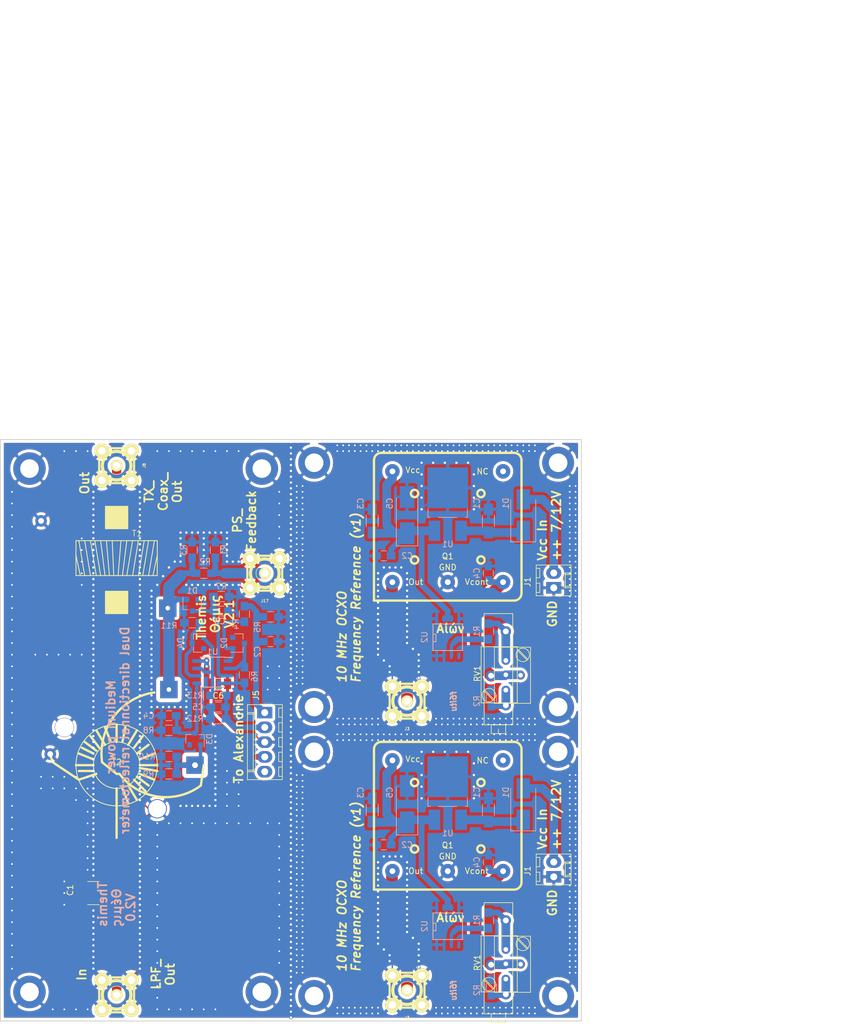
<source format=kicad_pcb>
(kicad_pcb (version 20171130) (host pcbnew "(5.1.5)-3")
  (layers (0 F.Cu signal) (31 B.Cu signal) (34 B.Paste user) (35 F.Paste user) (36 B.SilkS user) (37 F.SilkS user) (38 B.Mask user) (39 F.Mask user) (44 Edge.Cuts user))
  (net 0 "")
  (net 1 +12V)
  (net 2 GND)
  (net 3 "Net-(C2-Pad1)")
  (net 4 "Net-(C4-Pad1)")
  (net 5 "Net-(D1-Pad2)")
  (net 6 "Net-(J3-Pad1)")
  (net 7 "Net-(R1-Pad1)")
  (net 8 "Net-(R1-Pad2)")
  (net 9 "Net-(R2-Pad1)")
  (net 10 "Net-(C1-Pad2)")
  (net 11 "Net-(C2-Pad2)")
  (net 12 "Net-(C3-Pad1)")
  (net 13 "Net-(C5-Pad2)")
  (net 14 "Net-(D2-Pad1)")
  (net 15 "Net-(D2-Pad2)")
  (net 16 "Net-(D3-Pad2)")
  (net 17 "Net-(D4-Pad1)")
  (net 18 "Net-(D4-Pad2)")
  (net 19 "Net-(J8-Pad1)")
  (net 20 "Net-(J17-Pad1)")
  (module via:via (layer F.Cu) (at 122 94)
    (fp_text reference REF** hide)
    (fp_text value via hide)
    (pad 1 thru_hole circle (at 0 0) (size 0.6 0.6) (drill 0.3) (layers *.Cu) (net 2 GND))
  )
  (module via:via (layer F.Cu) (at 121 94)
    (fp_text reference REF** hide)
    (fp_text value via hide)
    (pad 1 thru_hole circle (at 0 0) (size 0.6 0.6) (drill 0.3) (layers *.Cu) (net 2 GND))
  )
  (module via:via (layer F.Cu) (at 120 94)
    (fp_text reference REF** hide)
    (fp_text value via hide)
    (pad 1 thru_hole circle (at 0 0) (size 0.6 0.6) (drill 0.3) (layers *.Cu) (net 2 GND))
  )
  (module via:via (layer F.Cu) (at 119 94)
    (fp_text reference REF** hide)
    (fp_text value via hide)
    (pad 1 thru_hole circle (at 0 0) (size 0.6 0.6) (drill 0.3) (layers *.Cu) (net 2 GND))
  )
  (module via:via (layer F.Cu) (at 118 94)
    (fp_text reference REF** hide)
    (fp_text value via hide)
    (pad 1 thru_hole circle (at 0 0) (size 0.6 0.6) (drill 0.3) (layers *.Cu) (net 2 GND))
  )
  (module via:via (layer F.Cu) (at 117 94)
    (fp_text reference REF** hide)
    (fp_text value via hide)
    (pad 1 thru_hole circle (at 0 0) (size 0.6 0.6) (drill 0.3) (layers *.Cu) (net 2 GND))
  )
  (module via:via (layer F.Cu) (at 116 94)
    (fp_text reference REF** hide)
    (fp_text value via hide)
    (pad 1 thru_hole circle (at 0 0) (size 0.6 0.6) (drill 0.3) (layers *.Cu) (net 2 GND))
  )
  (module via:via (layer F.Cu) (at 115 94)
    (fp_text reference REF** hide)
    (fp_text value via hide)
    (pad 1 thru_hole circle (at 0 0) (size 0.6 0.6) (drill 0.3) (layers *.Cu) (net 2 GND))
  )
  (module via:via (layer F.Cu) (at 114 94)
    (fp_text reference REF** hide)
    (fp_text value via hide)
    (pad 1 thru_hole circle (at 0 0) (size 0.6 0.6) (drill 0.3) (layers *.Cu) (net 2 GND))
  )
  (module via:via (layer F.Cu) (at 113 94)
    (fp_text reference REF** hide)
    (fp_text value via hide)
    (pad 1 thru_hole circle (at 0 0) (size 0.6 0.6) (drill 0.3) (layers *.Cu) (net 2 GND))
  )
  (module via:via (layer F.Cu) (at 112 94)
    (fp_text reference REF** hide)
    (fp_text value via hide)
    (pad 1 thru_hole circle (at 0 0) (size 0.6 0.6) (drill 0.3) (layers *.Cu) (net 2 GND))
  )
  (module via:via (layer F.Cu) (at 111 94)
    (fp_text reference REF** hide)
    (fp_text value via hide)
    (pad 1 thru_hole circle (at 0 0) (size 0.6 0.6) (drill 0.3) (layers *.Cu) (net 2 GND))
  )
  (module via:via (layer F.Cu) (at 122 93)
    (fp_text reference REF** hide)
    (fp_text value via hide)
    (pad 1 thru_hole circle (at 0 0) (size 0.6 0.6) (drill 0.3) (layers *.Cu) (net 2 GND))
  )
  (module via:via (layer F.Cu) (at 121 93)
    (fp_text reference REF** hide)
    (fp_text value via hide)
    (pad 1 thru_hole circle (at 0 0) (size 0.6 0.6) (drill 0.3) (layers *.Cu) (net 2 GND))
  )
  (module via:via (layer F.Cu) (at 120 93)
    (fp_text reference REF** hide)
    (fp_text value via hide)
    (pad 1 thru_hole circle (at 0 0) (size 0.6 0.6) (drill 0.3) (layers *.Cu) (net 2 GND))
  )
  (module via:via (layer F.Cu) (at 119 93)
    (fp_text reference REF** hide)
    (fp_text value via hide)
    (pad 1 thru_hole circle (at 0 0) (size 0.6 0.6) (drill 0.3) (layers *.Cu) (net 2 GND))
  )
  (module via:via (layer F.Cu) (at 118 93)
    (fp_text reference REF** hide)
    (fp_text value via hide)
    (pad 1 thru_hole circle (at 0 0) (size 0.6 0.6) (drill 0.3) (layers *.Cu) (net 2 GND))
  )
  (module via:via (layer F.Cu) (at 117 93)
    (fp_text reference REF** hide)
    (fp_text value via hide)
    (pad 1 thru_hole circle (at 0 0) (size 0.6 0.6) (drill 0.3) (layers *.Cu) (net 2 GND))
  )
  (module via:via (layer F.Cu) (at 116 93)
    (fp_text reference REF** hide)
    (fp_text value via hide)
    (pad 1 thru_hole circle (at 0 0) (size 0.6 0.6) (drill 0.3) (layers *.Cu) (net 2 GND))
  )
  (module via:via (layer F.Cu) (at 115 93)
    (fp_text reference REF** hide)
    (fp_text value via hide)
    (pad 1 thru_hole circle (at 0 0) (size 0.6 0.6) (drill 0.3) (layers *.Cu) (net 2 GND))
  )
  (module via:via (layer F.Cu) (at 114 93)
    (fp_text reference REF** hide)
    (fp_text value via hide)
    (pad 1 thru_hole circle (at 0 0) (size 0.6 0.6) (drill 0.3) (layers *.Cu) (net 2 GND))
  )
  (module via:via (layer F.Cu) (at 113 93)
    (fp_text reference REF** hide)
    (fp_text value via hide)
    (pad 1 thru_hole circle (at 0 0) (size 0.6 0.6) (drill 0.3) (layers *.Cu) (net 2 GND))
  )
  (module via:via (layer F.Cu) (at 112 93)
    (fp_text reference REF** hide)
    (fp_text value via hide)
    (pad 1 thru_hole circle (at 0 0) (size 0.6 0.6) (drill 0.3) (layers *.Cu) (net 2 GND))
  )
  (module MountingHole:MountingHole_3.2mm_M3_ISO14580_Pad (layer F.Cu) (at 126 91)
    (fp_text reference J5 hide)
    (fp_text value Conn_01x01 hide)
    (pad 1 thru_hole circle (at 0 0) (size 5.5 5.5) (drill 3.2) (layers *.Cu *.Mask) (net 2 GND))
  )
  (module MountingHole:MountingHole_3.2mm_M3_ISO14580_Pad (layer F.Cu) (at 84 49)
    (fp_text reference J2 hide)
    (fp_text value Conn_01x01 hide)
    (pad 1 thru_hole circle (at 0 0) (size 5.5 5.5) (drill 3.2) (layers *.Cu *.Mask) (net 2 GND))
  )
  (module via:via (layer F.Cu) (at 129 87)
    (fp_text reference REF** hide)
    (fp_text value via hide)
    (pad 1 thru_hole circle (at 0 0) (size 0.6 0.6) (drill 0.3) (layers *.Cu) (net 2 GND))
  )
  (module via:via (layer F.Cu) (at 128 87)
    (fp_text reference REF** hide)
    (fp_text value via hide)
    (pad 1 thru_hole circle (at 0 0) (size 0.6 0.6) (drill 0.3) (layers *.Cu) (net 2 GND))
  )
  (module via:via (layer F.Cu) (at 129 86)
    (fp_text reference REF** hide)
    (fp_text value via hide)
    (pad 1 thru_hole circle (at 0 0) (size 0.6 0.6) (drill 0.3) (layers *.Cu) (net 2 GND))
  )
  (module via:via (layer F.Cu) (at 128 86)
    (fp_text reference REF** hide)
    (fp_text value via hide)
    (pad 1 thru_hole circle (at 0 0) (size 0.6 0.6) (drill 0.3) (layers *.Cu) (net 2 GND))
  )
  (module via:via (layer F.Cu) (at 129 85)
    (fp_text reference REF** hide)
    (fp_text value via hide)
    (pad 1 thru_hole circle (at 0 0) (size 0.6 0.6) (drill 0.3) (layers *.Cu) (net 2 GND))
  )
  (module via:via (layer F.Cu) (at 128 85)
    (fp_text reference REF** hide)
    (fp_text value via hide)
    (pad 1 thru_hole circle (at 0 0) (size 0.6 0.6) (drill 0.3) (layers *.Cu) (net 2 GND))
  )
  (module via:via (layer F.Cu) (at 129 84)
    (fp_text reference REF** hide)
    (fp_text value via hide)
    (pad 1 thru_hole circle (at 0 0) (size 0.6 0.6) (drill 0.3) (layers *.Cu) (net 2 GND))
  )
  (module via:via (layer F.Cu) (at 128 84)
    (fp_text reference REF** hide)
    (fp_text value via hide)
    (pad 1 thru_hole circle (at 0 0) (size 0.6 0.6) (drill 0.3) (layers *.Cu) (net 2 GND))
  )
  (module via:via (layer F.Cu) (at 129 83)
    (fp_text reference REF** hide)
    (fp_text value via hide)
    (pad 1 thru_hole circle (at 0 0) (size 0.6 0.6) (drill 0.3) (layers *.Cu) (net 2 GND))
  )
  (module via:via (layer F.Cu) (at 128 83)
    (fp_text reference REF** hide)
    (fp_text value via hide)
    (pad 1 thru_hole circle (at 0 0) (size 0.6 0.6) (drill 0.3) (layers *.Cu) (net 2 GND))
  )
  (module via:via (layer F.Cu) (at 129 82)
    (fp_text reference REF** hide)
    (fp_text value via hide)
    (pad 1 thru_hole circle (at 0 0) (size 0.6 0.6) (drill 0.3) (layers *.Cu) (net 2 GND))
  )
  (module via:via (layer F.Cu) (at 128 82)
    (fp_text reference REF** hide)
    (fp_text value via hide)
    (pad 1 thru_hole circle (at 0 0) (size 0.6 0.6) (drill 0.3) (layers *.Cu) (net 2 GND))
  )
  (module via:via (layer F.Cu) (at 129 81)
    (fp_text reference REF** hide)
    (fp_text value via hide)
    (pad 1 thru_hole circle (at 0 0) (size 0.6 0.6) (drill 0.3) (layers *.Cu) (net 2 GND))
  )
  (module via:via (layer F.Cu) (at 128 81)
    (fp_text reference REF** hide)
    (fp_text value via hide)
    (pad 1 thru_hole circle (at 0 0) (size 0.6 0.6) (drill 0.3) (layers *.Cu) (net 2 GND))
  )
  (module via:via (layer F.Cu) (at 129 80)
    (fp_text reference REF** hide)
    (fp_text value via hide)
    (pad 1 thru_hole circle (at 0 0) (size 0.6 0.6) (drill 0.3) (layers *.Cu) (net 2 GND))
  )
  (module via:via (layer F.Cu) (at 128 80)
    (fp_text reference REF** hide)
    (fp_text value via hide)
    (pad 1 thru_hole circle (at 0 0) (size 0.6 0.6) (drill 0.3) (layers *.Cu) (net 2 GND))
  )
  (module via:via (layer F.Cu) (at 129 79)
    (fp_text reference REF** hide)
    (fp_text value via hide)
    (pad 1 thru_hole circle (at 0 0) (size 0.6 0.6) (drill 0.3) (layers *.Cu) (net 2 GND))
  )
  (module via:via (layer F.Cu) (at 128 79)
    (fp_text reference REF** hide)
    (fp_text value via hide)
    (pad 1 thru_hole circle (at 0 0) (size 0.6 0.6) (drill 0.3) (layers *.Cu) (net 2 GND))
  )
  (module via:via (layer F.Cu) (at 129 78)
    (fp_text reference REF** hide)
    (fp_text value via hide)
    (pad 1 thru_hole circle (at 0 0) (size 0.6 0.6) (drill 0.3) (layers *.Cu) (net 2 GND))
  )
  (module via:via (layer F.Cu) (at 128 78)
    (fp_text reference REF** hide)
    (fp_text value via hide)
    (pad 1 thru_hole circle (at 0 0) (size 0.6 0.6) (drill 0.3) (layers *.Cu) (net 2 GND))
  )
  (module via:via (layer F.Cu) (at 129 77)
    (fp_text reference REF** hide)
    (fp_text value via hide)
    (pad 1 thru_hole circle (at 0 0) (size 0.6 0.6) (drill 0.3) (layers *.Cu) (net 2 GND))
  )
  (module via:via (layer F.Cu) (at 128 77)
    (fp_text reference REF** hide)
    (fp_text value via hide)
    (pad 1 thru_hole circle (at 0 0) (size 0.6 0.6) (drill 0.3) (layers *.Cu) (net 2 GND))
  )
  (module via:via (layer F.Cu) (at 129 76)
    (fp_text reference REF** hide)
    (fp_text value via hide)
    (pad 1 thru_hole circle (at 0 0) (size 0.6 0.6) (drill 0.3) (layers *.Cu) (net 2 GND))
  )
  (module via:via (layer F.Cu) (at 128 76)
    (fp_text reference REF** hide)
    (fp_text value via hide)
    (pad 1 thru_hole circle (at 0 0) (size 0.6 0.6) (drill 0.3) (layers *.Cu) (net 2 GND))
  )
  (module via:via (layer F.Cu) (at 129 75)
    (fp_text reference REF** hide)
    (fp_text value via hide)
    (pad 1 thru_hole circle (at 0 0) (size 0.6 0.6) (drill 0.3) (layers *.Cu) (net 2 GND))
  )
  (module via:via (layer F.Cu) (at 128 75)
    (fp_text reference REF** hide)
    (fp_text value via hide)
    (pad 1 thru_hole circle (at 0 0) (size 0.6 0.6) (drill 0.3) (layers *.Cu) (net 2 GND))
  )
  (module via:via (layer F.Cu) (at 129 74)
    (fp_text reference REF** hide)
    (fp_text value via hide)
    (pad 1 thru_hole circle (at 0 0) (size 0.6 0.6) (drill 0.3) (layers *.Cu) (net 2 GND))
  )
  (module via:via (layer F.Cu) (at 128 74)
    (fp_text reference REF** hide)
    (fp_text value via hide)
    (pad 1 thru_hole circle (at 0 0) (size 0.6 0.6) (drill 0.3) (layers *.Cu) (net 2 GND))
  )
  (module via:via (layer F.Cu) (at 129 73)
    (fp_text reference REF** hide)
    (fp_text value via hide)
    (pad 1 thru_hole circle (at 0 0) (size 0.6 0.6) (drill 0.3) (layers *.Cu) (net 2 GND))
  )
  (module via:via (layer F.Cu) (at 128 73)
    (fp_text reference REF** hide)
    (fp_text value via hide)
    (pad 1 thru_hole circle (at 0 0) (size 0.6 0.6) (drill 0.3) (layers *.Cu) (net 2 GND))
  )
  (module via:via (layer F.Cu) (at 129 72)
    (fp_text reference REF** hide)
    (fp_text value via hide)
    (pad 1 thru_hole circle (at 0 0) (size 0.6 0.6) (drill 0.3) (layers *.Cu) (net 2 GND))
  )
  (module via:via (layer F.Cu) (at 128 72)
    (fp_text reference REF** hide)
    (fp_text value via hide)
    (pad 1 thru_hole circle (at 0 0) (size 0.6 0.6) (drill 0.3) (layers *.Cu) (net 2 GND))
  )
  (module via:via (layer F.Cu) (at 129 71)
    (fp_text reference REF** hide)
    (fp_text value via hide)
    (pad 1 thru_hole circle (at 0 0) (size 0.6 0.6) (drill 0.3) (layers *.Cu) (net 2 GND))
  )
  (module via:via (layer F.Cu) (at 128 71)
    (fp_text reference REF** hide)
    (fp_text value via hide)
    (pad 1 thru_hole circle (at 0 0) (size 0.6 0.6) (drill 0.3) (layers *.Cu) (net 2 GND))
  )
  (module via:via (layer F.Cu) (at 129 70)
    (fp_text reference REF** hide)
    (fp_text value via hide)
    (pad 1 thru_hole circle (at 0 0) (size 0.6 0.6) (drill 0.3) (layers *.Cu) (net 2 GND))
  )
  (module via:via (layer F.Cu) (at 128 70)
    (fp_text reference REF** hide)
    (fp_text value via hide)
    (pad 1 thru_hole circle (at 0 0) (size 0.6 0.6) (drill 0.3) (layers *.Cu) (net 2 GND))
  )
  (module via:via (layer F.Cu) (at 129 69)
    (fp_text reference REF** hide)
    (fp_text value via hide)
    (pad 1 thru_hole circle (at 0 0) (size 0.6 0.6) (drill 0.3) (layers *.Cu) (net 2 GND))
  )
  (module via:via (layer F.Cu) (at 128 69)
    (fp_text reference REF** hide)
    (fp_text value via hide)
    (pad 1 thru_hole circle (at 0 0) (size 0.6 0.6) (drill 0.3) (layers *.Cu) (net 2 GND))
  )
  (module via:via (layer F.Cu) (at 129 68)
    (fp_text reference REF** hide)
    (fp_text value via hide)
    (pad 1 thru_hole circle (at 0 0) (size 0.6 0.6) (drill 0.3) (layers *.Cu) (net 2 GND))
  )
  (module via:via (layer F.Cu) (at 128 68)
    (fp_text reference REF** hide)
    (fp_text value via hide)
    (pad 1 thru_hole circle (at 0 0) (size 0.6 0.6) (drill 0.3) (layers *.Cu) (net 2 GND))
  )
  (module via:via (layer F.Cu) (at 129 67)
    (fp_text reference REF** hide)
    (fp_text value via hide)
    (pad 1 thru_hole circle (at 0 0) (size 0.6 0.6) (drill 0.3) (layers *.Cu) (net 2 GND))
  )
  (module via:via (layer F.Cu) (at 128 67)
    (fp_text reference REF** hide)
    (fp_text value via hide)
    (pad 1 thru_hole circle (at 0 0) (size 0.6 0.6) (drill 0.3) (layers *.Cu) (net 2 GND))
  )
  (module via:via (layer F.Cu) (at 129 66)
    (fp_text reference REF** hide)
    (fp_text value via hide)
    (pad 1 thru_hole circle (at 0 0) (size 0.6 0.6) (drill 0.3) (layers *.Cu) (net 2 GND))
  )
  (module via:via (layer F.Cu) (at 128 66)
    (fp_text reference REF** hide)
    (fp_text value via hide)
    (pad 1 thru_hole circle (at 0 0) (size 0.6 0.6) (drill 0.3) (layers *.Cu) (net 2 GND))
  )
  (module via:via (layer F.Cu) (at 129 65)
    (fp_text reference REF** hide)
    (fp_text value via hide)
    (pad 1 thru_hole circle (at 0 0) (size 0.6 0.6) (drill 0.3) (layers *.Cu) (net 2 GND))
  )
  (module via:via (layer F.Cu) (at 128 65)
    (fp_text reference REF** hide)
    (fp_text value via hide)
    (pad 1 thru_hole circle (at 0 0) (size 0.6 0.6) (drill 0.3) (layers *.Cu) (net 2 GND))
  )
  (module via:via (layer F.Cu) (at 129 64)
    (fp_text reference REF** hide)
    (fp_text value via hide)
    (pad 1 thru_hole circle (at 0 0) (size 0.6 0.6) (drill 0.3) (layers *.Cu) (net 2 GND))
  )
  (module via:via (layer F.Cu) (at 128 64)
    (fp_text reference REF** hide)
    (fp_text value via hide)
    (pad 1 thru_hole circle (at 0 0) (size 0.6 0.6) (drill 0.3) (layers *.Cu) (net 2 GND))
  )
  (module via:via (layer F.Cu) (at 129 63)
    (fp_text reference REF** hide)
    (fp_text value via hide)
    (pad 1 thru_hole circle (at 0 0) (size 0.6 0.6) (drill 0.3) (layers *.Cu) (net 2 GND))
  )
  (module via:via (layer F.Cu) (at 128 63)
    (fp_text reference REF** hide)
    (fp_text value via hide)
    (pad 1 thru_hole circle (at 0 0) (size 0.6 0.6) (drill 0.3) (layers *.Cu) (net 2 GND))
  )
  (module via:via (layer F.Cu) (at 129 62)
    (fp_text reference REF** hide)
    (fp_text value via hide)
    (pad 1 thru_hole circle (at 0 0) (size 0.6 0.6) (drill 0.3) (layers *.Cu) (net 2 GND))
  )
  (module via:via (layer F.Cu) (at 128 62)
    (fp_text reference REF** hide)
    (fp_text value via hide)
    (pad 1 thru_hole circle (at 0 0) (size 0.6 0.6) (drill 0.3) (layers *.Cu) (net 2 GND))
  )
  (module via:via (layer F.Cu) (at 129 61)
    (fp_text reference REF** hide)
    (fp_text value via hide)
    (pad 1 thru_hole circle (at 0 0) (size 0.6 0.6) (drill 0.3) (layers *.Cu) (net 2 GND))
  )
  (module via:via (layer F.Cu) (at 128 61)
    (fp_text reference REF** hide)
    (fp_text value via hide)
    (pad 1 thru_hole circle (at 0 0) (size 0.6 0.6) (drill 0.3) (layers *.Cu) (net 2 GND))
  )
  (module via:via (layer F.Cu) (at 129 60)
    (fp_text reference REF** hide)
    (fp_text value via hide)
    (pad 1 thru_hole circle (at 0 0) (size 0.6 0.6) (drill 0.3) (layers *.Cu) (net 2 GND))
  )
  (module via:via (layer F.Cu) (at 128 60)
    (fp_text reference REF** hide)
    (fp_text value via hide)
    (pad 1 thru_hole circle (at 0 0) (size 0.6 0.6) (drill 0.3) (layers *.Cu) (net 2 GND))
  )
  (module via:via (layer F.Cu) (at 129 59)
    (fp_text reference REF** hide)
    (fp_text value via hide)
    (pad 1 thru_hole circle (at 0 0) (size 0.6 0.6) (drill 0.3) (layers *.Cu) (net 2 GND))
  )
  (module via:via (layer F.Cu) (at 128 59)
    (fp_text reference REF** hide)
    (fp_text value via hide)
    (pad 1 thru_hole circle (at 0 0) (size 0.6 0.6) (drill 0.3) (layers *.Cu) (net 2 GND))
  )
  (module via:via (layer F.Cu) (at 129 58)
    (fp_text reference REF** hide)
    (fp_text value via hide)
    (pad 1 thru_hole circle (at 0 0) (size 0.6 0.6) (drill 0.3) (layers *.Cu) (net 2 GND))
  )
  (module via:via (layer F.Cu) (at 128 58)
    (fp_text reference REF** hide)
    (fp_text value via hide)
    (pad 1 thru_hole circle (at 0 0) (size 0.6 0.6) (drill 0.3) (layers *.Cu) (net 2 GND))
  )
  (module via:via (layer F.Cu) (at 129 57)
    (fp_text reference REF** hide)
    (fp_text value via hide)
    (pad 1 thru_hole circle (at 0 0) (size 0.6 0.6) (drill 0.3) (layers *.Cu) (net 2 GND))
  )
  (module via:via (layer F.Cu) (at 128 57)
    (fp_text reference REF** hide)
    (fp_text value via hide)
    (pad 1 thru_hole circle (at 0 0) (size 0.6 0.6) (drill 0.3) (layers *.Cu) (net 2 GND))
  )
  (module via:via (layer F.Cu) (at 129 56)
    (fp_text reference REF** hide)
    (fp_text value via hide)
    (pad 1 thru_hole circle (at 0 0) (size 0.6 0.6) (drill 0.3) (layers *.Cu) (net 2 GND))
  )
  (module via:via (layer F.Cu) (at 128 56)
    (fp_text reference REF** hide)
    (fp_text value via hide)
    (pad 1 thru_hole circle (at 0 0) (size 0.6 0.6) (drill 0.3) (layers *.Cu) (net 2 GND))
  )
  (module via:via (layer F.Cu) (at 129 55)
    (fp_text reference REF** hide)
    (fp_text value via hide)
    (pad 1 thru_hole circle (at 0 0) (size 0.6 0.6) (drill 0.3) (layers *.Cu) (net 2 GND))
  )
  (module via:via (layer F.Cu) (at 128 55)
    (fp_text reference REF** hide)
    (fp_text value via hide)
    (pad 1 thru_hole circle (at 0 0) (size 0.6 0.6) (drill 0.3) (layers *.Cu) (net 2 GND))
  )
  (module via:via (layer F.Cu) (at 129 54)
    (fp_text reference REF** hide)
    (fp_text value via hide)
    (pad 1 thru_hole circle (at 0 0) (size 0.6 0.6) (drill 0.3) (layers *.Cu) (net 2 GND))
  )
  (module via:via (layer F.Cu) (at 128 54)
    (fp_text reference REF** hide)
    (fp_text value via hide)
    (pad 1 thru_hole circle (at 0 0) (size 0.6 0.6) (drill 0.3) (layers *.Cu) (net 2 GND))
  )
  (module via:via (layer F.Cu) (at 129 53)
    (fp_text reference REF** hide)
    (fp_text value via hide)
    (pad 1 thru_hole circle (at 0 0) (size 0.6 0.6) (drill 0.3) (layers *.Cu) (net 2 GND))
  )
  (module via:via (layer F.Cu) (at 128 53)
    (fp_text reference REF** hide)
    (fp_text value via hide)
    (pad 1 thru_hole circle (at 0 0) (size 0.6 0.6) (drill 0.3) (layers *.Cu) (net 2 GND))
  )
  (module via:via (layer F.Cu) (at 122 47)
    (fp_text reference REF** hide)
    (fp_text value via hide)
    (pad 1 thru_hole circle (at 0 0) (size 0.6 0.6) (drill 0.3) (layers *.Cu) (net 2 GND))
  )
  (module via:via (layer F.Cu) (at 121 47)
    (fp_text reference REF** hide)
    (fp_text value via hide)
    (pad 1 thru_hole circle (at 0 0) (size 0.6 0.6) (drill 0.3) (layers *.Cu) (net 2 GND))
  )
  (module via:via (layer F.Cu) (at 120 47)
    (fp_text reference REF** hide)
    (fp_text value via hide)
    (pad 1 thru_hole circle (at 0 0) (size 0.6 0.6) (drill 0.3) (layers *.Cu) (net 2 GND))
  )
  (module via:via (layer F.Cu) (at 119 47)
    (fp_text reference REF** hide)
    (fp_text value via hide)
    (pad 1 thru_hole circle (at 0 0) (size 0.6 0.6) (drill 0.3) (layers *.Cu) (net 2 GND))
  )
  (module via:via (layer F.Cu) (at 118 47)
    (fp_text reference REF** hide)
    (fp_text value via hide)
    (pad 1 thru_hole circle (at 0 0) (size 0.6 0.6) (drill 0.3) (layers *.Cu) (net 2 GND))
  )
  (module via:via (layer F.Cu) (at 117 47)
    (fp_text reference REF** hide)
    (fp_text value via hide)
    (pad 1 thru_hole circle (at 0 0) (size 0.6 0.6) (drill 0.3) (layers *.Cu) (net 2 GND))
  )
  (module via:via (layer F.Cu) (at 116 47)
    (fp_text reference REF** hide)
    (fp_text value via hide)
    (pad 1 thru_hole circle (at 0 0) (size 0.6 0.6) (drill 0.3) (layers *.Cu) (net 2 GND))
  )
  (module via:via (layer F.Cu) (at 115 47)
    (fp_text reference REF** hide)
    (fp_text value via hide)
    (pad 1 thru_hole circle (at 0 0) (size 0.6 0.6) (drill 0.3) (layers *.Cu) (net 2 GND))
  )
  (module via:via (layer F.Cu) (at 114 47)
    (fp_text reference REF** hide)
    (fp_text value via hide)
    (pad 1 thru_hole circle (at 0 0) (size 0.6 0.6) (drill 0.3) (layers *.Cu) (net 2 GND))
  )
  (module via:via (layer F.Cu) (at 113 47)
    (fp_text reference REF** hide)
    (fp_text value via hide)
    (pad 1 thru_hole circle (at 0 0) (size 0.6 0.6) (drill 0.3) (layers *.Cu) (net 2 GND))
  )
  (module via:via (layer F.Cu) (at 112 47)
    (fp_text reference REF** hide)
    (fp_text value via hide)
    (pad 1 thru_hole circle (at 0 0) (size 0.6 0.6) (drill 0.3) (layers *.Cu) (net 2 GND))
  )
  (module via:via (layer F.Cu) (at 111 47)
    (fp_text reference REF** hide)
    (fp_text value via hide)
    (pad 1 thru_hole circle (at 0 0) (size 0.6 0.6) (drill 0.3) (layers *.Cu) (net 2 GND))
  )
  (module via:via (layer F.Cu) (at 110 47)
    (fp_text reference REF** hide)
    (fp_text value via hide)
    (pad 1 thru_hole circle (at 0 0) (size 0.6 0.6) (drill 0.3) (layers *.Cu) (net 2 GND))
  )
  (module via:via (layer F.Cu) (at 109 47)
    (fp_text reference REF** hide)
    (fp_text value via hide)
    (pad 1 thru_hole circle (at 0 0) (size 0.6 0.6) (drill 0.3) (layers *.Cu) (net 2 GND))
  )
  (module via:via (layer F.Cu) (at 108 47)
    (fp_text reference REF** hide)
    (fp_text value via hide)
    (pad 1 thru_hole circle (at 0 0) (size 0.6 0.6) (drill 0.3) (layers *.Cu) (net 2 GND))
  )
  (module via:via (layer F.Cu) (at 107 47)
    (fp_text reference REF** hide)
    (fp_text value via hide)
    (pad 1 thru_hole circle (at 0 0) (size 0.6 0.6) (drill 0.3) (layers *.Cu) (net 2 GND))
  )
  (module via:via (layer F.Cu) (at 106 47)
    (fp_text reference REF** hide)
    (fp_text value via hide)
    (pad 1 thru_hole circle (at 0 0) (size 0.6 0.6) (drill 0.3) (layers *.Cu) (net 2 GND))
  )
  (module via:via (layer F.Cu) (at 105 47)
    (fp_text reference REF** hide)
    (fp_text value via hide)
    (pad 1 thru_hole circle (at 0 0) (size 0.6 0.6) (drill 0.3) (layers *.Cu) (net 2 GND))
  )
  (module via:via (layer F.Cu) (at 104 47)
    (fp_text reference REF** hide)
    (fp_text value via hide)
    (pad 1 thru_hole circle (at 0 0) (size 0.6 0.6) (drill 0.3) (layers *.Cu) (net 2 GND))
  )
  (module via:via (layer F.Cu) (at 103 47)
    (fp_text reference REF** hide)
    (fp_text value via hide)
    (pad 1 thru_hole circle (at 0 0) (size 0.6 0.6) (drill 0.3) (layers *.Cu) (net 2 GND))
  )
  (module via:via (layer F.Cu) (at 102 47)
    (fp_text reference REF** hide)
    (fp_text value via hide)
    (pad 1 thru_hole circle (at 0 0) (size 0.6 0.6) (drill 0.3) (layers *.Cu) (net 2 GND))
  )
  (module via:via (layer F.Cu) (at 101 47)
    (fp_text reference REF** hide)
    (fp_text value via hide)
    (pad 1 thru_hole circle (at 0 0) (size 0.6 0.6) (drill 0.3) (layers *.Cu) (net 2 GND))
  )
  (module via:via (layer F.Cu) (at 100 47)
    (fp_text reference REF** hide)
    (fp_text value via hide)
    (pad 1 thru_hole circle (at 0 0) (size 0.6 0.6) (drill 0.3) (layers *.Cu) (net 2 GND))
  )
  (module via:via (layer F.Cu) (at 99 47)
    (fp_text reference REF** hide)
    (fp_text value via hide)
    (pad 1 thru_hole circle (at 0 0) (size 0.6 0.6) (drill 0.3) (layers *.Cu) (net 2 GND))
  )
  (module via:via (layer F.Cu) (at 98 47)
    (fp_text reference REF** hide)
    (fp_text value via hide)
    (pad 1 thru_hole circle (at 0 0) (size 0.6 0.6) (drill 0.3) (layers *.Cu) (net 2 GND))
  )
  (module via:via (layer F.Cu) (at 97 47)
    (fp_text reference REF** hide)
    (fp_text value via hide)
    (pad 1 thru_hole circle (at 0 0) (size 0.6 0.6) (drill 0.3) (layers *.Cu) (net 2 GND))
  )
  (module via:via (layer F.Cu) (at 96 47)
    (fp_text reference REF** hide)
    (fp_text value via hide)
    (pad 1 thru_hole circle (at 0 0) (size 0.6 0.6) (drill 0.3) (layers *.Cu) (net 2 GND))
  )
  (module via:via (layer F.Cu) (at 95 47)
    (fp_text reference REF** hide)
    (fp_text value via hide)
    (pad 1 thru_hole circle (at 0 0) (size 0.6 0.6) (drill 0.3) (layers *.Cu) (net 2 GND))
  )
  (module via:via (layer F.Cu) (at 94 47)
    (fp_text reference REF** hide)
    (fp_text value via hide)
    (pad 1 thru_hole circle (at 0 0) (size 0.6 0.6) (drill 0.3) (layers *.Cu) (net 2 GND))
  )
  (module via:via (layer F.Cu) (at 93 47)
    (fp_text reference REF** hide)
    (fp_text value via hide)
    (pad 1 thru_hole circle (at 0 0) (size 0.6 0.6) (drill 0.3) (layers *.Cu) (net 2 GND))
  )
  (module via:via (layer F.Cu) (at 92 47)
    (fp_text reference REF** hide)
    (fp_text value via hide)
    (pad 1 thru_hole circle (at 0 0) (size 0.6 0.6) (drill 0.3) (layers *.Cu) (net 2 GND))
  )
  (module via:via (layer F.Cu) (at 91 47)
    (fp_text reference REF** hide)
    (fp_text value via hide)
    (pad 1 thru_hole circle (at 0 0) (size 0.6 0.6) (drill 0.3) (layers *.Cu) (net 2 GND))
  )
  (module via:via (layer F.Cu) (at 90 47)
    (fp_text reference REF** hide)
    (fp_text value via hide)
    (pad 1 thru_hole circle (at 0 0) (size 0.6 0.6) (drill 0.3) (layers *.Cu) (net 2 GND))
  )
  (module via:via (layer F.Cu) (at 89 47)
    (fp_text reference REF** hide)
    (fp_text value via hide)
    (pad 1 thru_hole circle (at 0 0) (size 0.6 0.6) (drill 0.3) (layers *.Cu) (net 2 GND))
  )
  (module via:via (layer F.Cu) (at 88 47)
    (fp_text reference REF** hide)
    (fp_text value via hide)
    (pad 1 thru_hole circle (at 0 0) (size 0.6 0.6) (drill 0.3) (layers *.Cu) (net 2 GND))
  )
  (module via:via (layer F.Cu) (at 122 46)
    (fp_text reference REF** hide)
    (fp_text value via hide)
    (pad 1 thru_hole circle (at 0 0) (size 0.6 0.6) (drill 0.3) (layers *.Cu) (net 2 GND))
  )
  (module via:via (layer F.Cu) (at 121 46)
    (fp_text reference REF** hide)
    (fp_text value via hide)
    (pad 1 thru_hole circle (at 0 0) (size 0.6 0.6) (drill 0.3) (layers *.Cu) (net 2 GND))
  )
  (module via:via (layer F.Cu) (at 120 46)
    (fp_text reference REF** hide)
    (fp_text value via hide)
    (pad 1 thru_hole circle (at 0 0) (size 0.6 0.6) (drill 0.3) (layers *.Cu) (net 2 GND))
  )
  (module via:via (layer F.Cu) (at 119 46)
    (fp_text reference REF** hide)
    (fp_text value via hide)
    (pad 1 thru_hole circle (at 0 0) (size 0.6 0.6) (drill 0.3) (layers *.Cu) (net 2 GND))
  )
  (module via:via (layer F.Cu) (at 118 46)
    (fp_text reference REF** hide)
    (fp_text value via hide)
    (pad 1 thru_hole circle (at 0 0) (size 0.6 0.6) (drill 0.3) (layers *.Cu) (net 2 GND))
  )
  (module via:via (layer F.Cu) (at 117 46)
    (fp_text reference REF** hide)
    (fp_text value via hide)
    (pad 1 thru_hole circle (at 0 0) (size 0.6 0.6) (drill 0.3) (layers *.Cu) (net 2 GND))
  )
  (module via:via (layer F.Cu) (at 116 46)
    (fp_text reference REF** hide)
    (fp_text value via hide)
    (pad 1 thru_hole circle (at 0 0) (size 0.6 0.6) (drill 0.3) (layers *.Cu) (net 2 GND))
  )
  (module via:via (layer F.Cu) (at 115 46)
    (fp_text reference REF** hide)
    (fp_text value via hide)
    (pad 1 thru_hole circle (at 0 0) (size 0.6 0.6) (drill 0.3) (layers *.Cu) (net 2 GND))
  )
  (module via:via (layer F.Cu) (at 114 46)
    (fp_text reference REF** hide)
    (fp_text value via hide)
    (pad 1 thru_hole circle (at 0 0) (size 0.6 0.6) (drill 0.3) (layers *.Cu) (net 2 GND))
  )
  (module via:via (layer F.Cu) (at 113 46)
    (fp_text reference REF** hide)
    (fp_text value via hide)
    (pad 1 thru_hole circle (at 0 0) (size 0.6 0.6) (drill 0.3) (layers *.Cu) (net 2 GND))
  )
  (module via:via (layer F.Cu) (at 112 46)
    (fp_text reference REF** hide)
    (fp_text value via hide)
    (pad 1 thru_hole circle (at 0 0) (size 0.6 0.6) (drill 0.3) (layers *.Cu) (net 2 GND))
  )
  (module via:via (layer F.Cu) (at 111 46)
    (fp_text reference REF** hide)
    (fp_text value via hide)
    (pad 1 thru_hole circle (at 0 0) (size 0.6 0.6) (drill 0.3) (layers *.Cu) (net 2 GND))
  )
  (module via:via (layer F.Cu) (at 110 46)
    (fp_text reference REF** hide)
    (fp_text value via hide)
    (pad 1 thru_hole circle (at 0 0) (size 0.6 0.6) (drill 0.3) (layers *.Cu) (net 2 GND))
  )
  (module via:via (layer F.Cu) (at 109 46)
    (fp_text reference REF** hide)
    (fp_text value via hide)
    (pad 1 thru_hole circle (at 0 0) (size 0.6 0.6) (drill 0.3) (layers *.Cu) (net 2 GND))
  )
  (module via:via (layer F.Cu) (at 108 46)
    (fp_text reference REF** hide)
    (fp_text value via hide)
    (pad 1 thru_hole circle (at 0 0) (size 0.6 0.6) (drill 0.3) (layers *.Cu) (net 2 GND))
  )
  (module via:via (layer F.Cu) (at 107 46)
    (fp_text reference REF** hide)
    (fp_text value via hide)
    (pad 1 thru_hole circle (at 0 0) (size 0.6 0.6) (drill 0.3) (layers *.Cu) (net 2 GND))
  )
  (module via:via (layer F.Cu) (at 106 46)
    (fp_text reference REF** hide)
    (fp_text value via hide)
    (pad 1 thru_hole circle (at 0 0) (size 0.6 0.6) (drill 0.3) (layers *.Cu) (net 2 GND))
  )
  (module via:via (layer F.Cu) (at 105 46)
    (fp_text reference REF** hide)
    (fp_text value via hide)
    (pad 1 thru_hole circle (at 0 0) (size 0.6 0.6) (drill 0.3) (layers *.Cu) (net 2 GND))
  )
  (module via:via (layer F.Cu) (at 104 46)
    (fp_text reference REF** hide)
    (fp_text value via hide)
    (pad 1 thru_hole circle (at 0 0) (size 0.6 0.6) (drill 0.3) (layers *.Cu) (net 2 GND))
  )
  (module via:via (layer F.Cu) (at 103 46)
    (fp_text reference REF** hide)
    (fp_text value via hide)
    (pad 1 thru_hole circle (at 0 0) (size 0.6 0.6) (drill 0.3) (layers *.Cu) (net 2 GND))
  )
  (module via:via (layer F.Cu) (at 102 46)
    (fp_text reference REF** hide)
    (fp_text value via hide)
    (pad 1 thru_hole circle (at 0 0) (size 0.6 0.6) (drill 0.3) (layers *.Cu) (net 2 GND))
  )
  (module via:via (layer F.Cu) (at 101 46)
    (fp_text reference REF** hide)
    (fp_text value via hide)
    (pad 1 thru_hole circle (at 0 0) (size 0.6 0.6) (drill 0.3) (layers *.Cu) (net 2 GND))
  )
  (module via:via (layer F.Cu) (at 100 46)
    (fp_text reference REF** hide)
    (fp_text value via hide)
    (pad 1 thru_hole circle (at 0 0) (size 0.6 0.6) (drill 0.3) (layers *.Cu) (net 2 GND))
  )
  (module via:via (layer F.Cu) (at 99 46)
    (fp_text reference REF** hide)
    (fp_text value via hide)
    (pad 1 thru_hole circle (at 0 0) (size 0.6 0.6) (drill 0.3) (layers *.Cu) (net 2 GND))
  )
  (module via:via (layer F.Cu) (at 98 46)
    (fp_text reference REF** hide)
    (fp_text value via hide)
    (pad 1 thru_hole circle (at 0 0) (size 0.6 0.6) (drill 0.3) (layers *.Cu) (net 2 GND))
  )
  (module via:via (layer F.Cu) (at 97 46)
    (fp_text reference REF** hide)
    (fp_text value via hide)
    (pad 1 thru_hole circle (at 0 0) (size 0.6 0.6) (drill 0.3) (layers *.Cu) (net 2 GND))
  )
  (module via:via (layer F.Cu) (at 96 46)
    (fp_text reference REF** hide)
    (fp_text value via hide)
    (pad 1 thru_hole circle (at 0 0) (size 0.6 0.6) (drill 0.3) (layers *.Cu) (net 2 GND))
  )
  (module via:via (layer F.Cu) (at 95 46)
    (fp_text reference REF** hide)
    (fp_text value via hide)
    (pad 1 thru_hole circle (at 0 0) (size 0.6 0.6) (drill 0.3) (layers *.Cu) (net 2 GND))
  )
  (module via:via (layer F.Cu) (at 94 46)
    (fp_text reference REF** hide)
    (fp_text value via hide)
    (pad 1 thru_hole circle (at 0 0) (size 0.6 0.6) (drill 0.3) (layers *.Cu) (net 2 GND))
  )
  (module via:via (layer F.Cu) (at 93 46)
    (fp_text reference REF** hide)
    (fp_text value via hide)
    (pad 1 thru_hole circle (at 0 0) (size 0.6 0.6) (drill 0.3) (layers *.Cu) (net 2 GND))
  )
  (module via:via (layer F.Cu) (at 92 46)
    (fp_text reference REF** hide)
    (fp_text value via hide)
    (pad 1 thru_hole circle (at 0 0) (size 0.6 0.6) (drill 0.3) (layers *.Cu) (net 2 GND))
  )
  (module via:via (layer F.Cu) (at 91 46)
    (fp_text reference REF** hide)
    (fp_text value via hide)
    (pad 1 thru_hole circle (at 0 0) (size 0.6 0.6) (drill 0.3) (layers *.Cu) (net 2 GND))
  )
  (module via:via (layer F.Cu) (at 90 46)
    (fp_text reference REF** hide)
    (fp_text value via hide)
    (pad 1 thru_hole circle (at 0 0) (size 0.6 0.6) (drill 0.3) (layers *.Cu) (net 2 GND))
  )
  (module via:via (layer F.Cu) (at 89 46)
    (fp_text reference REF** hide)
    (fp_text value via hide)
    (pad 1 thru_hole circle (at 0 0) (size 0.6 0.6) (drill 0.3) (layers *.Cu) (net 2 GND))
  )
  (module via:via (layer F.Cu) (at 88 46)
    (fp_text reference REF** hide)
    (fp_text value via hide)
    (pad 1 thru_hole circle (at 0 0) (size 0.6 0.6) (drill 0.3) (layers *.Cu) (net 2 GND))
  )
  (module via:via (layer F.Cu) (at 128 87)
    (fp_text reference REF** hide)
    (fp_text value via hide)
    (pad 1 thru_hole circle (at 0 0) (size 0.6 0.6) (drill 0.3) (layers *.Cu) (net 2 GND))
  )
  (module via:via (layer F.Cu) (at 128 86)
    (fp_text reference REF** hide)
    (fp_text value via hide)
    (pad 1 thru_hole circle (at 0 0) (size 0.6 0.6) (drill 0.3) (layers *.Cu) (net 2 GND))
  )
  (module via:via (layer F.Cu) (at 128 85)
    (fp_text reference REF** hide)
    (fp_text value via hide)
    (pad 1 thru_hole circle (at 0 0) (size 0.6 0.6) (drill 0.3) (layers *.Cu) (net 2 GND))
  )
  (module via:via (layer F.Cu) (at 128 84)
    (fp_text reference REF** hide)
    (fp_text value via hide)
    (pad 1 thru_hole circle (at 0 0) (size 0.6 0.6) (drill 0.3) (layers *.Cu) (net 2 GND))
  )
  (module via:via (layer F.Cu) (at 128 83)
    (fp_text reference REF** hide)
    (fp_text value via hide)
    (pad 1 thru_hole circle (at 0 0) (size 0.6 0.6) (drill 0.3) (layers *.Cu) (net 2 GND))
  )
  (module via:via (layer F.Cu) (at 128 82)
    (fp_text reference REF** hide)
    (fp_text value via hide)
    (pad 1 thru_hole circle (at 0 0) (size 0.6 0.6) (drill 0.3) (layers *.Cu) (net 2 GND))
  )
  (module via:via (layer F.Cu) (at 128 81)
    (fp_text reference REF** hide)
    (fp_text value via hide)
    (pad 1 thru_hole circle (at 0 0) (size 0.6 0.6) (drill 0.3) (layers *.Cu) (net 2 GND))
  )
  (module via:via (layer F.Cu) (at 128 80)
    (fp_text reference REF** hide)
    (fp_text value via hide)
    (pad 1 thru_hole circle (at 0 0) (size 0.6 0.6) (drill 0.3) (layers *.Cu) (net 2 GND))
  )
  (module via:via (layer F.Cu) (at 128 79)
    (fp_text reference REF** hide)
    (fp_text value via hide)
    (pad 1 thru_hole circle (at 0 0) (size 0.6 0.6) (drill 0.3) (layers *.Cu) (net 2 GND))
  )
  (module via:via (layer F.Cu) (at 128 78)
    (fp_text reference REF** hide)
    (fp_text value via hide)
    (pad 1 thru_hole circle (at 0 0) (size 0.6 0.6) (drill 0.3) (layers *.Cu) (net 2 GND))
  )
  (module via:via (layer F.Cu) (at 128 77)
    (fp_text reference REF** hide)
    (fp_text value via hide)
    (pad 1 thru_hole circle (at 0 0) (size 0.6 0.6) (drill 0.3) (layers *.Cu) (net 2 GND))
  )
  (module via:via (layer F.Cu) (at 128 76)
    (fp_text reference REF** hide)
    (fp_text value via hide)
    (pad 1 thru_hole circle (at 0 0) (size 0.6 0.6) (drill 0.3) (layers *.Cu) (net 2 GND))
  )
  (module via:via (layer F.Cu) (at 128 75)
    (fp_text reference REF** hide)
    (fp_text value via hide)
    (pad 1 thru_hole circle (at 0 0) (size 0.6 0.6) (drill 0.3) (layers *.Cu) (net 2 GND))
  )
  (module via:via (layer F.Cu) (at 128 74)
    (fp_text reference REF** hide)
    (fp_text value via hide)
    (pad 1 thru_hole circle (at 0 0) (size 0.6 0.6) (drill 0.3) (layers *.Cu) (net 2 GND))
  )
  (module via:via (layer F.Cu) (at 95 94)
    (fp_text reference REF** hide)
    (fp_text value via hide)
    (pad 1 thru_hole circle (at 0 0) (size 0.6 0.6) (drill 0.3) (layers *.Cu) (net 2 GND))
  )
  (module via:via (layer F.Cu) (at 94 94)
    (fp_text reference REF** hide)
    (fp_text value via hide)
    (pad 1 thru_hole circle (at 0 0) (size 0.6 0.6) (drill 0.3) (layers *.Cu) (net 2 GND))
  )
  (module via:via (layer F.Cu) (at 93 94)
    (fp_text reference REF** hide)
    (fp_text value via hide)
    (pad 1 thru_hole circle (at 0 0) (size 0.6 0.6) (drill 0.3) (layers *.Cu) (net 2 GND))
  )
  (module via:via (layer F.Cu) (at 92 94)
    (fp_text reference REF** hide)
    (fp_text value via hide)
    (pad 1 thru_hole circle (at 0 0) (size 0.6 0.6) (drill 0.3) (layers *.Cu) (net 2 GND))
  )
  (module via:via (layer F.Cu) (at 91 94)
    (fp_text reference REF** hide)
    (fp_text value via hide)
    (pad 1 thru_hole circle (at 0 0) (size 0.6 0.6) (drill 0.3) (layers *.Cu) (net 2 GND))
  )
  (module via:via (layer F.Cu) (at 90 94)
    (fp_text reference REF** hide)
    (fp_text value via hide)
    (pad 1 thru_hole circle (at 0 0) (size 0.6 0.6) (drill 0.3) (layers *.Cu) (net 2 GND))
  )
  (module via:via (layer F.Cu) (at 89 94)
    (fp_text reference REF** hide)
    (fp_text value via hide)
    (pad 1 thru_hole circle (at 0 0) (size 0.6 0.6) (drill 0.3) (layers *.Cu) (net 2 GND))
  )
  (module via:via (layer F.Cu) (at 88 94)
    (fp_text reference REF** hide)
    (fp_text value via hide)
    (pad 1 thru_hole circle (at 0 0) (size 0.6 0.6) (drill 0.3) (layers *.Cu) (net 2 GND))
  )
  (module via:via (layer F.Cu) (at 95 93)
    (fp_text reference REF** hide)
    (fp_text value via hide)
    (pad 1 thru_hole circle (at 0 0) (size 0.6 0.6) (drill 0.3) (layers *.Cu) (net 2 GND))
  )
  (module via:via (layer F.Cu) (at 94 93)
    (fp_text reference REF** hide)
    (fp_text value via hide)
    (pad 1 thru_hole circle (at 0 0) (size 0.6 0.6) (drill 0.3) (layers *.Cu) (net 2 GND))
  )
  (module via:via (layer F.Cu) (at 93 93)
    (fp_text reference REF** hide)
    (fp_text value via hide)
    (pad 1 thru_hole circle (at 0 0) (size 0.6 0.6) (drill 0.3) (layers *.Cu) (net 2 GND))
  )
  (module via:via (layer F.Cu) (at 92 93)
    (fp_text reference REF** hide)
    (fp_text value via hide)
    (pad 1 thru_hole circle (at 0 0) (size 0.6 0.6) (drill 0.3) (layers *.Cu) (net 2 GND))
  )
  (module via:via (layer F.Cu) (at 91 93)
    (fp_text reference REF** hide)
    (fp_text value via hide)
    (pad 1 thru_hole circle (at 0 0) (size 0.6 0.6) (drill 0.3) (layers *.Cu) (net 2 GND))
  )
  (module via:via (layer F.Cu) (at 90 93)
    (fp_text reference REF** hide)
    (fp_text value via hide)
    (pad 1 thru_hole circle (at 0 0) (size 0.6 0.6) (drill 0.3) (layers *.Cu) (net 2 GND))
  )
  (module via:via (layer F.Cu) (at 89 93)
    (fp_text reference REF** hide)
    (fp_text value via hide)
    (pad 1 thru_hole circle (at 0 0) (size 0.6 0.6) (drill 0.3) (layers *.Cu) (net 2 GND))
  )
  (module via:via (layer F.Cu) (at 88 93)
    (fp_text reference REF** hide)
    (fp_text value via hide)
    (pad 1 thru_hole circle (at 0 0) (size 0.6 0.6) (drill 0.3) (layers *.Cu) (net 2 GND))
  )
  (module via:via (layer F.Cu) (at 111 94)
    (fp_text reference REF** hide)
    (fp_text value via hide)
    (pad 1 thru_hole circle (at 0 0) (size 0.6 0.6) (drill 0.3) (layers *.Cu) (net 2 GND))
  )
  (module via:via (layer F.Cu) (at 110 94)
    (fp_text reference REF** hide)
    (fp_text value via hide)
    (pad 1 thru_hole circle (at 0 0) (size 0.6 0.6) (drill 0.3) (layers *.Cu) (net 2 GND))
  )
  (module via:via (layer F.Cu) (at 109 94)
    (fp_text reference REF** hide)
    (fp_text value via hide)
    (pad 1 thru_hole circle (at 0 0) (size 0.6 0.6) (drill 0.3) (layers *.Cu) (net 2 GND))
  )
  (module via:via (layer F.Cu) (at 108 94)
    (fp_text reference REF** hide)
    (fp_text value via hide)
    (pad 1 thru_hole circle (at 0 0) (size 0.6 0.6) (drill 0.3) (layers *.Cu) (net 2 GND))
  )
  (module via:via (layer F.Cu) (at 107 94)
    (fp_text reference REF** hide)
    (fp_text value via hide)
    (pad 1 thru_hole circle (at 0 0) (size 0.6 0.6) (drill 0.3) (layers *.Cu) (net 2 GND))
  )
  (module via:via (layer F.Cu) (at 106 94)
    (fp_text reference REF** hide)
    (fp_text value via hide)
    (pad 1 thru_hole circle (at 0 0) (size 0.6 0.6) (drill 0.3) (layers *.Cu) (net 2 GND))
  )
  (module via:via (layer F.Cu) (at 105 94)
    (fp_text reference REF** hide)
    (fp_text value via hide)
    (pad 1 thru_hole circle (at 0 0) (size 0.6 0.6) (drill 0.3) (layers *.Cu) (net 2 GND))
  )
  (module via:via (layer F.Cu) (at 111 93)
    (fp_text reference REF** hide)
    (fp_text value via hide)
    (pad 1 thru_hole circle (at 0 0) (size 0.6 0.6) (drill 0.3) (layers *.Cu) (net 2 GND))
  )
  (module via:via (layer F.Cu) (at 110 93)
    (fp_text reference REF** hide)
    (fp_text value via hide)
    (pad 1 thru_hole circle (at 0 0) (size 0.6 0.6) (drill 0.3) (layers *.Cu) (net 2 GND))
  )
  (module via:via (layer F.Cu) (at 109 93)
    (fp_text reference REF** hide)
    (fp_text value via hide)
    (pad 1 thru_hole circle (at 0 0) (size 0.6 0.6) (drill 0.3) (layers *.Cu) (net 2 GND))
  )
  (module via:via (layer F.Cu) (at 108 93)
    (fp_text reference REF** hide)
    (fp_text value via hide)
    (pad 1 thru_hole circle (at 0 0) (size 0.6 0.6) (drill 0.3) (layers *.Cu) (net 2 GND))
  )
  (module via:via (layer F.Cu) (at 107 93)
    (fp_text reference REF** hide)
    (fp_text value via hide)
    (pad 1 thru_hole circle (at 0 0) (size 0.6 0.6) (drill 0.3) (layers *.Cu) (net 2 GND))
  )
  (module via:via (layer F.Cu) (at 106 93)
    (fp_text reference REF** hide)
    (fp_text value via hide)
    (pad 1 thru_hole circle (at 0 0) (size 0.6 0.6) (drill 0.3) (layers *.Cu) (net 2 GND))
  )
  (module via:via (layer F.Cu) (at 105 93)
    (fp_text reference REF** hide)
    (fp_text value via hide)
    (pad 1 thru_hole circle (at 0 0) (size 0.6 0.6) (drill 0.3) (layers *.Cu) (net 2 GND))
  )
  (module via:via (layer F.Cu) (at 82 87)
    (fp_text reference REF** hide)
    (fp_text value via hide)
    (pad 1 thru_hole circle (at 0 0) (size 0.6 0.6) (drill 0.3) (layers *.Cu) (net 2 GND))
  )
  (module via:via (layer F.Cu) (at 81 87)
    (fp_text reference REF** hide)
    (fp_text value via hide)
    (pad 1 thru_hole circle (at 0 0) (size 0.6 0.6) (drill 0.3) (layers *.Cu) (net 2 GND))
  )
  (module via:via (layer F.Cu) (at 82 86)
    (fp_text reference REF** hide)
    (fp_text value via hide)
    (pad 1 thru_hole circle (at 0 0) (size 0.6 0.6) (drill 0.3) (layers *.Cu) (net 2 GND))
  )
  (module via:via (layer F.Cu) (at 81 86)
    (fp_text reference REF** hide)
    (fp_text value via hide)
    (pad 1 thru_hole circle (at 0 0) (size 0.6 0.6) (drill 0.3) (layers *.Cu) (net 2 GND))
  )
  (module via:via (layer F.Cu) (at 82 85)
    (fp_text reference REF** hide)
    (fp_text value via hide)
    (pad 1 thru_hole circle (at 0 0) (size 0.6 0.6) (drill 0.3) (layers *.Cu) (net 2 GND))
  )
  (module via:via (layer F.Cu) (at 81 85)
    (fp_text reference REF** hide)
    (fp_text value via hide)
    (pad 1 thru_hole circle (at 0 0) (size 0.6 0.6) (drill 0.3) (layers *.Cu) (net 2 GND))
  )
  (module via:via (layer F.Cu) (at 82 84)
    (fp_text reference REF** hide)
    (fp_text value via hide)
    (pad 1 thru_hole circle (at 0 0) (size 0.6 0.6) (drill 0.3) (layers *.Cu) (net 2 GND))
  )
  (module via:via (layer F.Cu) (at 81 84)
    (fp_text reference REF** hide)
    (fp_text value via hide)
    (pad 1 thru_hole circle (at 0 0) (size 0.6 0.6) (drill 0.3) (layers *.Cu) (net 2 GND))
  )
  (module via:via (layer F.Cu) (at 82 83)
    (fp_text reference REF** hide)
    (fp_text value via hide)
    (pad 1 thru_hole circle (at 0 0) (size 0.6 0.6) (drill 0.3) (layers *.Cu) (net 2 GND))
  )
  (module via:via (layer F.Cu) (at 81 83)
    (fp_text reference REF** hide)
    (fp_text value via hide)
    (pad 1 thru_hole circle (at 0 0) (size 0.6 0.6) (drill 0.3) (layers *.Cu) (net 2 GND))
  )
  (module via:via (layer F.Cu) (at 82 82)
    (fp_text reference REF** hide)
    (fp_text value via hide)
    (pad 1 thru_hole circle (at 0 0) (size 0.6 0.6) (drill 0.3) (layers *.Cu) (net 2 GND))
  )
  (module via:via (layer F.Cu) (at 81 82)
    (fp_text reference REF** hide)
    (fp_text value via hide)
    (pad 1 thru_hole circle (at 0 0) (size 0.6 0.6) (drill 0.3) (layers *.Cu) (net 2 GND))
  )
  (module via:via (layer F.Cu) (at 82 81)
    (fp_text reference REF** hide)
    (fp_text value via hide)
    (pad 1 thru_hole circle (at 0 0) (size 0.6 0.6) (drill 0.3) (layers *.Cu) (net 2 GND))
  )
  (module via:via (layer F.Cu) (at 81 81)
    (fp_text reference REF** hide)
    (fp_text value via hide)
    (pad 1 thru_hole circle (at 0 0) (size 0.6 0.6) (drill 0.3) (layers *.Cu) (net 2 GND))
  )
  (module via:via (layer F.Cu) (at 82 80)
    (fp_text reference REF** hide)
    (fp_text value via hide)
    (pad 1 thru_hole circle (at 0 0) (size 0.6 0.6) (drill 0.3) (layers *.Cu) (net 2 GND))
  )
  (module via:via (layer F.Cu) (at 81 80)
    (fp_text reference REF** hide)
    (fp_text value via hide)
    (pad 1 thru_hole circle (at 0 0) (size 0.6 0.6) (drill 0.3) (layers *.Cu) (net 2 GND))
  )
  (module via:via (layer F.Cu) (at 82 79)
    (fp_text reference REF** hide)
    (fp_text value via hide)
    (pad 1 thru_hole circle (at 0 0) (size 0.6 0.6) (drill 0.3) (layers *.Cu) (net 2 GND))
  )
  (module via:via (layer F.Cu) (at 81 79)
    (fp_text reference REF** hide)
    (fp_text value via hide)
    (pad 1 thru_hole circle (at 0 0) (size 0.6 0.6) (drill 0.3) (layers *.Cu) (net 2 GND))
  )
  (module via:via (layer F.Cu) (at 82 78)
    (fp_text reference REF** hide)
    (fp_text value via hide)
    (pad 1 thru_hole circle (at 0 0) (size 0.6 0.6) (drill 0.3) (layers *.Cu) (net 2 GND))
  )
  (module via:via (layer F.Cu) (at 81 78)
    (fp_text reference REF** hide)
    (fp_text value via hide)
    (pad 1 thru_hole circle (at 0 0) (size 0.6 0.6) (drill 0.3) (layers *.Cu) (net 2 GND))
  )
  (module via:via (layer F.Cu) (at 82 77)
    (fp_text reference REF** hide)
    (fp_text value via hide)
    (pad 1 thru_hole circle (at 0 0) (size 0.6 0.6) (drill 0.3) (layers *.Cu) (net 2 GND))
  )
  (module via:via (layer F.Cu) (at 81 77)
    (fp_text reference REF** hide)
    (fp_text value via hide)
    (pad 1 thru_hole circle (at 0 0) (size 0.6 0.6) (drill 0.3) (layers *.Cu) (net 2 GND))
  )
  (module via:via (layer F.Cu) (at 82 76)
    (fp_text reference REF** hide)
    (fp_text value via hide)
    (pad 1 thru_hole circle (at 0 0) (size 0.6 0.6) (drill 0.3) (layers *.Cu) (net 2 GND))
  )
  (module via:via (layer F.Cu) (at 81 76)
    (fp_text reference REF** hide)
    (fp_text value via hide)
    (pad 1 thru_hole circle (at 0 0) (size 0.6 0.6) (drill 0.3) (layers *.Cu) (net 2 GND))
  )
  (module via:via (layer F.Cu) (at 82 75)
    (fp_text reference REF** hide)
    (fp_text value via hide)
    (pad 1 thru_hole circle (at 0 0) (size 0.6 0.6) (drill 0.3) (layers *.Cu) (net 2 GND))
  )
  (module via:via (layer F.Cu) (at 81 75)
    (fp_text reference REF** hide)
    (fp_text value via hide)
    (pad 1 thru_hole circle (at 0 0) (size 0.6 0.6) (drill 0.3) (layers *.Cu) (net 2 GND))
  )
  (module via:via (layer F.Cu) (at 82 74)
    (fp_text reference REF** hide)
    (fp_text value via hide)
    (pad 1 thru_hole circle (at 0 0) (size 0.6 0.6) (drill 0.3) (layers *.Cu) (net 2 GND))
  )
  (module via:via (layer F.Cu) (at 81 74)
    (fp_text reference REF** hide)
    (fp_text value via hide)
    (pad 1 thru_hole circle (at 0 0) (size 0.6 0.6) (drill 0.3) (layers *.Cu) (net 2 GND))
  )
  (module via:via (layer F.Cu) (at 82 73)
    (fp_text reference REF** hide)
    (fp_text value via hide)
    (pad 1 thru_hole circle (at 0 0) (size 0.6 0.6) (drill 0.3) (layers *.Cu) (net 2 GND))
  )
  (module via:via (layer F.Cu) (at 81 73)
    (fp_text reference REF** hide)
    (fp_text value via hide)
    (pad 1 thru_hole circle (at 0 0) (size 0.6 0.6) (drill 0.3) (layers *.Cu) (net 2 GND))
  )
  (module via:via (layer F.Cu) (at 82 72)
    (fp_text reference REF** hide)
    (fp_text value via hide)
    (pad 1 thru_hole circle (at 0 0) (size 0.6 0.6) (drill 0.3) (layers *.Cu) (net 2 GND))
  )
  (module via:via (layer F.Cu) (at 81 72)
    (fp_text reference REF** hide)
    (fp_text value via hide)
    (pad 1 thru_hole circle (at 0 0) (size 0.6 0.6) (drill 0.3) (layers *.Cu) (net 2 GND))
  )
  (module via:via (layer F.Cu) (at 82 71)
    (fp_text reference REF** hide)
    (fp_text value via hide)
    (pad 1 thru_hole circle (at 0 0) (size 0.6 0.6) (drill 0.3) (layers *.Cu) (net 2 GND))
  )
  (module via:via (layer F.Cu) (at 81 71)
    (fp_text reference REF** hide)
    (fp_text value via hide)
    (pad 1 thru_hole circle (at 0 0) (size 0.6 0.6) (drill 0.3) (layers *.Cu) (net 2 GND))
  )
  (module via:via (layer F.Cu) (at 82 70)
    (fp_text reference REF** hide)
    (fp_text value via hide)
    (pad 1 thru_hole circle (at 0 0) (size 0.6 0.6) (drill 0.3) (layers *.Cu) (net 2 GND))
  )
  (module via:via (layer F.Cu) (at 81 70)
    (fp_text reference REF** hide)
    (fp_text value via hide)
    (pad 1 thru_hole circle (at 0 0) (size 0.6 0.6) (drill 0.3) (layers *.Cu) (net 2 GND))
  )
  (module via:via (layer F.Cu) (at 82 69)
    (fp_text reference REF** hide)
    (fp_text value via hide)
    (pad 1 thru_hole circle (at 0 0) (size 0.6 0.6) (drill 0.3) (layers *.Cu) (net 2 GND))
  )
  (module via:via (layer F.Cu) (at 81 69)
    (fp_text reference REF** hide)
    (fp_text value via hide)
    (pad 1 thru_hole circle (at 0 0) (size 0.6 0.6) (drill 0.3) (layers *.Cu) (net 2 GND))
  )
  (module via:via (layer F.Cu) (at 82 68)
    (fp_text reference REF** hide)
    (fp_text value via hide)
    (pad 1 thru_hole circle (at 0 0) (size 0.6 0.6) (drill 0.3) (layers *.Cu) (net 2 GND))
  )
  (module via:via (layer F.Cu) (at 81 68)
    (fp_text reference REF** hide)
    (fp_text value via hide)
    (pad 1 thru_hole circle (at 0 0) (size 0.6 0.6) (drill 0.3) (layers *.Cu) (net 2 GND))
  )
  (module via:via (layer F.Cu) (at 82 67)
    (fp_text reference REF** hide)
    (fp_text value via hide)
    (pad 1 thru_hole circle (at 0 0) (size 0.6 0.6) (drill 0.3) (layers *.Cu) (net 2 GND))
  )
  (module via:via (layer F.Cu) (at 81 67)
    (fp_text reference REF** hide)
    (fp_text value via hide)
    (pad 1 thru_hole circle (at 0 0) (size 0.6 0.6) (drill 0.3) (layers *.Cu) (net 2 GND))
  )
  (module via:via (layer F.Cu) (at 82 66)
    (fp_text reference REF** hide)
    (fp_text value via hide)
    (pad 1 thru_hole circle (at 0 0) (size 0.6 0.6) (drill 0.3) (layers *.Cu) (net 2 GND))
  )
  (module via:via (layer F.Cu) (at 81 66)
    (fp_text reference REF** hide)
    (fp_text value via hide)
    (pad 1 thru_hole circle (at 0 0) (size 0.6 0.6) (drill 0.3) (layers *.Cu) (net 2 GND))
  )
  (module via:via (layer F.Cu) (at 82 65)
    (fp_text reference REF** hide)
    (fp_text value via hide)
    (pad 1 thru_hole circle (at 0 0) (size 0.6 0.6) (drill 0.3) (layers *.Cu) (net 2 GND))
  )
  (module via:via (layer F.Cu) (at 81 65)
    (fp_text reference REF** hide)
    (fp_text value via hide)
    (pad 1 thru_hole circle (at 0 0) (size 0.6 0.6) (drill 0.3) (layers *.Cu) (net 2 GND))
  )
  (module via:via (layer F.Cu) (at 82 64)
    (fp_text reference REF** hide)
    (fp_text value via hide)
    (pad 1 thru_hole circle (at 0 0) (size 0.6 0.6) (drill 0.3) (layers *.Cu) (net 2 GND))
  )
  (module via:via (layer F.Cu) (at 81 64)
    (fp_text reference REF** hide)
    (fp_text value via hide)
    (pad 1 thru_hole circle (at 0 0) (size 0.6 0.6) (drill 0.3) (layers *.Cu) (net 2 GND))
  )
  (module via:via (layer F.Cu) (at 82 63)
    (fp_text reference REF** hide)
    (fp_text value via hide)
    (pad 1 thru_hole circle (at 0 0) (size 0.6 0.6) (drill 0.3) (layers *.Cu) (net 2 GND))
  )
  (module via:via (layer F.Cu) (at 81 63)
    (fp_text reference REF** hide)
    (fp_text value via hide)
    (pad 1 thru_hole circle (at 0 0) (size 0.6 0.6) (drill 0.3) (layers *.Cu) (net 2 GND))
  )
  (module via:via (layer F.Cu) (at 82 62)
    (fp_text reference REF** hide)
    (fp_text value via hide)
    (pad 1 thru_hole circle (at 0 0) (size 0.6 0.6) (drill 0.3) (layers *.Cu) (net 2 GND))
  )
  (module via:via (layer F.Cu) (at 81 62)
    (fp_text reference REF** hide)
    (fp_text value via hide)
    (pad 1 thru_hole circle (at 0 0) (size 0.6 0.6) (drill 0.3) (layers *.Cu) (net 2 GND))
  )
  (module via:via (layer F.Cu) (at 82 61)
    (fp_text reference REF** hide)
    (fp_text value via hide)
    (pad 1 thru_hole circle (at 0 0) (size 0.6 0.6) (drill 0.3) (layers *.Cu) (net 2 GND))
  )
  (module via:via (layer F.Cu) (at 81 61)
    (fp_text reference REF** hide)
    (fp_text value via hide)
    (pad 1 thru_hole circle (at 0 0) (size 0.6 0.6) (drill 0.3) (layers *.Cu) (net 2 GND))
  )
  (module via:via (layer F.Cu) (at 82 60)
    (fp_text reference REF** hide)
    (fp_text value via hide)
    (pad 1 thru_hole circle (at 0 0) (size 0.6 0.6) (drill 0.3) (layers *.Cu) (net 2 GND))
  )
  (module via:via (layer F.Cu) (at 81 60)
    (fp_text reference REF** hide)
    (fp_text value via hide)
    (pad 1 thru_hole circle (at 0 0) (size 0.6 0.6) (drill 0.3) (layers *.Cu) (net 2 GND))
  )
  (module via:via (layer F.Cu) (at 82 59)
    (fp_text reference REF** hide)
    (fp_text value via hide)
    (pad 1 thru_hole circle (at 0 0) (size 0.6 0.6) (drill 0.3) (layers *.Cu) (net 2 GND))
  )
  (module via:via (layer F.Cu) (at 81 59)
    (fp_text reference REF** hide)
    (fp_text value via hide)
    (pad 1 thru_hole circle (at 0 0) (size 0.6 0.6) (drill 0.3) (layers *.Cu) (net 2 GND))
  )
  (module via:via (layer F.Cu) (at 82 58)
    (fp_text reference REF** hide)
    (fp_text value via hide)
    (pad 1 thru_hole circle (at 0 0) (size 0.6 0.6) (drill 0.3) (layers *.Cu) (net 2 GND))
  )
  (module via:via (layer F.Cu) (at 81 58)
    (fp_text reference REF** hide)
    (fp_text value via hide)
    (pad 1 thru_hole circle (at 0 0) (size 0.6 0.6) (drill 0.3) (layers *.Cu) (net 2 GND))
  )
  (module via:via (layer F.Cu) (at 82 57)
    (fp_text reference REF** hide)
    (fp_text value via hide)
    (pad 1 thru_hole circle (at 0 0) (size 0.6 0.6) (drill 0.3) (layers *.Cu) (net 2 GND))
  )
  (module via:via (layer F.Cu) (at 81 57)
    (fp_text reference REF** hide)
    (fp_text value via hide)
    (pad 1 thru_hole circle (at 0 0) (size 0.6 0.6) (drill 0.3) (layers *.Cu) (net 2 GND))
  )
  (module via:via (layer F.Cu) (at 82 56)
    (fp_text reference REF** hide)
    (fp_text value via hide)
    (pad 1 thru_hole circle (at 0 0) (size 0.6 0.6) (drill 0.3) (layers *.Cu) (net 2 GND))
  )
  (module via:via (layer F.Cu) (at 81 56)
    (fp_text reference REF** hide)
    (fp_text value via hide)
    (pad 1 thru_hole circle (at 0 0) (size 0.6 0.6) (drill 0.3) (layers *.Cu) (net 2 GND))
  )
  (module via:via (layer F.Cu) (at 82 55)
    (fp_text reference REF** hide)
    (fp_text value via hide)
    (pad 1 thru_hole circle (at 0 0) (size 0.6 0.6) (drill 0.3) (layers *.Cu) (net 2 GND))
  )
  (module via:via (layer F.Cu) (at 81 55)
    (fp_text reference REF** hide)
    (fp_text value via hide)
    (pad 1 thru_hole circle (at 0 0) (size 0.6 0.6) (drill 0.3) (layers *.Cu) (net 2 GND))
  )
  (module via:via (layer F.Cu) (at 82 54)
    (fp_text reference REF** hide)
    (fp_text value via hide)
    (pad 1 thru_hole circle (at 0 0) (size 0.6 0.6) (drill 0.3) (layers *.Cu) (net 2 GND))
  )
  (module via:via (layer F.Cu) (at 81 54)
    (fp_text reference REF** hide)
    (fp_text value via hide)
    (pad 1 thru_hole circle (at 0 0) (size 0.6 0.6) (drill 0.3) (layers *.Cu) (net 2 GND))
  )
  (module via:via (layer F.Cu) (at 82 53)
    (fp_text reference REF** hide)
    (fp_text value via hide)
    (pad 1 thru_hole circle (at 0 0) (size 0.6 0.6) (drill 0.3) (layers *.Cu) (net 2 GND))
  )
  (module Capacitors_SMD:C_1206_HandSoldering (layer B.Cu) (at 114 59 90)
    (fp_text reference C1 (at 3 -2 90) (layer B.SilkS) (effects (justify mirror)))
    (fp_text value 100n)
    (pad 1 smd rect (at -2 0 90) (size 2 1.6) (layers B.Cu B.Paste B.Mask) (net 1 +12V))
    (pad 2 smd rect (at 2 0 90) (size 2 1.6) (layers B.Cu B.Paste B.Mask) (net 2 GND))
  )
  (module Capacitors_SMD:C_0805_HandSoldering (layer B.Cu) (at 96 65 180)
    (fp_text reference C2 (at -4 0 180) (layer B.SilkS) (effects (justify mirror)))
    (fp_text value 10n)
    (pad 1 smd rect (at -1.25 0 180) (size 1.5 1.25) (layers B.Cu B.Paste B.Mask) (net 3 "Net-(C2-Pad1)"))
    (pad 2 smd rect (at 1.25 0 180) (size 1.5 1.25) (layers B.Cu B.Paste B.Mask) (net 2 GND))
  )
  (module Capacitors_SMD:C_1206_HandSoldering (layer B.Cu) (at 94 59 90)
    (fp_text reference C3 (at 3 -2 90) (layer B.SilkS) (effects (justify mirror)))
    (fp_text value 100n)
    (pad 1 smd rect (at -2 0 90) (size 2 1.6) (layers B.Cu B.Paste B.Mask) (net 3 "Net-(C2-Pad1)"))
    (pad 2 smd rect (at 2 0 90) (size 2 1.6) (layers B.Cu B.Paste B.Mask) (net 2 GND))
  )
  (module Capacitors_SMD:C_0805_HandSoldering (layer B.Cu) (at 114 68 90)
    (fp_text reference C4 (at 0 -2 90) (layer B.SilkS) (effects (justify mirror)))
    (fp_text value 10n)
    (pad 1 smd rect (at -1.25 0 90) (size 1.5 1.25) (layers B.Cu B.Paste B.Mask) (net 4 "Net-(C4-Pad1)"))
    (pad 2 smd rect (at 1.25 0 90) (size 1.5 1.25) (layers B.Cu B.Paste B.Mask) (net 2 GND))
  )
  (module Capacitors_Tantalum_SMD:CP_Tantalum_Case-C_EIA-6032-28_Hand (layer B.Cu) (at 100 58 90)
    (fp_text reference C5 (at 2 -3 90) (layer B.SilkS) (effects (justify mirror)))
    (fp_text value 10u)
    (pad 1 smd rect (at -3.125 0 90) (size 3.75 2.5) (layers B.Cu B.Paste B.Mask) (net 3 "Net-(C2-Pad1)"))
    (pad 2 smd rect (at 3.125 0 90) (size 3.75 2.5) (layers B.Cu B.Paste B.Mask) (net 2 GND))
  )
  (module Connectors_Molex:Molex_KK-6410-02_02x2.54mm_Straight (layer F.Cu) (at 125.25 70.5 90)
    (fp_text reference J1 (at 1 -4.5 90) (layer F.SilkS))
    (fp_text value Conn_01x02 hide)
    (pad 1 thru_hole rect (at 0 0 90) (size 2 2.6) (drill 1.2) (layers *.Cu *.Mask) (net 2 GND))
    (pad 2 thru_hole oval (at 2.54 0 90) (size 2 2.6) (drill 1.2) (layers *.Cu *.Mask) (net 5 "Net-(D1-Pad2)"))
  )
  (module MountingHole:MountingHole_3.2mm_M3_ISO14580_Pad (layer F.Cu) (at 126 49)
    (fp_text reference J2 hide)
    (fp_text value Conn_01x01 hide)
    (pad 1 thru_hole circle (at 0 0) (size 5.5 5.5) (drill 3.2) (layers *.Cu *.Mask) (net 2 GND))
  )
  (module SMA_PINS:SMA_PINS (layer F.Cu) (at 100 90)
    (fp_text reference J3 (at 0 4.75) (layer F.SilkS) (effects (font (size 0.5 0.5) (thickness 0.1))))
    (fp_text value Conn_Coaxial hide)
    (pad 1 thru_hole circle (at 0 0) (size 1.99898 1.99898) (drill 1.30048) (layers *.Cu *.Mask F.SilkS) (net 6 "Net-(J3-Pad1)") (clearance 0.09906))
    (pad 2 thru_hole circle (at 2.54 -2.54) (size 2.49936 2.49936) (drill 1.30048) (layers *.Cu *.Mask F.SilkS) (net 2 GND))
    (pad 2 thru_hole circle (at 2.54 2.54) (size 2.49936 2.49936) (drill 1.30048) (layers *.Cu *.Mask F.SilkS) (net 2 GND))
    (pad 2 thru_hole circle (at -2.54 2.54) (size 2.49936 2.49936) (drill 1.30048) (layers *.Cu *.Mask F.SilkS) (net 2 GND))
    (pad 2 thru_hole circle (at -2.54 -2.54) (size 2.49936 2.49936) (drill 1.30048) (layers *.Cu *.Mask F.SilkS) (net 2 GND))
  )
  (module MountingHole:MountingHole_3.2mm_M3_ISO14580_Pad (layer F.Cu) (at 84 91)
    (fp_text reference J6 hide)
    (fp_text value Conn_01x01 hide)
    (pad 1 thru_hole circle (at 0 0) (size 5.5 5.5) (drill 3.2) (layers *.Cu *.Mask) (net 2 GND))
  )
  (module ENE3311:ENE3311 (layer F.Cu) (at 107 60)
    (fp_text reference Q1 (at 0 5.08) (layer F.SilkS))
    (fp_text value "ENE3311 OCXO")
    (fp_text user Vcont (at 5 9.5) (layer F.SilkS))
    (fp_text user NC (at 6 -9.5) (layer F.SilkS))
    (fp_text user Out (at -5.5 9.5) (layer F.SilkS))
    (fp_text user GND (at 0 6.985) (layer F.SilkS))
    (fp_text user Vcc (at -6 -9.75) (layer F.SilkS))
    (pad 5 thru_hole circle (at -9.525 -9.525) (size 2.5 2.5) (drill 1) (layers *.Cu *.Mask) (net 3 "Net-(C2-Pad1)"))
    (pad 4 thru_hole circle (at 9.525 -9.525) (size 2.5 2.5) (drill 1) (layers *.Cu *.Mask))
    (pad 3 thru_hole circle (at 9.525 9.525) (size 2.5 2.5) (drill 1) (layers *.Cu *.Mask) (net 4 "Net-(C4-Pad1)"))
    (pad 1 thru_hole circle (at -9.525 9.525) (size 2.5 2.5) (drill 1) (layers *.Cu *.Mask) (net 6 "Net-(J3-Pad1)"))
    (pad 2 thru_hole circle (at 0 9.525) (size 2.5 2.5) (drill 1) (layers *.Cu *.Mask) (net 2 GND))
  )
  (module Resistors_SMD:R_0805_HandSoldering (layer B.Cu) (at 114 78 90)
    (fp_text reference R1 (at 0 -2 90) (layer B.SilkS) (effects (justify mirror)))
    (fp_text value 1k)
    (pad 1 smd rect (at -1.35 0 90) (size 1.5 1.3) (layers B.Cu B.Paste B.Mask) (net 7 "Net-(R1-Pad1)"))
    (pad 2 smd rect (at 1.35 0 90) (size 1.5 1.3) (layers B.Cu B.Paste B.Mask) (net 8 "Net-(R1-Pad2)"))
  )
  (module Resistors_SMD:R_0805_HandSoldering (layer B.Cu) (at 114.5 89.5 90)
    (fp_text reference R2 (at -0.5 -2.5 90) (layer B.SilkS) (effects (justify mirror)))
    (fp_text value 1k)
    (pad 1 smd rect (at -1.35 0 90) (size 1.5 1.3) (layers B.Cu B.Paste B.Mask) (net 9 "Net-(R2-Pad1)"))
    (pad 2 smd rect (at 1.35 0 90) (size 1.5 1.3) (layers B.Cu B.Paste B.Mask) (net 2 GND))
  )
  (module Potentiometers:Potentiometer_Trimmer_Vishay_43 (layer F.Cu) (at 117 78 90)
    (fp_text reference RV1 (at -7.26 -4.92 90) (layer F.SilkS))
    (fp_text value 5k)
    (pad 1 thru_hole circle (at 0 0 90) (size 1.8 1.8) (drill 1) (layers *.Cu *.Mask) (net 8 "Net-(R1-Pad2)"))
    (pad 2 thru_hole circle (at -7.62 -2.54 90) (size 1.8 1.8) (drill 1) (layers *.Cu *.Mask) (net 4 "Net-(C4-Pad1)"))
    (pad 3 thru_hole circle (at -12.7 0 90) (size 1.8 1.8) (drill 1) (layers *.Cu *.Mask) (net 9 "Net-(R2-Pad1)"))
  )
  (module TO_SOT_Packages_SMD:TO-252-2Lead (layer B.Cu) (at 107 57 90)
    (fp_text reference U1 (at -6 0 180) (layer B.SilkS) (effects (justify mirror)))
    (fp_text value KA78M05_TO252)
    (pad 1 smd rect (at -3.7 2.29 180) (size 2 3.5) (layers B.Cu B.Paste B.Mask) (net 1 +12V))
    (pad 3 smd rect (at -3.7 -2.29 180) (size 2 3.5) (layers B.Cu B.Paste B.Mask) (net 3 "Net-(C2-Pad1)"))
    (pad 2 smd rect (at 3.7 -0.01 180) (size 7 7) (layers B.Cu B.Paste B.Mask) (net 2 GND))
  )
  (module SMD_Packages:SOIC-8-N (layer B.Cu) (at 107 79)
    (fp_text reference U2 (at -4 0 90) (layer B.SilkS) (effects (justify mirror)))
    (fp_text value LM4140)
    (pad 8 smd rect (at -1.905 3.175) (size 0.508 1.143) (layers B.Cu B.Paste B.Mask) (net 2 GND))
    (pad 7 smd rect (at -0.635 3.175) (size 0.508 1.143) (layers B.Cu B.Paste B.Mask) (net 2 GND))
    (pad 6 smd rect (at 0.635 3.175) (size 0.508 1.143) (layers B.Cu B.Paste B.Mask) (net 7 "Net-(R1-Pad1)"))
    (pad 5 smd rect (at 1.905 3.175) (size 0.508 1.143) (layers B.Cu B.Paste B.Mask))
    (pad 4 smd rect (at 1.905 -3.175) (size 0.508 1.143) (layers B.Cu B.Paste B.Mask) (net 2 GND))
    (pad 3 smd rect (at 0.635 -3.175) (size 0.508 1.143) (layers B.Cu B.Paste B.Mask) (net 3 "Net-(C2-Pad1)"))
    (pad 2 smd rect (at -0.635 -3.175) (size 0.508 1.143) (layers B.Cu B.Paste B.Mask) (net 3 "Net-(C2-Pad1)"))
    (pad 1 smd rect (at -1.905 -3.175) (size 0.508 1.143) (layers B.Cu B.Paste B.Mask) (net 2 GND))
  )
  (module Potentiometers:Potentiometer_Trimmer_Bourns_3299Y (layer F.Cu) (at 117 83 90)
    (fp_text reference RV2 hide)
    (fp_text value 5k)
    (pad 1 thru_hole circle (at 0 0 90) (size 1.44 1.44) (drill 0.8) (layers *.Cu *.Mask) (net 8 "Net-(R1-Pad2)"))
    (pad 2 thru_hole circle (at -2.54 2.54 90) (size 1.44 1.44) (drill 0.8) (layers *.Cu *.Mask) (net 4 "Net-(C4-Pad1)"))
    (pad 3 thru_hole circle (at -5.08 0 90) (size 1.44 1.44) (drill 0.8) (layers *.Cu *.Mask) (net 9 "Net-(R2-Pad1)"))
  )
  (module Potentiometers:Potentiometer_Trimmer_Bourns_3299W (layer F.Cu) (at 117 88 270)
    (fp_text reference RV3 hide)
    (fp_text value 5k)
    (pad 1 thru_hole circle (at 0.1 0 270) (size 1.44 1.44) (drill 0.8) (layers *.Cu *.Mask) (net 9 "Net-(R2-Pad1)"))
    (pad 2 thru_hole circle (at -2.54 0 270) (size 1.44 1.44) (drill 0.8) (layers *.Cu *.Mask) (net 4 "Net-(C4-Pad1)"))
    (pad 3 thru_hole circle (at -5 0 270) (size 1.44 1.44) (drill 0.8) (layers *.Cu *.Mask) (net 8 "Net-(R1-Pad2)"))
  )
  (module Diodes_SMD:D_SMB_Handsoldering (layer B.Cu) (at 120 58 90)
    (fp_text reference D1 (at 2 -3 90) (layer B.SilkS) (effects (justify mirror)))
    (fp_text value D)
    (pad 1 smd rect (at -2.7 0 90) (size 3.5 2.3) (layers B.Cu B.Paste B.Mask) (net 1 +12V))
    (pad 2 smd rect (at 2.7 0 90) (size 3.5 2.3) (layers B.Cu B.Paste B.Mask) (net 5 "Net-(D1-Pad2)"))
  )
  (module via:via (layer F.Cu) (at 81 53)
    (fp_text reference REF** hide)
    (fp_text value via hide)
    (pad 1 thru_hole circle (at 0 0) (size 0.6 0.6) (drill 0.3) (layers *.Cu) (net 2 GND))
  )
  (module via:via (layer F.Cu) (at 122 143.7)
    (fp_text reference REF** hide)
    (fp_text value via hide)
    (pad 1 thru_hole circle (at 0 0) (size 0.6 0.6) (drill 0.3) (layers *.Cu) (net 2 GND))
  )
  (module via:via (layer F.Cu) (at 121 143.7)
    (fp_text reference REF** hide)
    (fp_text value via hide)
    (pad 1 thru_hole circle (at 0 0) (size 0.6 0.6) (drill 0.3) (layers *.Cu) (net 2 GND))
  )
  (module via:via (layer F.Cu) (at 120 143.7)
    (fp_text reference REF** hide)
    (fp_text value via hide)
    (pad 1 thru_hole circle (at 0 0) (size 0.6 0.6) (drill 0.3) (layers *.Cu) (net 2 GND))
  )
  (module via:via (layer F.Cu) (at 119 143.7)
    (fp_text reference REF** hide)
    (fp_text value via hide)
    (pad 1 thru_hole circle (at 0 0) (size 0.6 0.6) (drill 0.3) (layers *.Cu) (net 2 GND))
  )
  (module via:via (layer F.Cu) (at 118 143.7)
    (fp_text reference REF** hide)
    (fp_text value via hide)
    (pad 1 thru_hole circle (at 0 0) (size 0.6 0.6) (drill 0.3) (layers *.Cu) (net 2 GND))
  )
  (module via:via (layer F.Cu) (at 117 143.7)
    (fp_text reference REF** hide)
    (fp_text value via hide)
    (pad 1 thru_hole circle (at 0 0) (size 0.6 0.6) (drill 0.3) (layers *.Cu) (net 2 GND))
  )
  (module via:via (layer F.Cu) (at 116 143.7)
    (fp_text reference REF** hide)
    (fp_text value via hide)
    (pad 1 thru_hole circle (at 0 0) (size 0.6 0.6) (drill 0.3) (layers *.Cu) (net 2 GND))
  )
  (module via:via (layer F.Cu) (at 115 143.7)
    (fp_text reference REF** hide)
    (fp_text value via hide)
    (pad 1 thru_hole circle (at 0 0) (size 0.6 0.6) (drill 0.3) (layers *.Cu) (net 2 GND))
  )
  (module via:via (layer F.Cu) (at 114 143.7)
    (fp_text reference REF** hide)
    (fp_text value via hide)
    (pad 1 thru_hole circle (at 0 0) (size 0.6 0.6) (drill 0.3) (layers *.Cu) (net 2 GND))
  )
  (module via:via (layer F.Cu) (at 113 143.7)
    (fp_text reference REF** hide)
    (fp_text value via hide)
    (pad 1 thru_hole circle (at 0 0) (size 0.6 0.6) (drill 0.3) (layers *.Cu) (net 2 GND))
  )
  (module via:via (layer F.Cu) (at 112 143.7)
    (fp_text reference REF** hide)
    (fp_text value via hide)
    (pad 1 thru_hole circle (at 0 0) (size 0.6 0.6) (drill 0.3) (layers *.Cu) (net 2 GND))
  )
  (module via:via (layer F.Cu) (at 111 143.7)
    (fp_text reference REF** hide)
    (fp_text value via hide)
    (pad 1 thru_hole circle (at 0 0) (size 0.6 0.6) (drill 0.3) (layers *.Cu) (net 2 GND))
  )
  (module via:via (layer F.Cu) (at 122 142.7)
    (fp_text reference REF** hide)
    (fp_text value via hide)
    (pad 1 thru_hole circle (at 0 0) (size 0.6 0.6) (drill 0.3) (layers *.Cu) (net 2 GND))
  )
  (module via:via (layer F.Cu) (at 121 142.7)
    (fp_text reference REF** hide)
    (fp_text value via hide)
    (pad 1 thru_hole circle (at 0 0) (size 0.6 0.6) (drill 0.3) (layers *.Cu) (net 2 GND))
  )
  (module via:via (layer F.Cu) (at 120 142.7)
    (fp_text reference REF** hide)
    (fp_text value via hide)
    (pad 1 thru_hole circle (at 0 0) (size 0.6 0.6) (drill 0.3) (layers *.Cu) (net 2 GND))
  )
  (module via:via (layer F.Cu) (at 119 142.7)
    (fp_text reference REF** hide)
    (fp_text value via hide)
    (pad 1 thru_hole circle (at 0 0) (size 0.6 0.6) (drill 0.3) (layers *.Cu) (net 2 GND))
  )
  (module via:via (layer F.Cu) (at 118 142.7)
    (fp_text reference REF** hide)
    (fp_text value via hide)
    (pad 1 thru_hole circle (at 0 0) (size 0.6 0.6) (drill 0.3) (layers *.Cu) (net 2 GND))
  )
  (module via:via (layer F.Cu) (at 117 142.7)
    (fp_text reference REF** hide)
    (fp_text value via hide)
    (pad 1 thru_hole circle (at 0 0) (size 0.6 0.6) (drill 0.3) (layers *.Cu) (net 2 GND))
  )
  (module via:via (layer F.Cu) (at 116 142.7)
    (fp_text reference REF** hide)
    (fp_text value via hide)
    (pad 1 thru_hole circle (at 0 0) (size 0.6 0.6) (drill 0.3) (layers *.Cu) (net 2 GND))
  )
  (module via:via (layer F.Cu) (at 115 142.7)
    (fp_text reference REF** hide)
    (fp_text value via hide)
    (pad 1 thru_hole circle (at 0 0) (size 0.6 0.6) (drill 0.3) (layers *.Cu) (net 2 GND))
  )
  (module via:via (layer F.Cu) (at 114 142.7)
    (fp_text reference REF** hide)
    (fp_text value via hide)
    (pad 1 thru_hole circle (at 0 0) (size 0.6 0.6) (drill 0.3) (layers *.Cu) (net 2 GND))
  )
  (module via:via (layer F.Cu) (at 113 142.7)
    (fp_text reference REF** hide)
    (fp_text value via hide)
    (pad 1 thru_hole circle (at 0 0) (size 0.6 0.6) (drill 0.3) (layers *.Cu) (net 2 GND))
  )
  (module via:via (layer F.Cu) (at 112 142.7)
    (fp_text reference REF** hide)
    (fp_text value via hide)
    (pad 1 thru_hole circle (at 0 0) (size 0.6 0.6) (drill 0.3) (layers *.Cu) (net 2 GND))
  )
  (module MountingHole:MountingHole_3.2mm_M3_ISO14580_Pad (layer F.Cu) (at 126 140.7)
    (fp_text reference J5 hide)
    (fp_text value Conn_01x01 hide)
    (pad 1 thru_hole circle (at 0 0) (size 5.5 5.5) (drill 3.2) (layers *.Cu *.Mask) (net 2 GND))
  )
  (module MountingHole:MountingHole_3.2mm_M3_ISO14580_Pad (layer F.Cu) (at 84 98.7)
    (fp_text reference J2 hide)
    (fp_text value Conn_01x01 hide)
    (pad 1 thru_hole circle (at 0 0) (size 5.5 5.5) (drill 3.2) (layers *.Cu *.Mask) (net 2 GND))
  )
  (module via:via (layer F.Cu) (at 129 136.7)
    (fp_text reference REF** hide)
    (fp_text value via hide)
    (pad 1 thru_hole circle (at 0 0) (size 0.6 0.6) (drill 0.3) (layers *.Cu) (net 2 GND))
  )
  (module via:via (layer F.Cu) (at 128 136.7)
    (fp_text reference REF** hide)
    (fp_text value via hide)
    (pad 1 thru_hole circle (at 0 0) (size 0.6 0.6) (drill 0.3) (layers *.Cu) (net 2 GND))
  )
  (module via:via (layer F.Cu) (at 129 135.7)
    (fp_text reference REF** hide)
    (fp_text value via hide)
    (pad 1 thru_hole circle (at 0 0) (size 0.6 0.6) (drill 0.3) (layers *.Cu) (net 2 GND))
  )
  (module via:via (layer F.Cu) (at 128 135.7)
    (fp_text reference REF** hide)
    (fp_text value via hide)
    (pad 1 thru_hole circle (at 0 0) (size 0.6 0.6) (drill 0.3) (layers *.Cu) (net 2 GND))
  )
  (module via:via (layer F.Cu) (at 129 134.7)
    (fp_text reference REF** hide)
    (fp_text value via hide)
    (pad 1 thru_hole circle (at 0 0) (size 0.6 0.6) (drill 0.3) (layers *.Cu) (net 2 GND))
  )
  (module via:via (layer F.Cu) (at 128 134.7)
    (fp_text reference REF** hide)
    (fp_text value via hide)
    (pad 1 thru_hole circle (at 0 0) (size 0.6 0.6) (drill 0.3) (layers *.Cu) (net 2 GND))
  )
  (module via:via (layer F.Cu) (at 129 133.7)
    (fp_text reference REF** hide)
    (fp_text value via hide)
    (pad 1 thru_hole circle (at 0 0) (size 0.6 0.6) (drill 0.3) (layers *.Cu) (net 2 GND))
  )
  (module via:via (layer F.Cu) (at 128 133.7)
    (fp_text reference REF** hide)
    (fp_text value via hide)
    (pad 1 thru_hole circle (at 0 0) (size 0.6 0.6) (drill 0.3) (layers *.Cu) (net 2 GND))
  )
  (module via:via (layer F.Cu) (at 129 132.7)
    (fp_text reference REF** hide)
    (fp_text value via hide)
    (pad 1 thru_hole circle (at 0 0) (size 0.6 0.6) (drill 0.3) (layers *.Cu) (net 2 GND))
  )
  (module via:via (layer F.Cu) (at 128 132.7)
    (fp_text reference REF** hide)
    (fp_text value via hide)
    (pad 1 thru_hole circle (at 0 0) (size 0.6 0.6) (drill 0.3) (layers *.Cu) (net 2 GND))
  )
  (module via:via (layer F.Cu) (at 129 131.7)
    (fp_text reference REF** hide)
    (fp_text value via hide)
    (pad 1 thru_hole circle (at 0 0) (size 0.6 0.6) (drill 0.3) (layers *.Cu) (net 2 GND))
  )
  (module via:via (layer F.Cu) (at 128 131.7)
    (fp_text reference REF** hide)
    (fp_text value via hide)
    (pad 1 thru_hole circle (at 0 0) (size 0.6 0.6) (drill 0.3) (layers *.Cu) (net 2 GND))
  )
  (module via:via (layer F.Cu) (at 129 130.7)
    (fp_text reference REF** hide)
    (fp_text value via hide)
    (pad 1 thru_hole circle (at 0 0) (size 0.6 0.6) (drill 0.3) (layers *.Cu) (net 2 GND))
  )
  (module via:via (layer F.Cu) (at 128 130.7)
    (fp_text reference REF** hide)
    (fp_text value via hide)
    (pad 1 thru_hole circle (at 0 0) (size 0.6 0.6) (drill 0.3) (layers *.Cu) (net 2 GND))
  )
  (module via:via (layer F.Cu) (at 129 129.7)
    (fp_text reference REF** hide)
    (fp_text value via hide)
    (pad 1 thru_hole circle (at 0 0) (size 0.6 0.6) (drill 0.3) (layers *.Cu) (net 2 GND))
  )
  (module via:via (layer F.Cu) (at 128 129.7)
    (fp_text reference REF** hide)
    (fp_text value via hide)
    (pad 1 thru_hole circle (at 0 0) (size 0.6 0.6) (drill 0.3) (layers *.Cu) (net 2 GND))
  )
  (module via:via (layer F.Cu) (at 129 128.7)
    (fp_text reference REF** hide)
    (fp_text value via hide)
    (pad 1 thru_hole circle (at 0 0) (size 0.6 0.6) (drill 0.3) (layers *.Cu) (net 2 GND))
  )
  (module via:via (layer F.Cu) (at 128 128.7)
    (fp_text reference REF** hide)
    (fp_text value via hide)
    (pad 1 thru_hole circle (at 0 0) (size 0.6 0.6) (drill 0.3) (layers *.Cu) (net 2 GND))
  )
  (module via:via (layer F.Cu) (at 129 127.7)
    (fp_text reference REF** hide)
    (fp_text value via hide)
    (pad 1 thru_hole circle (at 0 0) (size 0.6 0.6) (drill 0.3) (layers *.Cu) (net 2 GND))
  )
  (module via:via (layer F.Cu) (at 128 127.7)
    (fp_text reference REF** hide)
    (fp_text value via hide)
    (pad 1 thru_hole circle (at 0 0) (size 0.6 0.6) (drill 0.3) (layers *.Cu) (net 2 GND))
  )
  (module via:via (layer F.Cu) (at 129 126.7)
    (fp_text reference REF** hide)
    (fp_text value via hide)
    (pad 1 thru_hole circle (at 0 0) (size 0.6 0.6) (drill 0.3) (layers *.Cu) (net 2 GND))
  )
  (module via:via (layer F.Cu) (at 128 126.7)
    (fp_text reference REF** hide)
    (fp_text value via hide)
    (pad 1 thru_hole circle (at 0 0) (size 0.6 0.6) (drill 0.3) (layers *.Cu) (net 2 GND))
  )
  (module via:via (layer F.Cu) (at 129 125.7)
    (fp_text reference REF** hide)
    (fp_text value via hide)
    (pad 1 thru_hole circle (at 0 0) (size 0.6 0.6) (drill 0.3) (layers *.Cu) (net 2 GND))
  )
  (module via:via (layer F.Cu) (at 128 125.7)
    (fp_text reference REF** hide)
    (fp_text value via hide)
    (pad 1 thru_hole circle (at 0 0) (size 0.6 0.6) (drill 0.3) (layers *.Cu) (net 2 GND))
  )
  (module via:via (layer F.Cu) (at 129 124.7)
    (fp_text reference REF** hide)
    (fp_text value via hide)
    (pad 1 thru_hole circle (at 0 0) (size 0.6 0.6) (drill 0.3) (layers *.Cu) (net 2 GND))
  )
  (module via:via (layer F.Cu) (at 128 124.7)
    (fp_text reference REF** hide)
    (fp_text value via hide)
    (pad 1 thru_hole circle (at 0 0) (size 0.6 0.6) (drill 0.3) (layers *.Cu) (net 2 GND))
  )
  (module via:via (layer F.Cu) (at 129 123.7)
    (fp_text reference REF** hide)
    (fp_text value via hide)
    (pad 1 thru_hole circle (at 0 0) (size 0.6 0.6) (drill 0.3) (layers *.Cu) (net 2 GND))
  )
  (module via:via (layer F.Cu) (at 128 123.7)
    (fp_text reference REF** hide)
    (fp_text value via hide)
    (pad 1 thru_hole circle (at 0 0) (size 0.6 0.6) (drill 0.3) (layers *.Cu) (net 2 GND))
  )
  (module via:via (layer F.Cu) (at 129 122.7)
    (fp_text reference REF** hide)
    (fp_text value via hide)
    (pad 1 thru_hole circle (at 0 0) (size 0.6 0.6) (drill 0.3) (layers *.Cu) (net 2 GND))
  )
  (module via:via (layer F.Cu) (at 128 122.7)
    (fp_text reference REF** hide)
    (fp_text value via hide)
    (pad 1 thru_hole circle (at 0 0) (size 0.6 0.6) (drill 0.3) (layers *.Cu) (net 2 GND))
  )
  (module via:via (layer F.Cu) (at 129 121.7)
    (fp_text reference REF** hide)
    (fp_text value via hide)
    (pad 1 thru_hole circle (at 0 0) (size 0.6 0.6) (drill 0.3) (layers *.Cu) (net 2 GND))
  )
  (module via:via (layer F.Cu) (at 128 121.7)
    (fp_text reference REF** hide)
    (fp_text value via hide)
    (pad 1 thru_hole circle (at 0 0) (size 0.6 0.6) (drill 0.3) (layers *.Cu) (net 2 GND))
  )
  (module via:via (layer F.Cu) (at 129 120.7)
    (fp_text reference REF** hide)
    (fp_text value via hide)
    (pad 1 thru_hole circle (at 0 0) (size 0.6 0.6) (drill 0.3) (layers *.Cu) (net 2 GND))
  )
  (module via:via (layer F.Cu) (at 128 120.7)
    (fp_text reference REF** hide)
    (fp_text value via hide)
    (pad 1 thru_hole circle (at 0 0) (size 0.6 0.6) (drill 0.3) (layers *.Cu) (net 2 GND))
  )
  (module via:via (layer F.Cu) (at 129 119.7)
    (fp_text reference REF** hide)
    (fp_text value via hide)
    (pad 1 thru_hole circle (at 0 0) (size 0.6 0.6) (drill 0.3) (layers *.Cu) (net 2 GND))
  )
  (module via:via (layer F.Cu) (at 128 119.7)
    (fp_text reference REF** hide)
    (fp_text value via hide)
    (pad 1 thru_hole circle (at 0 0) (size 0.6 0.6) (drill 0.3) (layers *.Cu) (net 2 GND))
  )
  (module via:via (layer F.Cu) (at 129 118.7)
    (fp_text reference REF** hide)
    (fp_text value via hide)
    (pad 1 thru_hole circle (at 0 0) (size 0.6 0.6) (drill 0.3) (layers *.Cu) (net 2 GND))
  )
  (module via:via (layer F.Cu) (at 128 118.7)
    (fp_text reference REF** hide)
    (fp_text value via hide)
    (pad 1 thru_hole circle (at 0 0) (size 0.6 0.6) (drill 0.3) (layers *.Cu) (net 2 GND))
  )
  (module via:via (layer F.Cu) (at 129 117.7)
    (fp_text reference REF** hide)
    (fp_text value via hide)
    (pad 1 thru_hole circle (at 0 0) (size 0.6 0.6) (drill 0.3) (layers *.Cu) (net 2 GND))
  )
  (module via:via (layer F.Cu) (at 128 117.7)
    (fp_text reference REF** hide)
    (fp_text value via hide)
    (pad 1 thru_hole circle (at 0 0) (size 0.6 0.6) (drill 0.3) (layers *.Cu) (net 2 GND))
  )
  (module via:via (layer F.Cu) (at 129 116.7)
    (fp_text reference REF** hide)
    (fp_text value via hide)
    (pad 1 thru_hole circle (at 0 0) (size 0.6 0.6) (drill 0.3) (layers *.Cu) (net 2 GND))
  )
  (module via:via (layer F.Cu) (at 128 116.7)
    (fp_text reference REF** hide)
    (fp_text value via hide)
    (pad 1 thru_hole circle (at 0 0) (size 0.6 0.6) (drill 0.3) (layers *.Cu) (net 2 GND))
  )
  (module via:via (layer F.Cu) (at 129 115.7)
    (fp_text reference REF** hide)
    (fp_text value via hide)
    (pad 1 thru_hole circle (at 0 0) (size 0.6 0.6) (drill 0.3) (layers *.Cu) (net 2 GND))
  )
  (module via:via (layer F.Cu) (at 128 115.7)
    (fp_text reference REF** hide)
    (fp_text value via hide)
    (pad 1 thru_hole circle (at 0 0) (size 0.6 0.6) (drill 0.3) (layers *.Cu) (net 2 GND))
  )
  (module via:via (layer F.Cu) (at 129 114.7)
    (fp_text reference REF** hide)
    (fp_text value via hide)
    (pad 1 thru_hole circle (at 0 0) (size 0.6 0.6) (drill 0.3) (layers *.Cu) (net 2 GND))
  )
  (module via:via (layer F.Cu) (at 128 114.7)
    (fp_text reference REF** hide)
    (fp_text value via hide)
    (pad 1 thru_hole circle (at 0 0) (size 0.6 0.6) (drill 0.3) (layers *.Cu) (net 2 GND))
  )
  (module via:via (layer F.Cu) (at 129 113.7)
    (fp_text reference REF** hide)
    (fp_text value via hide)
    (pad 1 thru_hole circle (at 0 0) (size 0.6 0.6) (drill 0.3) (layers *.Cu) (net 2 GND))
  )
  (module via:via (layer F.Cu) (at 128 113.7)
    (fp_text reference REF** hide)
    (fp_text value via hide)
    (pad 1 thru_hole circle (at 0 0) (size 0.6 0.6) (drill 0.3) (layers *.Cu) (net 2 GND))
  )
  (module via:via (layer F.Cu) (at 129 112.7)
    (fp_text reference REF** hide)
    (fp_text value via hide)
    (pad 1 thru_hole circle (at 0 0) (size 0.6 0.6) (drill 0.3) (layers *.Cu) (net 2 GND))
  )
  (module via:via (layer F.Cu) (at 128 112.7)
    (fp_text reference REF** hide)
    (fp_text value via hide)
    (pad 1 thru_hole circle (at 0 0) (size 0.6 0.6) (drill 0.3) (layers *.Cu) (net 2 GND))
  )
  (module via:via (layer F.Cu) (at 129 111.7)
    (fp_text reference REF** hide)
    (fp_text value via hide)
    (pad 1 thru_hole circle (at 0 0) (size 0.6 0.6) (drill 0.3) (layers *.Cu) (net 2 GND))
  )
  (module via:via (layer F.Cu) (at 128 111.7)
    (fp_text reference REF** hide)
    (fp_text value via hide)
    (pad 1 thru_hole circle (at 0 0) (size 0.6 0.6) (drill 0.3) (layers *.Cu) (net 2 GND))
  )
  (module via:via (layer F.Cu) (at 129 110.7)
    (fp_text reference REF** hide)
    (fp_text value via hide)
    (pad 1 thru_hole circle (at 0 0) (size 0.6 0.6) (drill 0.3) (layers *.Cu) (net 2 GND))
  )
  (module via:via (layer F.Cu) (at 128 110.7)
    (fp_text reference REF** hide)
    (fp_text value via hide)
    (pad 1 thru_hole circle (at 0 0) (size 0.6 0.6) (drill 0.3) (layers *.Cu) (net 2 GND))
  )
  (module via:via (layer F.Cu) (at 129 109.7)
    (fp_text reference REF** hide)
    (fp_text value via hide)
    (pad 1 thru_hole circle (at 0 0) (size 0.6 0.6) (drill 0.3) (layers *.Cu) (net 2 GND))
  )
  (module via:via (layer F.Cu) (at 128 109.7)
    (fp_text reference REF** hide)
    (fp_text value via hide)
    (pad 1 thru_hole circle (at 0 0) (size 0.6 0.6) (drill 0.3) (layers *.Cu) (net 2 GND))
  )
  (module via:via (layer F.Cu) (at 129 108.7)
    (fp_text reference REF** hide)
    (fp_text value via hide)
    (pad 1 thru_hole circle (at 0 0) (size 0.6 0.6) (drill 0.3) (layers *.Cu) (net 2 GND))
  )
  (module via:via (layer F.Cu) (at 128 108.7)
    (fp_text reference REF** hide)
    (fp_text value via hide)
    (pad 1 thru_hole circle (at 0 0) (size 0.6 0.6) (drill 0.3) (layers *.Cu) (net 2 GND))
  )
  (module via:via (layer F.Cu) (at 129 107.7)
    (fp_text reference REF** hide)
    (fp_text value via hide)
    (pad 1 thru_hole circle (at 0 0) (size 0.6 0.6) (drill 0.3) (layers *.Cu) (net 2 GND))
  )
  (module via:via (layer F.Cu) (at 128 107.7)
    (fp_text reference REF** hide)
    (fp_text value via hide)
    (pad 1 thru_hole circle (at 0 0) (size 0.6 0.6) (drill 0.3) (layers *.Cu) (net 2 GND))
  )
  (module via:via (layer F.Cu) (at 129 106.7)
    (fp_text reference REF** hide)
    (fp_text value via hide)
    (pad 1 thru_hole circle (at 0 0) (size 0.6 0.6) (drill 0.3) (layers *.Cu) (net 2 GND))
  )
  (module via:via (layer F.Cu) (at 128 106.7)
    (fp_text reference REF** hide)
    (fp_text value via hide)
    (pad 1 thru_hole circle (at 0 0) (size 0.6 0.6) (drill 0.3) (layers *.Cu) (net 2 GND))
  )
  (module via:via (layer F.Cu) (at 129 105.7)
    (fp_text reference REF** hide)
    (fp_text value via hide)
    (pad 1 thru_hole circle (at 0 0) (size 0.6 0.6) (drill 0.3) (layers *.Cu) (net 2 GND))
  )
  (module via:via (layer F.Cu) (at 128 105.7)
    (fp_text reference REF** hide)
    (fp_text value via hide)
    (pad 1 thru_hole circle (at 0 0) (size 0.6 0.6) (drill 0.3) (layers *.Cu) (net 2 GND))
  )
  (module via:via (layer F.Cu) (at 129 104.7)
    (fp_text reference REF** hide)
    (fp_text value via hide)
    (pad 1 thru_hole circle (at 0 0) (size 0.6 0.6) (drill 0.3) (layers *.Cu) (net 2 GND))
  )
  (module via:via (layer F.Cu) (at 128 104.7)
    (fp_text reference REF** hide)
    (fp_text value via hide)
    (pad 1 thru_hole circle (at 0 0) (size 0.6 0.6) (drill 0.3) (layers *.Cu) (net 2 GND))
  )
  (module via:via (layer F.Cu) (at 129 103.7)
    (fp_text reference REF** hide)
    (fp_text value via hide)
    (pad 1 thru_hole circle (at 0 0) (size 0.6 0.6) (drill 0.3) (layers *.Cu) (net 2 GND))
  )
  (module via:via (layer F.Cu) (at 128 103.7)
    (fp_text reference REF** hide)
    (fp_text value via hide)
    (pad 1 thru_hole circle (at 0 0) (size 0.6 0.6) (drill 0.3) (layers *.Cu) (net 2 GND))
  )
  (module via:via (layer F.Cu) (at 129 102.7)
    (fp_text reference REF** hide)
    (fp_text value via hide)
    (pad 1 thru_hole circle (at 0 0) (size 0.6 0.6) (drill 0.3) (layers *.Cu) (net 2 GND))
  )
  (module via:via (layer F.Cu) (at 128 102.7)
    (fp_text reference REF** hide)
    (fp_text value via hide)
    (pad 1 thru_hole circle (at 0 0) (size 0.6 0.6) (drill 0.3) (layers *.Cu) (net 2 GND))
  )
  (module via:via (layer F.Cu) (at 122 96.7)
    (fp_text reference REF** hide)
    (fp_text value via hide)
    (pad 1 thru_hole circle (at 0 0) (size 0.6 0.6) (drill 0.3) (layers *.Cu) (net 2 GND))
  )
  (module via:via (layer F.Cu) (at 121 96.7)
    (fp_text reference REF** hide)
    (fp_text value via hide)
    (pad 1 thru_hole circle (at 0 0) (size 0.6 0.6) (drill 0.3) (layers *.Cu) (net 2 GND))
  )
  (module via:via (layer F.Cu) (at 120 96.7)
    (fp_text reference REF** hide)
    (fp_text value via hide)
    (pad 1 thru_hole circle (at 0 0) (size 0.6 0.6) (drill 0.3) (layers *.Cu) (net 2 GND))
  )
  (module via:via (layer F.Cu) (at 119 96.7)
    (fp_text reference REF** hide)
    (fp_text value via hide)
    (pad 1 thru_hole circle (at 0 0) (size 0.6 0.6) (drill 0.3) (layers *.Cu) (net 2 GND))
  )
  (module via:via (layer F.Cu) (at 118 96.7)
    (fp_text reference REF** hide)
    (fp_text value via hide)
    (pad 1 thru_hole circle (at 0 0) (size 0.6 0.6) (drill 0.3) (layers *.Cu) (net 2 GND))
  )
  (module via:via (layer F.Cu) (at 117 96.7)
    (fp_text reference REF** hide)
    (fp_text value via hide)
    (pad 1 thru_hole circle (at 0 0) (size 0.6 0.6) (drill 0.3) (layers *.Cu) (net 2 GND))
  )
  (module via:via (layer F.Cu) (at 116 96.7)
    (fp_text reference REF** hide)
    (fp_text value via hide)
    (pad 1 thru_hole circle (at 0 0) (size 0.6 0.6) (drill 0.3) (layers *.Cu) (net 2 GND))
  )
  (module via:via (layer F.Cu) (at 115 96.7)
    (fp_text reference REF** hide)
    (fp_text value via hide)
    (pad 1 thru_hole circle (at 0 0) (size 0.6 0.6) (drill 0.3) (layers *.Cu) (net 2 GND))
  )
  (module via:via (layer F.Cu) (at 114 96.7)
    (fp_text reference REF** hide)
    (fp_text value via hide)
    (pad 1 thru_hole circle (at 0 0) (size 0.6 0.6) (drill 0.3) (layers *.Cu) (net 2 GND))
  )
  (module via:via (layer F.Cu) (at 113 96.7)
    (fp_text reference REF** hide)
    (fp_text value via hide)
    (pad 1 thru_hole circle (at 0 0) (size 0.6 0.6) (drill 0.3) (layers *.Cu) (net 2 GND))
  )
  (module via:via (layer F.Cu) (at 112 96.7)
    (fp_text reference REF** hide)
    (fp_text value via hide)
    (pad 1 thru_hole circle (at 0 0) (size 0.6 0.6) (drill 0.3) (layers *.Cu) (net 2 GND))
  )
  (module via:via (layer F.Cu) (at 111 96.7)
    (fp_text reference REF** hide)
    (fp_text value via hide)
    (pad 1 thru_hole circle (at 0 0) (size 0.6 0.6) (drill 0.3) (layers *.Cu) (net 2 GND))
  )
  (module via:via (layer F.Cu) (at 110 96.7)
    (fp_text reference REF** hide)
    (fp_text value via hide)
    (pad 1 thru_hole circle (at 0 0) (size 0.6 0.6) (drill 0.3) (layers *.Cu) (net 2 GND))
  )
  (module via:via (layer F.Cu) (at 109 96.7)
    (fp_text reference REF** hide)
    (fp_text value via hide)
    (pad 1 thru_hole circle (at 0 0) (size 0.6 0.6) (drill 0.3) (layers *.Cu) (net 2 GND))
  )
  (module via:via (layer F.Cu) (at 108 96.7)
    (fp_text reference REF** hide)
    (fp_text value via hide)
    (pad 1 thru_hole circle (at 0 0) (size 0.6 0.6) (drill 0.3) (layers *.Cu) (net 2 GND))
  )
  (module via:via (layer F.Cu) (at 107 96.7)
    (fp_text reference REF** hide)
    (fp_text value via hide)
    (pad 1 thru_hole circle (at 0 0) (size 0.6 0.6) (drill 0.3) (layers *.Cu) (net 2 GND))
  )
  (module via:via (layer F.Cu) (at 106 96.7)
    (fp_text reference REF** hide)
    (fp_text value via hide)
    (pad 1 thru_hole circle (at 0 0) (size 0.6 0.6) (drill 0.3) (layers *.Cu) (net 2 GND))
  )
  (module via:via (layer F.Cu) (at 105 96.7)
    (fp_text reference REF** hide)
    (fp_text value via hide)
    (pad 1 thru_hole circle (at 0 0) (size 0.6 0.6) (drill 0.3) (layers *.Cu) (net 2 GND))
  )
  (module via:via (layer F.Cu) (at 104 96.7)
    (fp_text reference REF** hide)
    (fp_text value via hide)
    (pad 1 thru_hole circle (at 0 0) (size 0.6 0.6) (drill 0.3) (layers *.Cu) (net 2 GND))
  )
  (module via:via (layer F.Cu) (at 103 96.7)
    (fp_text reference REF** hide)
    (fp_text value via hide)
    (pad 1 thru_hole circle (at 0 0) (size 0.6 0.6) (drill 0.3) (layers *.Cu) (net 2 GND))
  )
  (module via:via (layer F.Cu) (at 102 96.7)
    (fp_text reference REF** hide)
    (fp_text value via hide)
    (pad 1 thru_hole circle (at 0 0) (size 0.6 0.6) (drill 0.3) (layers *.Cu) (net 2 GND))
  )
  (module via:via (layer F.Cu) (at 101 96.7)
    (fp_text reference REF** hide)
    (fp_text value via hide)
    (pad 1 thru_hole circle (at 0 0) (size 0.6 0.6) (drill 0.3) (layers *.Cu) (net 2 GND))
  )
  (module via:via (layer F.Cu) (at 100 96.7)
    (fp_text reference REF** hide)
    (fp_text value via hide)
    (pad 1 thru_hole circle (at 0 0) (size 0.6 0.6) (drill 0.3) (layers *.Cu) (net 2 GND))
  )
  (module via:via (layer F.Cu) (at 99 96.7)
    (fp_text reference REF** hide)
    (fp_text value via hide)
    (pad 1 thru_hole circle (at 0 0) (size 0.6 0.6) (drill 0.3) (layers *.Cu) (net 2 GND))
  )
  (module via:via (layer F.Cu) (at 98 96.7)
    (fp_text reference REF** hide)
    (fp_text value via hide)
    (pad 1 thru_hole circle (at 0 0) (size 0.6 0.6) (drill 0.3) (layers *.Cu) (net 2 GND))
  )
  (module via:via (layer F.Cu) (at 97 96.7)
    (fp_text reference REF** hide)
    (fp_text value via hide)
    (pad 1 thru_hole circle (at 0 0) (size 0.6 0.6) (drill 0.3) (layers *.Cu) (net 2 GND))
  )
  (module via:via (layer F.Cu) (at 96 96.7)
    (fp_text reference REF** hide)
    (fp_text value via hide)
    (pad 1 thru_hole circle (at 0 0) (size 0.6 0.6) (drill 0.3) (layers *.Cu) (net 2 GND))
  )
  (module via:via (layer F.Cu) (at 95 96.7)
    (fp_text reference REF** hide)
    (fp_text value via hide)
    (pad 1 thru_hole circle (at 0 0) (size 0.6 0.6) (drill 0.3) (layers *.Cu) (net 2 GND))
  )
  (module via:via (layer F.Cu) (at 94 96.7)
    (fp_text reference REF** hide)
    (fp_text value via hide)
    (pad 1 thru_hole circle (at 0 0) (size 0.6 0.6) (drill 0.3) (layers *.Cu) (net 2 GND))
  )
  (module via:via (layer F.Cu) (at 93 96.7)
    (fp_text reference REF** hide)
    (fp_text value via hide)
    (pad 1 thru_hole circle (at 0 0) (size 0.6 0.6) (drill 0.3) (layers *.Cu) (net 2 GND))
  )
  (module via:via (layer F.Cu) (at 92 96.7)
    (fp_text reference REF** hide)
    (fp_text value via hide)
    (pad 1 thru_hole circle (at 0 0) (size 0.6 0.6) (drill 0.3) (layers *.Cu) (net 2 GND))
  )
  (module via:via (layer F.Cu) (at 91 96.7)
    (fp_text reference REF** hide)
    (fp_text value via hide)
    (pad 1 thru_hole circle (at 0 0) (size 0.6 0.6) (drill 0.3) (layers *.Cu) (net 2 GND))
  )
  (module via:via (layer F.Cu) (at 90 96.7)
    (fp_text reference REF** hide)
    (fp_text value via hide)
    (pad 1 thru_hole circle (at 0 0) (size 0.6 0.6) (drill 0.3) (layers *.Cu) (net 2 GND))
  )
  (module via:via (layer F.Cu) (at 89 96.7)
    (fp_text reference REF** hide)
    (fp_text value via hide)
    (pad 1 thru_hole circle (at 0 0) (size 0.6 0.6) (drill 0.3) (layers *.Cu) (net 2 GND))
  )
  (module via:via (layer F.Cu) (at 88 96.7)
    (fp_text reference REF** hide)
    (fp_text value via hide)
    (pad 1 thru_hole circle (at 0 0) (size 0.6 0.6) (drill 0.3) (layers *.Cu) (net 2 GND))
  )
  (module via:via (layer F.Cu) (at 122 95.7)
    (fp_text reference REF** hide)
    (fp_text value via hide)
    (pad 1 thru_hole circle (at 0 0) (size 0.6 0.6) (drill 0.3) (layers *.Cu) (net 2 GND))
  )
  (module via:via (layer F.Cu) (at 121 95.7)
    (fp_text reference REF** hide)
    (fp_text value via hide)
    (pad 1 thru_hole circle (at 0 0) (size 0.6 0.6) (drill 0.3) (layers *.Cu) (net 2 GND))
  )
  (module via:via (layer F.Cu) (at 120 95.7)
    (fp_text reference REF** hide)
    (fp_text value via hide)
    (pad 1 thru_hole circle (at 0 0) (size 0.6 0.6) (drill 0.3) (layers *.Cu) (net 2 GND))
  )
  (module via:via (layer F.Cu) (at 119 95.7)
    (fp_text reference REF** hide)
    (fp_text value via hide)
    (pad 1 thru_hole circle (at 0 0) (size 0.6 0.6) (drill 0.3) (layers *.Cu) (net 2 GND))
  )
  (module via:via (layer F.Cu) (at 118 95.7)
    (fp_text reference REF** hide)
    (fp_text value via hide)
    (pad 1 thru_hole circle (at 0 0) (size 0.6 0.6) (drill 0.3) (layers *.Cu) (net 2 GND))
  )
  (module via:via (layer F.Cu) (at 117 95.7)
    (fp_text reference REF** hide)
    (fp_text value via hide)
    (pad 1 thru_hole circle (at 0 0) (size 0.6 0.6) (drill 0.3) (layers *.Cu) (net 2 GND))
  )
  (module via:via (layer F.Cu) (at 116 95.7)
    (fp_text reference REF** hide)
    (fp_text value via hide)
    (pad 1 thru_hole circle (at 0 0) (size 0.6 0.6) (drill 0.3) (layers *.Cu) (net 2 GND))
  )
  (module via:via (layer F.Cu) (at 115 95.7)
    (fp_text reference REF** hide)
    (fp_text value via hide)
    (pad 1 thru_hole circle (at 0 0) (size 0.6 0.6) (drill 0.3) (layers *.Cu) (net 2 GND))
  )
  (module via:via (layer F.Cu) (at 114 95.7)
    (fp_text reference REF** hide)
    (fp_text value via hide)
    (pad 1 thru_hole circle (at 0 0) (size 0.6 0.6) (drill 0.3) (layers *.Cu) (net 2 GND))
  )
  (module via:via (layer F.Cu) (at 113 95.7)
    (fp_text reference REF** hide)
    (fp_text value via hide)
    (pad 1 thru_hole circle (at 0 0) (size 0.6 0.6) (drill 0.3) (layers *.Cu) (net 2 GND))
  )
  (module via:via (layer F.Cu) (at 112 95.7)
    (fp_text reference REF** hide)
    (fp_text value via hide)
    (pad 1 thru_hole circle (at 0 0) (size 0.6 0.6) (drill 0.3) (layers *.Cu) (net 2 GND))
  )
  (module via:via (layer F.Cu) (at 111 95.7)
    (fp_text reference REF** hide)
    (fp_text value via hide)
    (pad 1 thru_hole circle (at 0 0) (size 0.6 0.6) (drill 0.3) (layers *.Cu) (net 2 GND))
  )
  (module via:via (layer F.Cu) (at 110 95.7)
    (fp_text reference REF** hide)
    (fp_text value via hide)
    (pad 1 thru_hole circle (at 0 0) (size 0.6 0.6) (drill 0.3) (layers *.Cu) (net 2 GND))
  )
  (module via:via (layer F.Cu) (at 109 95.7)
    (fp_text reference REF** hide)
    (fp_text value via hide)
    (pad 1 thru_hole circle (at 0 0) (size 0.6 0.6) (drill 0.3) (layers *.Cu) (net 2 GND))
  )
  (module via:via (layer F.Cu) (at 108 95.7)
    (fp_text reference REF** hide)
    (fp_text value via hide)
    (pad 1 thru_hole circle (at 0 0) (size 0.6 0.6) (drill 0.3) (layers *.Cu) (net 2 GND))
  )
  (module via:via (layer F.Cu) (at 107 95.7)
    (fp_text reference REF** hide)
    (fp_text value via hide)
    (pad 1 thru_hole circle (at 0 0) (size 0.6 0.6) (drill 0.3) (layers *.Cu) (net 2 GND))
  )
  (module via:via (layer F.Cu) (at 106 95.7)
    (fp_text reference REF** hide)
    (fp_text value via hide)
    (pad 1 thru_hole circle (at 0 0) (size 0.6 0.6) (drill 0.3) (layers *.Cu) (net 2 GND))
  )
  (module via:via (layer F.Cu) (at 105 95.7)
    (fp_text reference REF** hide)
    (fp_text value via hide)
    (pad 1 thru_hole circle (at 0 0) (size 0.6 0.6) (drill 0.3) (layers *.Cu) (net 2 GND))
  )
  (module via:via (layer F.Cu) (at 104 95.7)
    (fp_text reference REF** hide)
    (fp_text value via hide)
    (pad 1 thru_hole circle (at 0 0) (size 0.6 0.6) (drill 0.3) (layers *.Cu) (net 2 GND))
  )
  (module via:via (layer F.Cu) (at 103 95.7)
    (fp_text reference REF** hide)
    (fp_text value via hide)
    (pad 1 thru_hole circle (at 0 0) (size 0.6 0.6) (drill 0.3) (layers *.Cu) (net 2 GND))
  )
  (module via:via (layer F.Cu) (at 102 95.7)
    (fp_text reference REF** hide)
    (fp_text value via hide)
    (pad 1 thru_hole circle (at 0 0) (size 0.6 0.6) (drill 0.3) (layers *.Cu) (net 2 GND))
  )
  (module via:via (layer F.Cu) (at 101 95.7)
    (fp_text reference REF** hide)
    (fp_text value via hide)
    (pad 1 thru_hole circle (at 0 0) (size 0.6 0.6) (drill 0.3) (layers *.Cu) (net 2 GND))
  )
  (module via:via (layer F.Cu) (at 100 95.7)
    (fp_text reference REF** hide)
    (fp_text value via hide)
    (pad 1 thru_hole circle (at 0 0) (size 0.6 0.6) (drill 0.3) (layers *.Cu) (net 2 GND))
  )
  (module via:via (layer F.Cu) (at 99 95.7)
    (fp_text reference REF** hide)
    (fp_text value via hide)
    (pad 1 thru_hole circle (at 0 0) (size 0.6 0.6) (drill 0.3) (layers *.Cu) (net 2 GND))
  )
  (module via:via (layer F.Cu) (at 98 95.7)
    (fp_text reference REF** hide)
    (fp_text value via hide)
    (pad 1 thru_hole circle (at 0 0) (size 0.6 0.6) (drill 0.3) (layers *.Cu) (net 2 GND))
  )
  (module via:via (layer F.Cu) (at 97 95.7)
    (fp_text reference REF** hide)
    (fp_text value via hide)
    (pad 1 thru_hole circle (at 0 0) (size 0.6 0.6) (drill 0.3) (layers *.Cu) (net 2 GND))
  )
  (module via:via (layer F.Cu) (at 96 95.7)
    (fp_text reference REF** hide)
    (fp_text value via hide)
    (pad 1 thru_hole circle (at 0 0) (size 0.6 0.6) (drill 0.3) (layers *.Cu) (net 2 GND))
  )
  (module via:via (layer F.Cu) (at 95 95.7)
    (fp_text reference REF** hide)
    (fp_text value via hide)
    (pad 1 thru_hole circle (at 0 0) (size 0.6 0.6) (drill 0.3) (layers *.Cu) (net 2 GND))
  )
  (module via:via (layer F.Cu) (at 94 95.7)
    (fp_text reference REF** hide)
    (fp_text value via hide)
    (pad 1 thru_hole circle (at 0 0) (size 0.6 0.6) (drill 0.3) (layers *.Cu) (net 2 GND))
  )
  (module via:via (layer F.Cu) (at 93 95.7)
    (fp_text reference REF** hide)
    (fp_text value via hide)
    (pad 1 thru_hole circle (at 0 0) (size 0.6 0.6) (drill 0.3) (layers *.Cu) (net 2 GND))
  )
  (module via:via (layer F.Cu) (at 92 95.7)
    (fp_text reference REF** hide)
    (fp_text value via hide)
    (pad 1 thru_hole circle (at 0 0) (size 0.6 0.6) (drill 0.3) (layers *.Cu) (net 2 GND))
  )
  (module via:via (layer F.Cu) (at 91 95.7)
    (fp_text reference REF** hide)
    (fp_text value via hide)
    (pad 1 thru_hole circle (at 0 0) (size 0.6 0.6) (drill 0.3) (layers *.Cu) (net 2 GND))
  )
  (module via:via (layer F.Cu) (at 90 95.7)
    (fp_text reference REF** hide)
    (fp_text value via hide)
    (pad 1 thru_hole circle (at 0 0) (size 0.6 0.6) (drill 0.3) (layers *.Cu) (net 2 GND))
  )
  (module via:via (layer F.Cu) (at 89 95.7)
    (fp_text reference REF** hide)
    (fp_text value via hide)
    (pad 1 thru_hole circle (at 0 0) (size 0.6 0.6) (drill 0.3) (layers *.Cu) (net 2 GND))
  )
  (module via:via (layer F.Cu) (at 88 95.7)
    (fp_text reference REF** hide)
    (fp_text value via hide)
    (pad 1 thru_hole circle (at 0 0) (size 0.6 0.6) (drill 0.3) (layers *.Cu) (net 2 GND))
  )
  (module via:via (layer F.Cu) (at 128 136.7)
    (fp_text reference REF** hide)
    (fp_text value via hide)
    (pad 1 thru_hole circle (at 0 0) (size 0.6 0.6) (drill 0.3) (layers *.Cu) (net 2 GND))
  )
  (module via:via (layer F.Cu) (at 128 135.7)
    (fp_text reference REF** hide)
    (fp_text value via hide)
    (pad 1 thru_hole circle (at 0 0) (size 0.6 0.6) (drill 0.3) (layers *.Cu) (net 2 GND))
  )
  (module via:via (layer F.Cu) (at 128 134.7)
    (fp_text reference REF** hide)
    (fp_text value via hide)
    (pad 1 thru_hole circle (at 0 0) (size 0.6 0.6) (drill 0.3) (layers *.Cu) (net 2 GND))
  )
  (module via:via (layer F.Cu) (at 128 133.7)
    (fp_text reference REF** hide)
    (fp_text value via hide)
    (pad 1 thru_hole circle (at 0 0) (size 0.6 0.6) (drill 0.3) (layers *.Cu) (net 2 GND))
  )
  (module via:via (layer F.Cu) (at 128 132.7)
    (fp_text reference REF** hide)
    (fp_text value via hide)
    (pad 1 thru_hole circle (at 0 0) (size 0.6 0.6) (drill 0.3) (layers *.Cu) (net 2 GND))
  )
  (module via:via (layer F.Cu) (at 128 131.7)
    (fp_text reference REF** hide)
    (fp_text value via hide)
    (pad 1 thru_hole circle (at 0 0) (size 0.6 0.6) (drill 0.3) (layers *.Cu) (net 2 GND))
  )
  (module via:via (layer F.Cu) (at 128 130.7)
    (fp_text reference REF** hide)
    (fp_text value via hide)
    (pad 1 thru_hole circle (at 0 0) (size 0.6 0.6) (drill 0.3) (layers *.Cu) (net 2 GND))
  )
  (module via:via (layer F.Cu) (at 128 129.7)
    (fp_text reference REF** hide)
    (fp_text value via hide)
    (pad 1 thru_hole circle (at 0 0) (size 0.6 0.6) (drill 0.3) (layers *.Cu) (net 2 GND))
  )
  (module via:via (layer F.Cu) (at 128 128.7)
    (fp_text reference REF** hide)
    (fp_text value via hide)
    (pad 1 thru_hole circle (at 0 0) (size 0.6 0.6) (drill 0.3) (layers *.Cu) (net 2 GND))
  )
  (module via:via (layer F.Cu) (at 128 127.7)
    (fp_text reference REF** hide)
    (fp_text value via hide)
    (pad 1 thru_hole circle (at 0 0) (size 0.6 0.6) (drill 0.3) (layers *.Cu) (net 2 GND))
  )
  (module via:via (layer F.Cu) (at 128 126.7)
    (fp_text reference REF** hide)
    (fp_text value via hide)
    (pad 1 thru_hole circle (at 0 0) (size 0.6 0.6) (drill 0.3) (layers *.Cu) (net 2 GND))
  )
  (module via:via (layer F.Cu) (at 128 125.7)
    (fp_text reference REF** hide)
    (fp_text value via hide)
    (pad 1 thru_hole circle (at 0 0) (size 0.6 0.6) (drill 0.3) (layers *.Cu) (net 2 GND))
  )
  (module via:via (layer F.Cu) (at 128 124.7)
    (fp_text reference REF** hide)
    (fp_text value via hide)
    (pad 1 thru_hole circle (at 0 0) (size 0.6 0.6) (drill 0.3) (layers *.Cu) (net 2 GND))
  )
  (module via:via (layer F.Cu) (at 128 123.7)
    (fp_text reference REF** hide)
    (fp_text value via hide)
    (pad 1 thru_hole circle (at 0 0) (size 0.6 0.6) (drill 0.3) (layers *.Cu) (net 2 GND))
  )
  (module via:via (layer F.Cu) (at 95 143.7)
    (fp_text reference REF** hide)
    (fp_text value via hide)
    (pad 1 thru_hole circle (at 0 0) (size 0.6 0.6) (drill 0.3) (layers *.Cu) (net 2 GND))
  )
  (module via:via (layer F.Cu) (at 94 143.7)
    (fp_text reference REF** hide)
    (fp_text value via hide)
    (pad 1 thru_hole circle (at 0 0) (size 0.6 0.6) (drill 0.3) (layers *.Cu) (net 2 GND))
  )
  (module via:via (layer F.Cu) (at 93 143.7)
    (fp_text reference REF** hide)
    (fp_text value via hide)
    (pad 1 thru_hole circle (at 0 0) (size 0.6 0.6) (drill 0.3) (layers *.Cu) (net 2 GND))
  )
  (module via:via (layer F.Cu) (at 92 143.7)
    (fp_text reference REF** hide)
    (fp_text value via hide)
    (pad 1 thru_hole circle (at 0 0) (size 0.6 0.6) (drill 0.3) (layers *.Cu) (net 2 GND))
  )
  (module via:via (layer F.Cu) (at 91 143.7)
    (fp_text reference REF** hide)
    (fp_text value via hide)
    (pad 1 thru_hole circle (at 0 0) (size 0.6 0.6) (drill 0.3) (layers *.Cu) (net 2 GND))
  )
  (module via:via (layer F.Cu) (at 90 143.7)
    (fp_text reference REF** hide)
    (fp_text value via hide)
    (pad 1 thru_hole circle (at 0 0) (size 0.6 0.6) (drill 0.3) (layers *.Cu) (net 2 GND))
  )
  (module via:via (layer F.Cu) (at 89 143.7)
    (fp_text reference REF** hide)
    (fp_text value via hide)
    (pad 1 thru_hole circle (at 0 0) (size 0.6 0.6) (drill 0.3) (layers *.Cu) (net 2 GND))
  )
  (module via:via (layer F.Cu) (at 88 143.7)
    (fp_text reference REF** hide)
    (fp_text value via hide)
    (pad 1 thru_hole circle (at 0 0) (size 0.6 0.6) (drill 0.3) (layers *.Cu) (net 2 GND))
  )
  (module via:via (layer F.Cu) (at 95 142.7)
    (fp_text reference REF** hide)
    (fp_text value via hide)
    (pad 1 thru_hole circle (at 0 0) (size 0.6 0.6) (drill 0.3) (layers *.Cu) (net 2 GND))
  )
  (module via:via (layer F.Cu) (at 94 142.7)
    (fp_text reference REF** hide)
    (fp_text value via hide)
    (pad 1 thru_hole circle (at 0 0) (size 0.6 0.6) (drill 0.3) (layers *.Cu) (net 2 GND))
  )
  (module via:via (layer F.Cu) (at 93 142.7)
    (fp_text reference REF** hide)
    (fp_text value via hide)
    (pad 1 thru_hole circle (at 0 0) (size 0.6 0.6) (drill 0.3) (layers *.Cu) (net 2 GND))
  )
  (module via:via (layer F.Cu) (at 92 142.7)
    (fp_text reference REF** hide)
    (fp_text value via hide)
    (pad 1 thru_hole circle (at 0 0) (size 0.6 0.6) (drill 0.3) (layers *.Cu) (net 2 GND))
  )
  (module via:via (layer F.Cu) (at 91 142.7)
    (fp_text reference REF** hide)
    (fp_text value via hide)
    (pad 1 thru_hole circle (at 0 0) (size 0.6 0.6) (drill 0.3) (layers *.Cu) (net 2 GND))
  )
  (module via:via (layer F.Cu) (at 90 142.7)
    (fp_text reference REF** hide)
    (fp_text value via hide)
    (pad 1 thru_hole circle (at 0 0) (size 0.6 0.6) (drill 0.3) (layers *.Cu) (net 2 GND))
  )
  (module via:via (layer F.Cu) (at 89 142.7)
    (fp_text reference REF** hide)
    (fp_text value via hide)
    (pad 1 thru_hole circle (at 0 0) (size 0.6 0.6) (drill 0.3) (layers *.Cu) (net 2 GND))
  )
  (module via:via (layer F.Cu) (at 88 142.7)
    (fp_text reference REF** hide)
    (fp_text value via hide)
    (pad 1 thru_hole circle (at 0 0) (size 0.6 0.6) (drill 0.3) (layers *.Cu) (net 2 GND))
  )
  (module via:via (layer F.Cu) (at 111 143.7)
    (fp_text reference REF** hide)
    (fp_text value via hide)
    (pad 1 thru_hole circle (at 0 0) (size 0.6 0.6) (drill 0.3) (layers *.Cu) (net 2 GND))
  )
  (module via:via (layer F.Cu) (at 110 143.7)
    (fp_text reference REF** hide)
    (fp_text value via hide)
    (pad 1 thru_hole circle (at 0 0) (size 0.6 0.6) (drill 0.3) (layers *.Cu) (net 2 GND))
  )
  (module via:via (layer F.Cu) (at 109 143.7)
    (fp_text reference REF** hide)
    (fp_text value via hide)
    (pad 1 thru_hole circle (at 0 0) (size 0.6 0.6) (drill 0.3) (layers *.Cu) (net 2 GND))
  )
  (module via:via (layer F.Cu) (at 108 143.7)
    (fp_text reference REF** hide)
    (fp_text value via hide)
    (pad 1 thru_hole circle (at 0 0) (size 0.6 0.6) (drill 0.3) (layers *.Cu) (net 2 GND))
  )
  (module via:via (layer F.Cu) (at 107 143.7)
    (fp_text reference REF** hide)
    (fp_text value via hide)
    (pad 1 thru_hole circle (at 0 0) (size 0.6 0.6) (drill 0.3) (layers *.Cu) (net 2 GND))
  )
  (module via:via (layer F.Cu) (at 106 143.7)
    (fp_text reference REF** hide)
    (fp_text value via hide)
    (pad 1 thru_hole circle (at 0 0) (size 0.6 0.6) (drill 0.3) (layers *.Cu) (net 2 GND))
  )
  (module via:via (layer F.Cu) (at 105 143.7)
    (fp_text reference REF** hide)
    (fp_text value via hide)
    (pad 1 thru_hole circle (at 0 0) (size 0.6 0.6) (drill 0.3) (layers *.Cu) (net 2 GND))
  )
  (module via:via (layer F.Cu) (at 111 142.7)
    (fp_text reference REF** hide)
    (fp_text value via hide)
    (pad 1 thru_hole circle (at 0 0) (size 0.6 0.6) (drill 0.3) (layers *.Cu) (net 2 GND))
  )
  (module via:via (layer F.Cu) (at 110 142.7)
    (fp_text reference REF** hide)
    (fp_text value via hide)
    (pad 1 thru_hole circle (at 0 0) (size 0.6 0.6) (drill 0.3) (layers *.Cu) (net 2 GND))
  )
  (module via:via (layer F.Cu) (at 109 142.7)
    (fp_text reference REF** hide)
    (fp_text value via hide)
    (pad 1 thru_hole circle (at 0 0) (size 0.6 0.6) (drill 0.3) (layers *.Cu) (net 2 GND))
  )
  (module via:via (layer F.Cu) (at 108 142.7)
    (fp_text reference REF** hide)
    (fp_text value via hide)
    (pad 1 thru_hole circle (at 0 0) (size 0.6 0.6) (drill 0.3) (layers *.Cu) (net 2 GND))
  )
  (module via:via (layer F.Cu) (at 107 142.7)
    (fp_text reference REF** hide)
    (fp_text value via hide)
    (pad 1 thru_hole circle (at 0 0) (size 0.6 0.6) (drill 0.3) (layers *.Cu) (net 2 GND))
  )
  (module via:via (layer F.Cu) (at 106 142.7)
    (fp_text reference REF** hide)
    (fp_text value via hide)
    (pad 1 thru_hole circle (at 0 0) (size 0.6 0.6) (drill 0.3) (layers *.Cu) (net 2 GND))
  )
  (module via:via (layer F.Cu) (at 105 142.7)
    (fp_text reference REF** hide)
    (fp_text value via hide)
    (pad 1 thru_hole circle (at 0 0) (size 0.6 0.6) (drill 0.3) (layers *.Cu) (net 2 GND))
  )
  (module via:via (layer F.Cu) (at 82 136.7)
    (fp_text reference REF** hide)
    (fp_text value via hide)
    (pad 1 thru_hole circle (at 0 0) (size 0.6 0.6) (drill 0.3) (layers *.Cu) (net 2 GND))
  )
  (module via:via (layer F.Cu) (at 81 136.7)
    (fp_text reference REF** hide)
    (fp_text value via hide)
    (pad 1 thru_hole circle (at 0 0) (size 0.6 0.6) (drill 0.3) (layers *.Cu) (net 2 GND))
  )
  (module via:via (layer F.Cu) (at 82 135.7)
    (fp_text reference REF** hide)
    (fp_text value via hide)
    (pad 1 thru_hole circle (at 0 0) (size 0.6 0.6) (drill 0.3) (layers *.Cu) (net 2 GND))
  )
  (module via:via (layer F.Cu) (at 81 135.7)
    (fp_text reference REF** hide)
    (fp_text value via hide)
    (pad 1 thru_hole circle (at 0 0) (size 0.6 0.6) (drill 0.3) (layers *.Cu) (net 2 GND))
  )
  (module via:via (layer F.Cu) (at 82 134.7)
    (fp_text reference REF** hide)
    (fp_text value via hide)
    (pad 1 thru_hole circle (at 0 0) (size 0.6 0.6) (drill 0.3) (layers *.Cu) (net 2 GND))
  )
  (module via:via (layer F.Cu) (at 81 134.7)
    (fp_text reference REF** hide)
    (fp_text value via hide)
    (pad 1 thru_hole circle (at 0 0) (size 0.6 0.6) (drill 0.3) (layers *.Cu) (net 2 GND))
  )
  (module via:via (layer F.Cu) (at 82 133.7)
    (fp_text reference REF** hide)
    (fp_text value via hide)
    (pad 1 thru_hole circle (at 0 0) (size 0.6 0.6) (drill 0.3) (layers *.Cu) (net 2 GND))
  )
  (module via:via (layer F.Cu) (at 81 133.7)
    (fp_text reference REF** hide)
    (fp_text value via hide)
    (pad 1 thru_hole circle (at 0 0) (size 0.6 0.6) (drill 0.3) (layers *.Cu) (net 2 GND))
  )
  (module via:via (layer F.Cu) (at 82 132.7)
    (fp_text reference REF** hide)
    (fp_text value via hide)
    (pad 1 thru_hole circle (at 0 0) (size 0.6 0.6) (drill 0.3) (layers *.Cu) (net 2 GND))
  )
  (module via:via (layer F.Cu) (at 81 132.7)
    (fp_text reference REF** hide)
    (fp_text value via hide)
    (pad 1 thru_hole circle (at 0 0) (size 0.6 0.6) (drill 0.3) (layers *.Cu) (net 2 GND))
  )
  (module via:via (layer F.Cu) (at 82 131.7)
    (fp_text reference REF** hide)
    (fp_text value via hide)
    (pad 1 thru_hole circle (at 0 0) (size 0.6 0.6) (drill 0.3) (layers *.Cu) (net 2 GND))
  )
  (module via:via (layer F.Cu) (at 81 131.7)
    (fp_text reference REF** hide)
    (fp_text value via hide)
    (pad 1 thru_hole circle (at 0 0) (size 0.6 0.6) (drill 0.3) (layers *.Cu) (net 2 GND))
  )
  (module via:via (layer F.Cu) (at 82 130.7)
    (fp_text reference REF** hide)
    (fp_text value via hide)
    (pad 1 thru_hole circle (at 0 0) (size 0.6 0.6) (drill 0.3) (layers *.Cu) (net 2 GND))
  )
  (module via:via (layer F.Cu) (at 81 130.7)
    (fp_text reference REF** hide)
    (fp_text value via hide)
    (pad 1 thru_hole circle (at 0 0) (size 0.6 0.6) (drill 0.3) (layers *.Cu) (net 2 GND))
  )
  (module via:via (layer F.Cu) (at 82 129.7)
    (fp_text reference REF** hide)
    (fp_text value via hide)
    (pad 1 thru_hole circle (at 0 0) (size 0.6 0.6) (drill 0.3) (layers *.Cu) (net 2 GND))
  )
  (module via:via (layer F.Cu) (at 81 129.7)
    (fp_text reference REF** hide)
    (fp_text value via hide)
    (pad 1 thru_hole circle (at 0 0) (size 0.6 0.6) (drill 0.3) (layers *.Cu) (net 2 GND))
  )
  (module via:via (layer F.Cu) (at 82 128.7)
    (fp_text reference REF** hide)
    (fp_text value via hide)
    (pad 1 thru_hole circle (at 0 0) (size 0.6 0.6) (drill 0.3) (layers *.Cu) (net 2 GND))
  )
  (module via:via (layer F.Cu) (at 81 128.7)
    (fp_text reference REF** hide)
    (fp_text value via hide)
    (pad 1 thru_hole circle (at 0 0) (size 0.6 0.6) (drill 0.3) (layers *.Cu) (net 2 GND))
  )
  (module via:via (layer F.Cu) (at 82 127.7)
    (fp_text reference REF** hide)
    (fp_text value via hide)
    (pad 1 thru_hole circle (at 0 0) (size 0.6 0.6) (drill 0.3) (layers *.Cu) (net 2 GND))
  )
  (module via:via (layer F.Cu) (at 81 127.7)
    (fp_text reference REF** hide)
    (fp_text value via hide)
    (pad 1 thru_hole circle (at 0 0) (size 0.6 0.6) (drill 0.3) (layers *.Cu) (net 2 GND))
  )
  (module via:via (layer F.Cu) (at 82 126.7)
    (fp_text reference REF** hide)
    (fp_text value via hide)
    (pad 1 thru_hole circle (at 0 0) (size 0.6 0.6) (drill 0.3) (layers *.Cu) (net 2 GND))
  )
  (module via:via (layer F.Cu) (at 81 126.7)
    (fp_text reference REF** hide)
    (fp_text value via hide)
    (pad 1 thru_hole circle (at 0 0) (size 0.6 0.6) (drill 0.3) (layers *.Cu) (net 2 GND))
  )
  (module via:via (layer F.Cu) (at 82 125.7)
    (fp_text reference REF** hide)
    (fp_text value via hide)
    (pad 1 thru_hole circle (at 0 0) (size 0.6 0.6) (drill 0.3) (layers *.Cu) (net 2 GND))
  )
  (module via:via (layer F.Cu) (at 81 125.7)
    (fp_text reference REF** hide)
    (fp_text value via hide)
    (pad 1 thru_hole circle (at 0 0) (size 0.6 0.6) (drill 0.3) (layers *.Cu) (net 2 GND))
  )
  (module via:via (layer F.Cu) (at 82 124.7)
    (fp_text reference REF** hide)
    (fp_text value via hide)
    (pad 1 thru_hole circle (at 0 0) (size 0.6 0.6) (drill 0.3) (layers *.Cu) (net 2 GND))
  )
  (module via:via (layer F.Cu) (at 81 124.7)
    (fp_text reference REF** hide)
    (fp_text value via hide)
    (pad 1 thru_hole circle (at 0 0) (size 0.6 0.6) (drill 0.3) (layers *.Cu) (net 2 GND))
  )
  (module via:via (layer F.Cu) (at 82 123.7)
    (fp_text reference REF** hide)
    (fp_text value via hide)
    (pad 1 thru_hole circle (at 0 0) (size 0.6 0.6) (drill 0.3) (layers *.Cu) (net 2 GND))
  )
  (module via:via (layer F.Cu) (at 81 123.7)
    (fp_text reference REF** hide)
    (fp_text value via hide)
    (pad 1 thru_hole circle (at 0 0) (size 0.6 0.6) (drill 0.3) (layers *.Cu) (net 2 GND))
  )
  (module via:via (layer F.Cu) (at 82 122.7)
    (fp_text reference REF** hide)
    (fp_text value via hide)
    (pad 1 thru_hole circle (at 0 0) (size 0.6 0.6) (drill 0.3) (layers *.Cu) (net 2 GND))
  )
  (module via:via (layer F.Cu) (at 81 122.7)
    (fp_text reference REF** hide)
    (fp_text value via hide)
    (pad 1 thru_hole circle (at 0 0) (size 0.6 0.6) (drill 0.3) (layers *.Cu) (net 2 GND))
  )
  (module via:via (layer F.Cu) (at 82 121.7)
    (fp_text reference REF** hide)
    (fp_text value via hide)
    (pad 1 thru_hole circle (at 0 0) (size 0.6 0.6) (drill 0.3) (layers *.Cu) (net 2 GND))
  )
  (module via:via (layer F.Cu) (at 81 121.7)
    (fp_text reference REF** hide)
    (fp_text value via hide)
    (pad 1 thru_hole circle (at 0 0) (size 0.6 0.6) (drill 0.3) (layers *.Cu) (net 2 GND))
  )
  (module via:via (layer F.Cu) (at 82 120.7)
    (fp_text reference REF** hide)
    (fp_text value via hide)
    (pad 1 thru_hole circle (at 0 0) (size 0.6 0.6) (drill 0.3) (layers *.Cu) (net 2 GND))
  )
  (module via:via (layer F.Cu) (at 81 120.7)
    (fp_text reference REF** hide)
    (fp_text value via hide)
    (pad 1 thru_hole circle (at 0 0) (size 0.6 0.6) (drill 0.3) (layers *.Cu) (net 2 GND))
  )
  (module via:via (layer F.Cu) (at 82 119.7)
    (fp_text reference REF** hide)
    (fp_text value via hide)
    (pad 1 thru_hole circle (at 0 0) (size 0.6 0.6) (drill 0.3) (layers *.Cu) (net 2 GND))
  )
  (module via:via (layer F.Cu) (at 81 119.7)
    (fp_text reference REF** hide)
    (fp_text value via hide)
    (pad 1 thru_hole circle (at 0 0) (size 0.6 0.6) (drill 0.3) (layers *.Cu) (net 2 GND))
  )
  (module via:via (layer F.Cu) (at 82 118.7)
    (fp_text reference REF** hide)
    (fp_text value via hide)
    (pad 1 thru_hole circle (at 0 0) (size 0.6 0.6) (drill 0.3) (layers *.Cu) (net 2 GND))
  )
  (module via:via (layer F.Cu) (at 81 118.7)
    (fp_text reference REF** hide)
    (fp_text value via hide)
    (pad 1 thru_hole circle (at 0 0) (size 0.6 0.6) (drill 0.3) (layers *.Cu) (net 2 GND))
  )
  (module via:via (layer F.Cu) (at 82 117.7)
    (fp_text reference REF** hide)
    (fp_text value via hide)
    (pad 1 thru_hole circle (at 0 0) (size 0.6 0.6) (drill 0.3) (layers *.Cu) (net 2 GND))
  )
  (module via:via (layer F.Cu) (at 81 117.7)
    (fp_text reference REF** hide)
    (fp_text value via hide)
    (pad 1 thru_hole circle (at 0 0) (size 0.6 0.6) (drill 0.3) (layers *.Cu) (net 2 GND))
  )
  (module via:via (layer F.Cu) (at 82 116.7)
    (fp_text reference REF** hide)
    (fp_text value via hide)
    (pad 1 thru_hole circle (at 0 0) (size 0.6 0.6) (drill 0.3) (layers *.Cu) (net 2 GND))
  )
  (module via:via (layer F.Cu) (at 81 116.7)
    (fp_text reference REF** hide)
    (fp_text value via hide)
    (pad 1 thru_hole circle (at 0 0) (size 0.6 0.6) (drill 0.3) (layers *.Cu) (net 2 GND))
  )
  (module via:via (layer F.Cu) (at 82 115.7)
    (fp_text reference REF** hide)
    (fp_text value via hide)
    (pad 1 thru_hole circle (at 0 0) (size 0.6 0.6) (drill 0.3) (layers *.Cu) (net 2 GND))
  )
  (module via:via (layer F.Cu) (at 81 115.7)
    (fp_text reference REF** hide)
    (fp_text value via hide)
    (pad 1 thru_hole circle (at 0 0) (size 0.6 0.6) (drill 0.3) (layers *.Cu) (net 2 GND))
  )
  (module via:via (layer F.Cu) (at 82 114.7)
    (fp_text reference REF** hide)
    (fp_text value via hide)
    (pad 1 thru_hole circle (at 0 0) (size 0.6 0.6) (drill 0.3) (layers *.Cu) (net 2 GND))
  )
  (module via:via (layer F.Cu) (at 81 114.7)
    (fp_text reference REF** hide)
    (fp_text value via hide)
    (pad 1 thru_hole circle (at 0 0) (size 0.6 0.6) (drill 0.3) (layers *.Cu) (net 2 GND))
  )
  (module via:via (layer F.Cu) (at 82 113.7)
    (fp_text reference REF** hide)
    (fp_text value via hide)
    (pad 1 thru_hole circle (at 0 0) (size 0.6 0.6) (drill 0.3) (layers *.Cu) (net 2 GND))
  )
  (module via:via (layer F.Cu) (at 81 113.7)
    (fp_text reference REF** hide)
    (fp_text value via hide)
    (pad 1 thru_hole circle (at 0 0) (size 0.6 0.6) (drill 0.3) (layers *.Cu) (net 2 GND))
  )
  (module via:via (layer F.Cu) (at 82 112.7)
    (fp_text reference REF** hide)
    (fp_text value via hide)
    (pad 1 thru_hole circle (at 0 0) (size 0.6 0.6) (drill 0.3) (layers *.Cu) (net 2 GND))
  )
  (module via:via (layer F.Cu) (at 81 112.7)
    (fp_text reference REF** hide)
    (fp_text value via hide)
    (pad 1 thru_hole circle (at 0 0) (size 0.6 0.6) (drill 0.3) (layers *.Cu) (net 2 GND))
  )
  (module via:via (layer F.Cu) (at 82 111.7)
    (fp_text reference REF** hide)
    (fp_text value via hide)
    (pad 1 thru_hole circle (at 0 0) (size 0.6 0.6) (drill 0.3) (layers *.Cu) (net 2 GND))
  )
  (module via:via (layer F.Cu) (at 81 111.7)
    (fp_text reference REF** hide)
    (fp_text value via hide)
    (pad 1 thru_hole circle (at 0 0) (size 0.6 0.6) (drill 0.3) (layers *.Cu) (net 2 GND))
  )
  (module via:via (layer F.Cu) (at 82 110.7)
    (fp_text reference REF** hide)
    (fp_text value via hide)
    (pad 1 thru_hole circle (at 0 0) (size 0.6 0.6) (drill 0.3) (layers *.Cu) (net 2 GND))
  )
  (module via:via (layer F.Cu) (at 81 110.7)
    (fp_text reference REF** hide)
    (fp_text value via hide)
    (pad 1 thru_hole circle (at 0 0) (size 0.6 0.6) (drill 0.3) (layers *.Cu) (net 2 GND))
  )
  (module via:via (layer F.Cu) (at 82 109.7)
    (fp_text reference REF** hide)
    (fp_text value via hide)
    (pad 1 thru_hole circle (at 0 0) (size 0.6 0.6) (drill 0.3) (layers *.Cu) (net 2 GND))
  )
  (module via:via (layer F.Cu) (at 81 109.7)
    (fp_text reference REF** hide)
    (fp_text value via hide)
    (pad 1 thru_hole circle (at 0 0) (size 0.6 0.6) (drill 0.3) (layers *.Cu) (net 2 GND))
  )
  (module via:via (layer F.Cu) (at 82 108.7)
    (fp_text reference REF** hide)
    (fp_text value via hide)
    (pad 1 thru_hole circle (at 0 0) (size 0.6 0.6) (drill 0.3) (layers *.Cu) (net 2 GND))
  )
  (module via:via (layer F.Cu) (at 81 108.7)
    (fp_text reference REF** hide)
    (fp_text value via hide)
    (pad 1 thru_hole circle (at 0 0) (size 0.6 0.6) (drill 0.3) (layers *.Cu) (net 2 GND))
  )
  (module via:via (layer F.Cu) (at 82 107.7)
    (fp_text reference REF** hide)
    (fp_text value via hide)
    (pad 1 thru_hole circle (at 0 0) (size 0.6 0.6) (drill 0.3) (layers *.Cu) (net 2 GND))
  )
  (module via:via (layer F.Cu) (at 81 107.7)
    (fp_text reference REF** hide)
    (fp_text value via hide)
    (pad 1 thru_hole circle (at 0 0) (size 0.6 0.6) (drill 0.3) (layers *.Cu) (net 2 GND))
  )
  (module via:via (layer F.Cu) (at 82 106.7)
    (fp_text reference REF** hide)
    (fp_text value via hide)
    (pad 1 thru_hole circle (at 0 0) (size 0.6 0.6) (drill 0.3) (layers *.Cu) (net 2 GND))
  )
  (module via:via (layer F.Cu) (at 81 106.7)
    (fp_text reference REF** hide)
    (fp_text value via hide)
    (pad 1 thru_hole circle (at 0 0) (size 0.6 0.6) (drill 0.3) (layers *.Cu) (net 2 GND))
  )
  (module via:via (layer F.Cu) (at 82 105.7)
    (fp_text reference REF** hide)
    (fp_text value via hide)
    (pad 1 thru_hole circle (at 0 0) (size 0.6 0.6) (drill 0.3) (layers *.Cu) (net 2 GND))
  )
  (module via:via (layer F.Cu) (at 81 105.7)
    (fp_text reference REF** hide)
    (fp_text value via hide)
    (pad 1 thru_hole circle (at 0 0) (size 0.6 0.6) (drill 0.3) (layers *.Cu) (net 2 GND))
  )
  (module via:via (layer F.Cu) (at 82 104.7)
    (fp_text reference REF** hide)
    (fp_text value via hide)
    (pad 1 thru_hole circle (at 0 0) (size 0.6 0.6) (drill 0.3) (layers *.Cu) (net 2 GND))
  )
  (module via:via (layer F.Cu) (at 81 104.7)
    (fp_text reference REF** hide)
    (fp_text value via hide)
    (pad 1 thru_hole circle (at 0 0) (size 0.6 0.6) (drill 0.3) (layers *.Cu) (net 2 GND))
  )
  (module via:via (layer F.Cu) (at 82 103.7)
    (fp_text reference REF** hide)
    (fp_text value via hide)
    (pad 1 thru_hole circle (at 0 0) (size 0.6 0.6) (drill 0.3) (layers *.Cu) (net 2 GND))
  )
  (module via:via (layer F.Cu) (at 81 103.7)
    (fp_text reference REF** hide)
    (fp_text value via hide)
    (pad 1 thru_hole circle (at 0 0) (size 0.6 0.6) (drill 0.3) (layers *.Cu) (net 2 GND))
  )
  (module via:via (layer F.Cu) (at 82 102.7)
    (fp_text reference REF** hide)
    (fp_text value via hide)
    (pad 1 thru_hole circle (at 0 0) (size 0.6 0.6) (drill 0.3) (layers *.Cu) (net 2 GND))
  )
  (module Capacitors_SMD:C_1206_HandSoldering (layer B.Cu) (at 114 108.7 90)
    (fp_text reference C1 (at 3 -2 90) (layer B.SilkS) (effects (justify mirror)))
    (fp_text value 100n)
    (pad 1 smd rect (at -2 0 90) (size 2 1.6) (layers B.Cu B.Paste B.Mask) (net 1 +12V))
    (pad 2 smd rect (at 2 0 90) (size 2 1.6) (layers B.Cu B.Paste B.Mask) (net 2 GND))
  )
  (module Capacitors_SMD:C_0805_HandSoldering (layer B.Cu) (at 96 114.7 180)
    (fp_text reference C2 (at -4 0 180) (layer B.SilkS) (effects (justify mirror)))
    (fp_text value 10n)
    (pad 1 smd rect (at -1.25 0 180) (size 1.5 1.25) (layers B.Cu B.Paste B.Mask) (net 3 "Net-(C2-Pad1)"))
    (pad 2 smd rect (at 1.25 0 180) (size 1.5 1.25) (layers B.Cu B.Paste B.Mask) (net 2 GND))
  )
  (module Capacitors_SMD:C_1206_HandSoldering (layer B.Cu) (at 94 108.7 90)
    (fp_text reference C3 (at 3 -2 90) (layer B.SilkS) (effects (justify mirror)))
    (fp_text value 100n)
    (pad 1 smd rect (at -2 0 90) (size 2 1.6) (layers B.Cu B.Paste B.Mask) (net 3 "Net-(C2-Pad1)"))
    (pad 2 smd rect (at 2 0 90) (size 2 1.6) (layers B.Cu B.Paste B.Mask) (net 2 GND))
  )
  (module Capacitors_SMD:C_0805_HandSoldering (layer B.Cu) (at 114 117.7 90)
    (fp_text reference C4 (at 0 -2 90) (layer B.SilkS) (effects (justify mirror)))
    (fp_text value 10n)
    (pad 1 smd rect (at -1.25 0 90) (size 1.5 1.25) (layers B.Cu B.Paste B.Mask) (net 4 "Net-(C4-Pad1)"))
    (pad 2 smd rect (at 1.25 0 90) (size 1.5 1.25) (layers B.Cu B.Paste B.Mask) (net 2 GND))
  )
  (module Capacitors_Tantalum_SMD:CP_Tantalum_Case-C_EIA-6032-28_Hand (layer B.Cu) (at 100 107.7 90)
    (fp_text reference C5 (at 2 -3 90) (layer B.SilkS) (effects (justify mirror)))
    (fp_text value 10u)
    (pad 1 smd rect (at -3.125 0 90) (size 3.75 2.5) (layers B.Cu B.Paste B.Mask) (net 3 "Net-(C2-Pad1)"))
    (pad 2 smd rect (at 3.125 0 90) (size 3.75 2.5) (layers B.Cu B.Paste B.Mask) (net 2 GND))
  )
  (module Connectors_Molex:Molex_KK-6410-02_02x2.54mm_Straight (layer F.Cu) (at 125.25 120.2 90)
    (fp_text reference J1 (at 1 -4.5 90) (layer F.SilkS))
    (fp_text value Conn_01x02 hide)
    (pad 1 thru_hole rect (at 0 0 90) (size 2 2.6) (drill 1.2) (layers *.Cu *.Mask) (net 2 GND))
    (pad 2 thru_hole oval (at 2.54 0 90) (size 2 2.6) (drill 1.2) (layers *.Cu *.Mask) (net 5 "Net-(D1-Pad2)"))
  )
  (module MountingHole:MountingHole_3.2mm_M3_ISO14580_Pad (layer F.Cu) (at 126 98.7)
    (fp_text reference J2 hide)
    (fp_text value Conn_01x01 hide)
    (pad 1 thru_hole circle (at 0 0) (size 5.5 5.5) (drill 3.2) (layers *.Cu *.Mask) (net 2 GND))
  )
  (module SMA_PINS:SMA_PINS (layer F.Cu) (at 100 139.7)
    (fp_text reference J3 (at 0 4.75) (layer F.SilkS) (effects (font (size 0.5 0.5) (thickness 0.1))))
    (fp_text value Conn_Coaxial hide)
    (pad 1 thru_hole circle (at 0 0) (size 1.99898 1.99898) (drill 1.30048) (layers *.Cu *.Mask F.SilkS) (net 6 "Net-(J3-Pad1)") (clearance 0.09906))
    (pad 2 thru_hole circle (at 2.54 -2.54) (size 2.49936 2.49936) (drill 1.30048) (layers *.Cu *.Mask F.SilkS) (net 2 GND))
    (pad 2 thru_hole circle (at 2.54 2.54) (size 2.49936 2.49936) (drill 1.30048) (layers *.Cu *.Mask F.SilkS) (net 2 GND))
    (pad 2 thru_hole circle (at -2.54 2.54) (size 2.49936 2.49936) (drill 1.30048) (layers *.Cu *.Mask F.SilkS) (net 2 GND))
    (pad 2 thru_hole circle (at -2.54 -2.54) (size 2.49936 2.49936) (drill 1.30048) (layers *.Cu *.Mask F.SilkS) (net 2 GND))
  )
  (module MountingHole:MountingHole_3.2mm_M3_ISO14580_Pad (layer F.Cu) (at 84 140.7)
    (fp_text reference J6 hide)
    (fp_text value Conn_01x01 hide)
    (pad 1 thru_hole circle (at 0 0) (size 5.5 5.5) (drill 3.2) (layers *.Cu *.Mask) (net 2 GND))
  )
  (module ENE3311:ENE3311 (layer F.Cu) (at 107 109.7)
    (fp_text reference Q1 (at 0 5.08) (layer F.SilkS))
    (fp_text value "ENE3311 OCXO")
    (fp_text user Vcont (at 5 9.5) (layer F.SilkS))
    (fp_text user NC (at 6 -9.5) (layer F.SilkS))
    (fp_text user Out (at -5.5 9.5) (layer F.SilkS))
    (fp_text user GND (at 0 6.985) (layer F.SilkS))
    (fp_text user Vcc (at -6 -9.75) (layer F.SilkS))
    (pad 5 thru_hole circle (at -9.525 -9.525) (size 2.5 2.5) (drill 1) (layers *.Cu *.Mask) (net 3 "Net-(C2-Pad1)"))
    (pad 4 thru_hole circle (at 9.525 -9.525) (size 2.5 2.5) (drill 1) (layers *.Cu *.Mask))
    (pad 3 thru_hole circle (at 9.525 9.525) (size 2.5 2.5) (drill 1) (layers *.Cu *.Mask) (net 4 "Net-(C4-Pad1)"))
    (pad 1 thru_hole circle (at -9.525 9.525) (size 2.5 2.5) (drill 1) (layers *.Cu *.Mask) (net 6 "Net-(J3-Pad1)"))
    (pad 2 thru_hole circle (at 0 9.525) (size 2.5 2.5) (drill 1) (layers *.Cu *.Mask) (net 2 GND))
  )
  (module Resistors_SMD:R_0805_HandSoldering (layer B.Cu) (at 114 127.7 90)
    (fp_text reference R1 (at 0 -2 90) (layer B.SilkS) (effects (justify mirror)))
    (fp_text value 1k)
    (pad 1 smd rect (at -1.35 0 90) (size 1.5 1.3) (layers B.Cu B.Paste B.Mask) (net 7 "Net-(R1-Pad1)"))
    (pad 2 smd rect (at 1.35 0 90) (size 1.5 1.3) (layers B.Cu B.Paste B.Mask) (net 8 "Net-(R1-Pad2)"))
  )
  (module Resistors_SMD:R_0805_HandSoldering (layer B.Cu) (at 114.5 139.2 90)
    (fp_text reference R2 (at -0.5 -2.5 90) (layer B.SilkS) (effects (justify mirror)))
    (fp_text value 1k)
    (pad 1 smd rect (at -1.35 0 90) (size 1.5 1.3) (layers B.Cu B.Paste B.Mask) (net 9 "Net-(R2-Pad1)"))
    (pad 2 smd rect (at 1.35 0 90) (size 1.5 1.3) (layers B.Cu B.Paste B.Mask) (net 2 GND))
  )
  (module Potentiometers:Potentiometer_Trimmer_Vishay_43 (layer F.Cu) (at 117 127.7 90)
    (fp_text reference RV1 (at -7.26 -4.92 90) (layer F.SilkS))
    (fp_text value 5k)
    (pad 1 thru_hole circle (at 0 0 90) (size 1.8 1.8) (drill 1) (layers *.Cu *.Mask) (net 8 "Net-(R1-Pad2)"))
    (pad 2 thru_hole circle (at -7.62 -2.54 90) (size 1.8 1.8) (drill 1) (layers *.Cu *.Mask) (net 4 "Net-(C4-Pad1)"))
    (pad 3 thru_hole circle (at -12.7 0 90) (size 1.8 1.8) (drill 1) (layers *.Cu *.Mask) (net 9 "Net-(R2-Pad1)"))
  )
  (module TO_SOT_Packages_SMD:TO-252-2Lead (layer B.Cu) (at 107 106.7 90)
    (fp_text reference U1 (at -6 0 180) (layer B.SilkS) (effects (justify mirror)))
    (fp_text value KA78M05_TO252)
    (pad 1 smd rect (at -3.7 2.29 180) (size 2 3.5) (layers B.Cu B.Paste B.Mask) (net 1 +12V))
    (pad 3 smd rect (at -3.7 -2.29 180) (size 2 3.5) (layers B.Cu B.Paste B.Mask) (net 3 "Net-(C2-Pad1)"))
    (pad 2 smd rect (at 3.7 -0.01 180) (size 7 7) (layers B.Cu B.Paste B.Mask) (net 2 GND))
  )
  (module SMD_Packages:SOIC-8-N (layer B.Cu) (at 107 128.7)
    (fp_text reference U2 (at -4 0 90) (layer B.SilkS) (effects (justify mirror)))
    (fp_text value LM4140)
    (pad 8 smd rect (at -1.905 3.175) (size 0.508 1.143) (layers B.Cu B.Paste B.Mask) (net 2 GND))
    (pad 7 smd rect (at -0.635 3.175) (size 0.508 1.143) (layers B.Cu B.Paste B.Mask) (net 2 GND))
    (pad 6 smd rect (at 0.635 3.175) (size 0.508 1.143) (layers B.Cu B.Paste B.Mask) (net 7 "Net-(R1-Pad1)"))
    (pad 5 smd rect (at 1.905 3.175) (size 0.508 1.143) (layers B.Cu B.Paste B.Mask))
    (pad 4 smd rect (at 1.905 -3.175) (size 0.508 1.143) (layers B.Cu B.Paste B.Mask) (net 2 GND))
    (pad 3 smd rect (at 0.635 -3.175) (size 0.508 1.143) (layers B.Cu B.Paste B.Mask) (net 3 "Net-(C2-Pad1)"))
    (pad 2 smd rect (at -0.635 -3.175) (size 0.508 1.143) (layers B.Cu B.Paste B.Mask) (net 3 "Net-(C2-Pad1)"))
    (pad 1 smd rect (at -1.905 -3.175) (size 0.508 1.143) (layers B.Cu B.Paste B.Mask) (net 2 GND))
  )
  (module Potentiometers:Potentiometer_Trimmer_Bourns_3299Y (layer F.Cu) (at 117 132.7 90)
    (fp_text reference RV2 hide)
    (fp_text value 5k)
    (pad 1 thru_hole circle (at 0 0 90) (size 1.44 1.44) (drill 0.8) (layers *.Cu *.Mask) (net 8 "Net-(R1-Pad2)"))
    (pad 2 thru_hole circle (at -2.54 2.54 90) (size 1.44 1.44) (drill 0.8) (layers *.Cu *.Mask) (net 4 "Net-(C4-Pad1)"))
    (pad 3 thru_hole circle (at -5.08 0 90) (size 1.44 1.44) (drill 0.8) (layers *.Cu *.Mask) (net 9 "Net-(R2-Pad1)"))
  )
  (module Potentiometers:Potentiometer_Trimmer_Bourns_3299W (layer F.Cu) (at 117 137.7 270)
    (fp_text reference RV3 hide)
    (fp_text value 5k)
    (pad 1 thru_hole circle (at 0.1 0 270) (size 1.44 1.44) (drill 0.8) (layers *.Cu *.Mask) (net 9 "Net-(R2-Pad1)"))
    (pad 2 thru_hole circle (at -2.54 0 270) (size 1.44 1.44) (drill 0.8) (layers *.Cu *.Mask) (net 4 "Net-(C4-Pad1)"))
    (pad 3 thru_hole circle (at -5 0 270) (size 1.44 1.44) (drill 0.8) (layers *.Cu *.Mask) (net 8 "Net-(R1-Pad2)"))
  )
  (module Diodes_SMD:D_SMB_Handsoldering (layer B.Cu) (at 120 107.7 90)
    (fp_text reference D1 (at 2 -3 90) (layer B.SilkS) (effects (justify mirror)))
    (fp_text value D)
    (pad 1 smd rect (at -2.7 0 90) (size 3.5 2.3) (layers B.Cu B.Paste B.Mask) (net 1 +12V))
    (pad 2 smd rect (at 2.7 0 90) (size 3.5 2.3) (layers B.Cu B.Paste B.Mask) (net 5 "Net-(D1-Pad2)"))
  )
  (module via:via (layer F.Cu) (at 81 102.7)
    (fp_text reference REF** hide)
    (fp_text value via hide)
    (pad 1 thru_hole circle (at 0 0) (size 0.6 0.6) (drill 0.3) (layers *.Cu) (net 2 GND))
  )
  (module via:via (layer F.Cu) (at 57 141 90)
    (fp_text reference REF** hide)
    (fp_text value via hide)
    (pad 1 thru_hole circle (at 0 0 90) (size 0.6 0.6) (drill 0.3) (layers *.Cu) (net 2 GND))
  )
  (module T50:TR_T50_V_smd (layer F.Cu) (at 50 65.4 180)
    (fp_text reference T1 (at -3.5 4.25) (layer F.SilkS) (effects (font (thickness 0.125))))
    (fp_text value "Tr 1/33")
    (pad 1 smd rect (at 0 -7.62 180) (size 4 4) (layers F.Cu F.Adhes F.Paste F.SilkS F.Mask) (net 10 "Net-(C1-Pad2)"))
    (pad 2 smd rect (at 0 6.985 180) (size 4 4) (layers F.Cu F.Adhes F.Paste F.SilkS F.Mask) (net 19 "Net-(J8-Pad1)"))
    (pad 4 thru_hole circle (at 13 6.4 180) (size 2 2) (drill 1) (layers *.Cu *.Mask) (net 2 GND))
    (pad 3 thru_hole rect (at -8.8 -8.6 180) (size 3 3) (drill 0.8) (layers *.Cu *.Mask) (net 5 "Net-(D1-Pad2)"))
  )
  (module via:via (layer F.Cu) (at 36 82 90)
    (fp_text reference REF** hide)
    (fp_text value via hide)
    (pad 1 thru_hole circle (at 0 0 90) (size 0.6 0.6) (drill 0.3) (layers *.Cu) (net 2 GND))
  )
  (module via:via (layer F.Cu) (at 38 82 90)
    (fp_text reference REF** hide)
    (fp_text value via hide)
    (pad 1 thru_hole circle (at 0 0 90) (size 0.6 0.6) (drill 0.3) (layers *.Cu) (net 2 GND))
  )
  (module via:via (layer F.Cu) (at 40 82 90)
    (fp_text reference REF** hide)
    (fp_text value via hide)
    (pad 1 thru_hole circle (at 0 0 90) (size 0.6 0.6) (drill 0.3) (layers *.Cu) (net 2 GND))
  )
  (module via:via (layer F.Cu) (at 42 82 90)
    (fp_text reference REF** hide)
    (fp_text value via hide)
    (pad 1 thru_hole circle (at 0 0 90) (size 0.6 0.6) (drill 0.3) (layers *.Cu) (net 2 GND))
  )
  (module via:via (layer F.Cu) (at 44 82 90)
    (fp_text reference REF** hide)
    (fp_text value via hide)
    (pad 1 thru_hole circle (at 0 0 90) (size 0.6 0.6) (drill 0.3) (layers *.Cu) (net 2 GND))
  )
  (module via:via (layer F.Cu) (at 44 70 90)
    (fp_text reference REF** hide)
    (fp_text value via hide)
    (pad 1 thru_hole circle (at 0 0 90) (size 0.6 0.6) (drill 0.3) (layers *.Cu) (net 2 GND))
  )
  (module via:via (layer F.Cu) (at 44 68 90)
    (fp_text reference REF** hide)
    (fp_text value via hide)
    (pad 1 thru_hole circle (at 0 0 90) (size 0.6 0.6) (drill 0.3) (layers *.Cu) (net 2 GND))
  )
  (module via:via (layer F.Cu) (at 44 66 90)
    (fp_text reference REF** hide)
    (fp_text value via hide)
    (pad 1 thru_hole circle (at 0 0 90) (size 0.6 0.6) (drill 0.3) (layers *.Cu) (net 2 GND))
  )
  (module via:via (layer F.Cu) (at 44 64 90)
    (fp_text reference REF** hide)
    (fp_text value via hide)
    (pad 1 thru_hole circle (at 0 0 90) (size 0.6 0.6) (drill 0.3) (layers *.Cu) (net 2 GND))
  )
  (module via:via (layer F.Cu) (at 44 62 90)
    (fp_text reference REF** hide)
    (fp_text value via hide)
    (pad 1 thru_hole circle (at 0 0 90) (size 0.6 0.6) (drill 0.3) (layers *.Cu) (net 2 GND))
  )
  (module via:via (layer F.Cu) (at 45 103 90)
    (fp_text reference REF** hide)
    (fp_text value via hide)
    (pad 1 thru_hole circle (at 0 0 90) (size 0.6 0.6) (drill 0.3) (layers *.Cu) (net 2 GND))
  )
  (module via:via (layer F.Cu) (at 45 105 90)
    (fp_text reference REF** hide)
    (fp_text value via hide)
    (pad 1 thru_hole circle (at 0 0 90) (size 0.6 0.6) (drill 0.3) (layers *.Cu) (net 2 GND))
  )
  (module via:via (layer F.Cu) (at 45 107 90)
    (fp_text reference REF** hide)
    (fp_text value via hide)
    (pad 1 thru_hole circle (at 0 0 90) (size 0.6 0.6) (drill 0.3) (layers *.Cu) (net 2 GND))
  )
  (module via:via (layer F.Cu) (at 45 109 90)
    (fp_text reference REF** hide)
    (fp_text value via hide)
    (pad 1 thru_hole circle (at 0 0 90) (size 0.6 0.6) (drill 0.3) (layers *.Cu) (net 2 GND))
  )
  (module via:via (layer F.Cu) (at 45 111 90)
    (fp_text reference REF** hide)
    (fp_text value via hide)
    (pad 1 thru_hole circle (at 0 0 90) (size 0.6 0.6) (drill 0.3) (layers *.Cu) (net 2 GND))
  )
  (module via:via (layer F.Cu) (at 45 113 90)
    (fp_text reference REF** hide)
    (fp_text value via hide)
    (pad 1 thru_hole circle (at 0 0 90) (size 0.6 0.6) (drill 0.3) (layers *.Cu) (net 2 GND))
  )
  (module via:via (layer F.Cu) (at 45 115 90)
    (fp_text reference REF** hide)
    (fp_text value via hide)
    (pad 1 thru_hole circle (at 0 0 90) (size 0.6 0.6) (drill 0.3) (layers *.Cu) (net 2 GND))
  )
  (module via:via (layer F.Cu) (at 45 117 90)
    (fp_text reference REF** hide)
    (fp_text value via hide)
    (pad 1 thru_hole circle (at 0 0 90) (size 0.6 0.6) (drill 0.3) (layers *.Cu) (net 2 GND))
  )
  (module via:via (layer F.Cu) (at 45 119 90)
    (fp_text reference REF** hide)
    (fp_text value via hide)
    (pad 1 thru_hole circle (at 0 0 90) (size 0.6 0.6) (drill 0.3) (layers *.Cu) (net 2 GND))
  )
  (module via:via (layer F.Cu) (at 45 143 90)
    (fp_text reference REF** hide)
    (fp_text value via hide)
    (pad 1 thru_hole circle (at 0 0 90) (size 0.6 0.6) (drill 0.3) (layers *.Cu) (net 2 GND))
  )
  (module via:via (layer F.Cu) (at 43 103 90)
    (fp_text reference REF** hide)
    (fp_text value via hide)
    (pad 1 thru_hole circle (at 0 0 90) (size 0.6 0.6) (drill 0.3) (layers *.Cu) (net 2 GND))
  )
  (module via:via (layer F.Cu) (at 43 105 90)
    (fp_text reference REF** hide)
    (fp_text value via hide)
    (pad 1 thru_hole circle (at 0 0 90) (size 0.6 0.6) (drill 0.3) (layers *.Cu) (net 2 GND))
  )
  (module via:via (layer F.Cu) (at 43 107 90)
    (fp_text reference REF** hide)
    (fp_text value via hide)
    (pad 1 thru_hole circle (at 0 0 90) (size 0.6 0.6) (drill 0.3) (layers *.Cu) (net 2 GND))
  )
  (module via:via (layer F.Cu) (at 43 143 90)
    (fp_text reference REF** hide)
    (fp_text value via hide)
    (pad 1 thru_hole circle (at 0 0 90) (size 0.6 0.6) (drill 0.3) (layers *.Cu) (net 2 GND))
  )
  (module via:via (layer F.Cu) (at 41 103 90)
    (fp_text reference REF** hide)
    (fp_text value via hide)
    (pad 1 thru_hole circle (at 0 0 90) (size 0.6 0.6) (drill 0.3) (layers *.Cu) (net 2 GND))
  )
  (module via:via (layer F.Cu) (at 41 105 90)
    (fp_text reference REF** hide)
    (fp_text value via hide)
    (pad 1 thru_hole circle (at 0 0 90) (size 0.6 0.6) (drill 0.3) (layers *.Cu) (net 2 GND))
  )
  (module via:via (layer F.Cu) (at 41 121 90)
    (fp_text reference REF** hide)
    (fp_text value via hide)
    (pad 1 thru_hole circle (at 0 0 90) (size 0.6 0.6) (drill 0.3) (layers *.Cu) (net 2 GND))
  )
  (module via:via (layer F.Cu) (at 41 123 90)
    (fp_text reference REF** hide)
    (fp_text value via hide)
    (pad 1 thru_hole circle (at 0 0 90) (size 0.6 0.6) (drill 0.3) (layers *.Cu) (net 2 GND))
  )
  (module via:via (layer F.Cu) (at 41 125 90)
    (fp_text reference REF** hide)
    (fp_text value via hide)
    (pad 1 thru_hole circle (at 0 0 90) (size 0.6 0.6) (drill 0.3) (layers *.Cu) (net 2 GND))
  )
  (module via:via (layer F.Cu) (at 41 143 90)
    (fp_text reference REF** hide)
    (fp_text value via hide)
    (pad 1 thru_hole circle (at 0 0 90) (size 0.6 0.6) (drill 0.3) (layers *.Cu) (net 2 GND))
  )
  (module via:via (layer F.Cu) (at 39 103 90)
    (fp_text reference REF** hide)
    (fp_text value via hide)
    (pad 1 thru_hole circle (at 0 0 90) (size 0.6 0.6) (drill 0.3) (layers *.Cu) (net 2 GND))
  )
  (module via:via (layer F.Cu) (at 39 105 90)
    (fp_text reference REF** hide)
    (fp_text value via hide)
    (pad 1 thru_hole circle (at 0 0 90) (size 0.6 0.6) (drill 0.3) (layers *.Cu) (net 2 GND))
  )
  (module via:via (layer F.Cu) (at 39 143 90)
    (fp_text reference REF** hide)
    (fp_text value via hide)
    (pad 1 thru_hole circle (at 0 0 90) (size 0.6 0.6) (drill 0.3) (layers *.Cu) (net 2 GND))
  )
  (module via:via (layer F.Cu) (at 37 103 90)
    (fp_text reference REF** hide)
    (fp_text value via hide)
    (pad 1 thru_hole circle (at 0 0 90) (size 0.6 0.6) (drill 0.3) (layers *.Cu) (net 2 GND))
  )
  (module via:via (layer F.Cu) (at 37 105 90)
    (fp_text reference REF** hide)
    (fp_text value via hide)
    (pad 1 thru_hole circle (at 0 0 90) (size 0.6 0.6) (drill 0.3) (layers *.Cu) (net 2 GND))
  )
  (module via:via (layer F.Cu) (at 71 102 90)
    (fp_text reference REF** hide)
    (fp_text value via hide)
    (pad 1 thru_hole circle (at 0 0 90) (size 0.6 0.6) (drill 0.3) (layers *.Cu) (net 2 GND))
  )
  (module via:via (layer F.Cu) (at 71 104 90)
    (fp_text reference REF** hide)
    (fp_text value via hide)
    (pad 1 thru_hole circle (at 0 0 90) (size 0.6 0.6) (drill 0.3) (layers *.Cu) (net 2 GND))
  )
  (module via:via (layer F.Cu) (at 71 106 90)
    (fp_text reference REF** hide)
    (fp_text value via hide)
    (pad 1 thru_hole circle (at 0 0 90) (size 0.6 0.6) (drill 0.3) (layers *.Cu) (net 2 GND))
  )
  (module via:via (layer F.Cu) (at 71 108 90)
    (fp_text reference REF** hide)
    (fp_text value via hide)
    (pad 1 thru_hole circle (at 0 0 90) (size 0.6 0.6) (drill 0.3) (layers *.Cu) (net 2 GND))
  )
  (module via:via (layer F.Cu) (at 69 102 90)
    (fp_text reference REF** hide)
    (fp_text value via hide)
    (pad 1 thru_hole circle (at 0 0 90) (size 0.6 0.6) (drill 0.3) (layers *.Cu) (net 2 GND))
  )
  (module via:via (layer F.Cu) (at 69 104 90)
    (fp_text reference REF** hide)
    (fp_text value via hide)
    (pad 1 thru_hole circle (at 0 0 90) (size 0.6 0.6) (drill 0.3) (layers *.Cu) (net 2 GND))
  )
  (module via:via (layer F.Cu) (at 69 106 90)
    (fp_text reference REF** hide)
    (fp_text value via hide)
    (pad 1 thru_hole circle (at 0 0 90) (size 0.6 0.6) (drill 0.3) (layers *.Cu) (net 2 GND))
  )
  (module via:via (layer F.Cu) (at 69 108 90)
    (fp_text reference REF** hide)
    (fp_text value via hide)
    (pad 1 thru_hole circle (at 0 0 90) (size 0.6 0.6) (drill 0.3) (layers *.Cu) (net 2 GND))
  )
  (module via:via (layer F.Cu) (at 78 84 90)
    (fp_text reference REF** hide)
    (fp_text value via hide)
    (pad 1 thru_hole circle (at 0 0 90) (size 0.6 0.6) (drill 0.3) (layers *.Cu) (net 2 GND))
  )
  (module via:via (layer F.Cu) (at 78 86 90)
    (fp_text reference REF** hide)
    (fp_text value via hide)
    (pad 1 thru_hole circle (at 0 0 90) (size 0.6 0.6) (drill 0.3) (layers *.Cu) (net 2 GND))
  )
  (module via:via (layer F.Cu) (at 78 88 90)
    (fp_text reference REF** hide)
    (fp_text value via hide)
    (pad 1 thru_hole circle (at 0 0 90) (size 0.6 0.6) (drill 0.3) (layers *.Cu) (net 2 GND))
  )
  (module via:via (layer F.Cu) (at 76 84 90)
    (fp_text reference REF** hide)
    (fp_text value via hide)
    (pad 1 thru_hole circle (at 0 0 90) (size 0.6 0.6) (drill 0.3) (layers *.Cu) (net 2 GND))
  )
  (module via:via (layer F.Cu) (at 76 86 90)
    (fp_text reference REF** hide)
    (fp_text value via hide)
    (pad 1 thru_hole circle (at 0 0 90) (size 0.6 0.6) (drill 0.3) (layers *.Cu) (net 2 GND))
  )
  (module via:via (layer F.Cu) (at 76 88 90)
    (fp_text reference REF** hide)
    (fp_text value via hide)
    (pad 1 thru_hole circle (at 0 0 90) (size 0.6 0.6) (drill 0.3) (layers *.Cu) (net 2 GND))
  )
  (module via:via (layer F.Cu) (at 78 54 90)
    (fp_text reference REF** hide)
    (fp_text value via hide)
    (pad 1 thru_hole circle (at 0 0 90) (size 0.6 0.6) (drill 0.3) (layers *.Cu) (net 2 GND))
  )
  (module via:via (layer F.Cu) (at 78 56 90)
    (fp_text reference REF** hide)
    (fp_text value via hide)
    (pad 1 thru_hole circle (at 0 0 90) (size 0.6 0.6) (drill 0.3) (layers *.Cu) (net 2 GND))
  )
  (module via:via (layer F.Cu) (at 78 58 90)
    (fp_text reference REF** hide)
    (fp_text value via hide)
    (pad 1 thru_hole circle (at 0 0 90) (size 0.6 0.6) (drill 0.3) (layers *.Cu) (net 2 GND))
  )
  (module via:via (layer F.Cu) (at 78 60 90)
    (fp_text reference REF** hide)
    (fp_text value via hide)
    (pad 1 thru_hole circle (at 0 0 90) (size 0.6 0.6) (drill 0.3) (layers *.Cu) (net 2 GND))
  )
  (module via:via (layer F.Cu) (at 78 62 90)
    (fp_text reference REF** hide)
    (fp_text value via hide)
    (pad 1 thru_hole circle (at 0 0 90) (size 0.6 0.6) (drill 0.3) (layers *.Cu) (net 2 GND))
  )
  (module via:via (layer F.Cu) (at 78 111 90)
    (fp_text reference REF** hide)
    (fp_text value via hide)
    (pad 1 thru_hole circle (at 0 0 90) (size 0.6 0.6) (drill 0.3) (layers *.Cu) (net 2 GND))
  )
  (module via:via (layer F.Cu) (at 78 113 90)
    (fp_text reference REF** hide)
    (fp_text value via hide)
    (pad 1 thru_hole circle (at 0 0 90) (size 0.6 0.6) (drill 0.3) (layers *.Cu) (net 2 GND))
  )
  (module via:via (layer F.Cu) (at 78 115 90)
    (fp_text reference REF** hide)
    (fp_text value via hide)
    (pad 1 thru_hole circle (at 0 0 90) (size 0.6 0.6) (drill 0.3) (layers *.Cu) (net 2 GND))
  )
  (module via:via (layer F.Cu) (at 78 117 90)
    (fp_text reference REF** hide)
    (fp_text value via hide)
    (pad 1 thru_hole circle (at 0 0 90) (size 0.6 0.6) (drill 0.3) (layers *.Cu) (net 2 GND))
  )
  (module via:via (layer F.Cu) (at 78 119 90)
    (fp_text reference REF** hide)
    (fp_text value via hide)
    (pad 1 thru_hole circle (at 0 0 90) (size 0.6 0.6) (drill 0.3) (layers *.Cu) (net 2 GND))
  )
  (module via:via (layer F.Cu) (at 78 121 90)
    (fp_text reference REF** hide)
    (fp_text value via hide)
    (pad 1 thru_hole circle (at 0 0 90) (size 0.6 0.6) (drill 0.3) (layers *.Cu) (net 2 GND))
  )
  (module via:via (layer F.Cu) (at 78 123 90)
    (fp_text reference REF** hide)
    (fp_text value via hide)
    (pad 1 thru_hole circle (at 0 0 90) (size 0.6 0.6) (drill 0.3) (layers *.Cu) (net 2 GND))
  )
  (module via:via (layer F.Cu) (at 78 125 90)
    (fp_text reference REF** hide)
    (fp_text value via hide)
    (pad 1 thru_hole circle (at 0 0 90) (size 0.6 0.6) (drill 0.3) (layers *.Cu) (net 2 GND))
  )
  (module via:via (layer F.Cu) (at 78 127 90)
    (fp_text reference REF** hide)
    (fp_text value via hide)
    (pad 1 thru_hole circle (at 0 0 90) (size 0.6 0.6) (drill 0.3) (layers *.Cu) (net 2 GND))
  )
  (module via:via (layer F.Cu) (at 78 129 90)
    (fp_text reference REF** hide)
    (fp_text value via hide)
    (pad 1 thru_hole circle (at 0 0 90) (size 0.6 0.6) (drill 0.3) (layers *.Cu) (net 2 GND))
  )
  (module via:via (layer F.Cu) (at 78 131 90)
    (fp_text reference REF** hide)
    (fp_text value via hide)
    (pad 1 thru_hole circle (at 0 0 90) (size 0.6 0.6) (drill 0.3) (layers *.Cu) (net 2 GND))
  )
  (module via:via (layer F.Cu) (at 78 133 90)
    (fp_text reference REF** hide)
    (fp_text value via hide)
    (pad 1 thru_hole circle (at 0 0 90) (size 0.6 0.6) (drill 0.3) (layers *.Cu) (net 2 GND))
  )
  (module via:via (layer F.Cu) (at 78 135 90)
    (fp_text reference REF** hide)
    (fp_text value via hide)
    (pad 1 thru_hole circle (at 0 0 90) (size 0.6 0.6) (drill 0.3) (layers *.Cu) (net 2 GND))
  )
  (module via:via (layer F.Cu) (at 76 111 90)
    (fp_text reference REF** hide)
    (fp_text value via hide)
    (pad 1 thru_hole circle (at 0 0 90) (size 0.6 0.6) (drill 0.3) (layers *.Cu) (net 2 GND))
  )
  (module via:via (layer F.Cu) (at 69 111 90)
    (fp_text reference REF** hide)
    (fp_text value via hide)
    (pad 1 thru_hole circle (at 0 0 90) (size 0.6 0.6) (drill 0.3) (layers *.Cu) (net 2 GND))
  )
  (module via:via (layer F.Cu) (at 71 111 90)
    (fp_text reference REF** hide)
    (fp_text value via hide)
    (pad 1 thru_hole circle (at 0 0 90) (size 0.6 0.6) (drill 0.3) (layers *.Cu) (net 2 GND))
  )
  (module via:via (layer F.Cu) (at 73 111 90)
    (fp_text reference REF** hide)
    (fp_text value via hide)
    (pad 1 thru_hole circle (at 0 0 90) (size 0.6 0.6) (drill 0.3) (layers *.Cu) (net 2 GND))
  )
  (module via:via (layer F.Cu) (at 67 111 90)
    (fp_text reference REF** hide)
    (fp_text value via hide)
    (pad 1 thru_hole circle (at 0 0 90) (size 0.6 0.6) (drill 0.3) (layers *.Cu) (net 2 GND))
  )
  (module via:via (layer F.Cu) (at 67 143 90)
    (fp_text reference REF** hide)
    (fp_text value via hide)
    (pad 1 thru_hole circle (at 0 0 90) (size 0.6 0.6) (drill 0.3) (layers *.Cu) (net 2 GND))
  )
  (module via:via (layer F.Cu) (at 65 111 90)
    (fp_text reference REF** hide)
    (fp_text value via hide)
    (pad 1 thru_hole circle (at 0 0 90) (size 0.6 0.6) (drill 0.3) (layers *.Cu) (net 2 GND))
  )
  (module via:via (layer F.Cu) (at 65 143 90)
    (fp_text reference REF** hide)
    (fp_text value via hide)
    (pad 1 thru_hole circle (at 0 0 90) (size 0.6 0.6) (drill 0.3) (layers *.Cu) (net 2 GND))
  )
  (module via:via (layer F.Cu) (at 63 111 90)
    (fp_text reference REF** hide)
    (fp_text value via hide)
    (pad 1 thru_hole circle (at 0 0 90) (size 0.6 0.6) (drill 0.3) (layers *.Cu) (net 2 GND))
  )
  (module via:via (layer F.Cu) (at 63 143 90)
    (fp_text reference REF** hide)
    (fp_text value via hide)
    (pad 1 thru_hole circle (at 0 0 90) (size 0.6 0.6) (drill 0.3) (layers *.Cu) (net 2 GND))
  )
  (module via:via (layer F.Cu) (at 61 111 90)
    (fp_text reference REF** hide)
    (fp_text value via hide)
    (pad 1 thru_hole circle (at 0 0 90) (size 0.6 0.6) (drill 0.3) (layers *.Cu) (net 2 GND))
  )
  (module via:via (layer F.Cu) (at 61 143 90)
    (fp_text reference REF** hide)
    (fp_text value via hide)
    (pad 1 thru_hole circle (at 0 0 90) (size 0.6 0.6) (drill 0.3) (layers *.Cu) (net 2 GND))
  )
  (module via:via (layer F.Cu) (at 59 111 90)
    (fp_text reference REF** hide)
    (fp_text value via hide)
    (pad 1 thru_hole circle (at 0 0 90) (size 0.6 0.6) (drill 0.3) (layers *.Cu) (net 2 GND))
  )
  (module via:via (layer F.Cu) (at 59 143 90)
    (fp_text reference REF** hide)
    (fp_text value via hide)
    (pad 1 thru_hole circle (at 0 0 90) (size 0.6 0.6) (drill 0.3) (layers *.Cu) (net 2 GND))
  )
  (module via:via (layer F.Cu) (at 57 111 90)
    (fp_text reference REF** hide)
    (fp_text value via hide)
    (pad 1 thru_hole circle (at 0 0 90) (size 0.6 0.6) (drill 0.3) (layers *.Cu) (net 2 GND))
  )
  (module via:via (layer F.Cu) (at 57 113 90)
    (fp_text reference REF** hide)
    (fp_text value via hide)
    (pad 1 thru_hole circle (at 0 0 90) (size 0.6 0.6) (drill 0.3) (layers *.Cu) (net 2 GND))
  )
  (module via:via (layer F.Cu) (at 57 115 90)
    (fp_text reference REF** hide)
    (fp_text value via hide)
    (pad 1 thru_hole circle (at 0 0 90) (size 0.6 0.6) (drill 0.3) (layers *.Cu) (net 2 GND))
  )
  (module via:via (layer F.Cu) (at 57 117 90)
    (fp_text reference REF** hide)
    (fp_text value via hide)
    (pad 1 thru_hole circle (at 0 0 90) (size 0.6 0.6) (drill 0.3) (layers *.Cu) (net 2 GND))
  )
  (module via:via (layer F.Cu) (at 57 119 90)
    (fp_text reference REF** hide)
    (fp_text value via hide)
    (pad 1 thru_hole circle (at 0 0 90) (size 0.6 0.6) (drill 0.3) (layers *.Cu) (net 2 GND))
  )
  (module via:via (layer F.Cu) (at 57 121 90)
    (fp_text reference REF** hide)
    (fp_text value via hide)
    (pad 1 thru_hole circle (at 0 0 90) (size 0.6 0.6) (drill 0.3) (layers *.Cu) (net 2 GND))
  )
  (module via:via (layer F.Cu) (at 57 123 90)
    (fp_text reference REF** hide)
    (fp_text value via hide)
    (pad 1 thru_hole circle (at 0 0 90) (size 0.6 0.6) (drill 0.3) (layers *.Cu) (net 2 GND))
  )
  (module via:via (layer F.Cu) (at 57 125 90)
    (fp_text reference REF** hide)
    (fp_text value via hide)
    (pad 1 thru_hole circle (at 0 0 90) (size 0.6 0.6) (drill 0.3) (layers *.Cu) (net 2 GND))
  )
  (module via:via (layer F.Cu) (at 57 127 90)
    (fp_text reference REF** hide)
    (fp_text value via hide)
    (pad 1 thru_hole circle (at 0 0 90) (size 0.6 0.6) (drill 0.3) (layers *.Cu) (net 2 GND))
  )
  (module via:via (layer F.Cu) (at 57 129 90)
    (fp_text reference REF** hide)
    (fp_text value via hide)
    (pad 1 thru_hole circle (at 0 0 90) (size 0.6 0.6) (drill 0.3) (layers *.Cu) (net 2 GND))
  )
  (module via:via (layer F.Cu) (at 57 131 90)
    (fp_text reference REF** hide)
    (fp_text value via hide)
    (pad 1 thru_hole circle (at 0 0 90) (size 0.6 0.6) (drill 0.3) (layers *.Cu) (net 2 GND))
  )
  (module via:via (layer F.Cu) (at 57 133 90)
    (fp_text reference REF** hide)
    (fp_text value via hide)
    (pad 1 thru_hole circle (at 0 0 90) (size 0.6 0.6) (drill 0.3) (layers *.Cu) (net 2 GND))
  )
  (module via:via (layer F.Cu) (at 57 135 90)
    (fp_text reference REF** hide)
    (fp_text value via hide)
    (pad 1 thru_hole circle (at 0 0 90) (size 0.6 0.6) (drill 0.3) (layers *.Cu) (net 2 GND))
  )
  (module via:via (layer F.Cu) (at 57 137 90)
    (fp_text reference REF** hide)
    (fp_text value via hide)
    (pad 1 thru_hole circle (at 0 0 90) (size 0.6 0.6) (drill 0.3) (layers *.Cu) (net 2 GND))
  )
  (module via:via (layer F.Cu) (at 57 139 90)
    (fp_text reference REF** hide)
    (fp_text value via hide)
    (pad 1 thru_hole circle (at 0 0 90) (size 0.6 0.6) (drill 0.3) (layers *.Cu) (net 2 GND))
  )
  (module via:via (layer F.Cu) (at 57 143 90)
    (fp_text reference REF** hide)
    (fp_text value via hide)
    (pad 1 thru_hole circle (at 0 0 90) (size 0.6 0.6) (drill 0.3) (layers *.Cu) (net 2 GND))
  )
  (module via:via (layer F.Cu) (at 71 47 90)
    (fp_text reference REF** hide)
    (fp_text value via hide)
    (pad 1 thru_hole circle (at 0 0 90) (size 0.6 0.6) (drill 0.3) (layers *.Cu) (net 2 GND))
  )
  (module via:via (layer F.Cu) (at 45 47 90)
    (fp_text reference REF** hide)
    (fp_text value via hide)
    (pad 1 thru_hole circle (at 0 0 90) (size 0.6 0.6) (drill 0.3) (layers *.Cu) (net 2 GND))
  )
  (module via:via (layer F.Cu) (at 69 47 90)
    (fp_text reference REF** hide)
    (fp_text value via hide)
    (pad 1 thru_hole circle (at 0 0 90) (size 0.6 0.6) (drill 0.3) (layers *.Cu) (net 2 GND))
  )
  (module via:via (layer F.Cu) (at 43 47 90)
    (fp_text reference REF** hide)
    (fp_text value via hide)
    (pad 1 thru_hole circle (at 0 0 90) (size 0.6 0.6) (drill 0.3) (layers *.Cu) (net 2 GND))
  )
  (module via:via (layer F.Cu) (at 67 47 90)
    (fp_text reference REF** hide)
    (fp_text value via hide)
    (pad 1 thru_hole circle (at 0 0 90) (size 0.6 0.6) (drill 0.3) (layers *.Cu) (net 2 GND))
  )
  (module via:via (layer F.Cu) (at 41 47 90)
    (fp_text reference REF** hide)
    (fp_text value via hide)
    (pad 1 thru_hole circle (at 0 0 90) (size 0.6 0.6) (drill 0.3) (layers *.Cu) (net 2 GND))
  )
  (module via:via (layer F.Cu) (at 65 47 90)
    (fp_text reference REF** hide)
    (fp_text value via hide)
    (pad 1 thru_hole circle (at 0 0 90) (size 0.6 0.6) (drill 0.3) (layers *.Cu) (net 2 GND))
  )
  (module via:via (layer F.Cu) (at 63 47 90)
    (fp_text reference REF** hide)
    (fp_text value via hide)
    (pad 1 thru_hole circle (at 0 0 90) (size 0.6 0.6) (drill 0.3) (layers *.Cu) (net 2 GND))
  )
  (module via:via (layer F.Cu) (at 61 47 90)
    (fp_text reference REF** hide)
    (fp_text value via hide)
    (pad 1 thru_hole circle (at 0 0 90) (size 0.6 0.6) (drill 0.3) (layers *.Cu) (net 2 GND))
  )
  (module via:via (layer F.Cu) (at 59 47 90)
    (fp_text reference REF** hide)
    (fp_text value via hide)
    (pad 1 thru_hole circle (at 0 0 90) (size 0.6 0.6) (drill 0.3) (layers *.Cu) (net 2 GND))
  )
  (module via:via (layer F.Cu) (at 57 47 90)
    (fp_text reference REF** hide)
    (fp_text value via hide)
    (pad 1 thru_hole circle (at 0 0 90) (size 0.6 0.6) (drill 0.3) (layers *.Cu) (net 2 GND))
  )
  (module via:via (layer F.Cu) (at 32 54 90)
    (fp_text reference REF** hide)
    (fp_text value via hide)
    (pad 1 thru_hole circle (at 0 0 90) (size 0.6 0.6) (drill 0.3) (layers *.Cu) (net 2 GND))
  )
  (module via:via (layer F.Cu) (at 32 56 90)
    (fp_text reference REF** hide)
    (fp_text value via hide)
    (pad 1 thru_hole circle (at 0 0 90) (size 0.6 0.6) (drill 0.3) (layers *.Cu) (net 2 GND))
  )
  (module via:via (layer F.Cu) (at 32 58 90)
    (fp_text reference REF** hide)
    (fp_text value via hide)
    (pad 1 thru_hole circle (at 0 0 90) (size 0.6 0.6) (drill 0.3) (layers *.Cu) (net 2 GND))
  )
  (module via:via (layer F.Cu) (at 32 60 90)
    (fp_text reference REF** hide)
    (fp_text value via hide)
    (pad 1 thru_hole circle (at 0 0 90) (size 0.6 0.6) (drill 0.3) (layers *.Cu) (net 2 GND))
  )
  (module via:via (layer F.Cu) (at 32 62 90)
    (fp_text reference REF** hide)
    (fp_text value via hide)
    (pad 1 thru_hole circle (at 0 0 90) (size 0.6 0.6) (drill 0.3) (layers *.Cu) (net 2 GND))
  )
  (module via:via (layer F.Cu) (at 32 64 90)
    (fp_text reference REF** hide)
    (fp_text value via hide)
    (pad 1 thru_hole circle (at 0 0 90) (size 0.6 0.6) (drill 0.3) (layers *.Cu) (net 2 GND))
  )
  (module via:via (layer F.Cu) (at 32 66 90)
    (fp_text reference REF** hide)
    (fp_text value via hide)
    (pad 1 thru_hole circle (at 0 0 90) (size 0.6 0.6) (drill 0.3) (layers *.Cu) (net 2 GND))
  )
  (module via:via (layer F.Cu) (at 32 68 90)
    (fp_text reference REF** hide)
    (fp_text value via hide)
    (pad 1 thru_hole circle (at 0 0 90) (size 0.6 0.6) (drill 0.3) (layers *.Cu) (net 2 GND))
  )
  (module via:via (layer F.Cu) (at 32 70 90)
    (fp_text reference REF** hide)
    (fp_text value via hide)
    (pad 1 thru_hole circle (at 0 0 90) (size 0.6 0.6) (drill 0.3) (layers *.Cu) (net 2 GND))
  )
  (module via:via (layer F.Cu) (at 32 72 90)
    (fp_text reference REF** hide)
    (fp_text value via hide)
    (pad 1 thru_hole circle (at 0 0 90) (size 0.6 0.6) (drill 0.3) (layers *.Cu) (net 2 GND))
  )
  (module via:via (layer F.Cu) (at 32 74 90)
    (fp_text reference REF** hide)
    (fp_text value via hide)
    (pad 1 thru_hole circle (at 0 0 90) (size 0.6 0.6) (drill 0.3) (layers *.Cu) (net 2 GND))
  )
  (module via:via (layer F.Cu) (at 32 76 90)
    (fp_text reference REF** hide)
    (fp_text value via hide)
    (pad 1 thru_hole circle (at 0 0 90) (size 0.6 0.6) (drill 0.3) (layers *.Cu) (net 2 GND))
  )
  (module via:via (layer F.Cu) (at 32 78 90)
    (fp_text reference REF** hide)
    (fp_text value via hide)
    (pad 1 thru_hole circle (at 0 0 90) (size 0.6 0.6) (drill 0.3) (layers *.Cu) (net 2 GND))
  )
  (module via:via (layer F.Cu) (at 32 80 90)
    (fp_text reference REF** hide)
    (fp_text value via hide)
    (pad 1 thru_hole circle (at 0 0 90) (size 0.6 0.6) (drill 0.3) (layers *.Cu) (net 2 GND))
  )
  (module via:via (layer F.Cu) (at 32 82 90)
    (fp_text reference REF** hide)
    (fp_text value via hide)
    (pad 1 thru_hole circle (at 0 0 90) (size 0.6 0.6) (drill 0.3) (layers *.Cu) (net 2 GND))
  )
  (module via:via (layer F.Cu) (at 32 84 90)
    (fp_text reference REF** hide)
    (fp_text value via hide)
    (pad 1 thru_hole circle (at 0 0 90) (size 0.6 0.6) (drill 0.3) (layers *.Cu) (net 2 GND))
  )
  (module via:via (layer F.Cu) (at 32 86 90)
    (fp_text reference REF** hide)
    (fp_text value via hide)
    (pad 1 thru_hole circle (at 0 0 90) (size 0.6 0.6) (drill 0.3) (layers *.Cu) (net 2 GND))
  )
  (module via:via (layer F.Cu) (at 32 88 90)
    (fp_text reference REF** hide)
    (fp_text value via hide)
    (pad 1 thru_hole circle (at 0 0 90) (size 0.6 0.6) (drill 0.3) (layers *.Cu) (net 2 GND))
  )
  (module via:via (layer F.Cu) (at 32 90 90)
    (fp_text reference REF** hide)
    (fp_text value via hide)
    (pad 1 thru_hole circle (at 0 0 90) (size 0.6 0.6) (drill 0.3) (layers *.Cu) (net 2 GND))
  )
  (module via:via (layer F.Cu) (at 32 92 90)
    (fp_text reference REF** hide)
    (fp_text value via hide)
    (pad 1 thru_hole circle (at 0 0 90) (size 0.6 0.6) (drill 0.3) (layers *.Cu) (net 2 GND))
  )
  (module via:via (layer F.Cu) (at 32 94 90)
    (fp_text reference REF** hide)
    (fp_text value via hide)
    (pad 1 thru_hole circle (at 0 0 90) (size 0.6 0.6) (drill 0.3) (layers *.Cu) (net 2 GND))
  )
  (module via:via (layer F.Cu) (at 32 96 90)
    (fp_text reference REF** hide)
    (fp_text value via hide)
    (pad 1 thru_hole circle (at 0 0 90) (size 0.6 0.6) (drill 0.3) (layers *.Cu) (net 2 GND))
  )
  (module via:via (layer F.Cu) (at 32 98 90)
    (fp_text reference REF** hide)
    (fp_text value via hide)
    (pad 1 thru_hole circle (at 0 0 90) (size 0.6 0.6) (drill 0.3) (layers *.Cu) (net 2 GND))
  )
  (module via:via (layer F.Cu) (at 32 100 90)
    (fp_text reference REF** hide)
    (fp_text value via hide)
    (pad 1 thru_hole circle (at 0 0 90) (size 0.6 0.6) (drill 0.3) (layers *.Cu) (net 2 GND))
  )
  (module via:via (layer F.Cu) (at 32 102 90)
    (fp_text reference REF** hide)
    (fp_text value via hide)
    (pad 1 thru_hole circle (at 0 0 90) (size 0.6 0.6) (drill 0.3) (layers *.Cu) (net 2 GND))
  )
  (module via:via (layer F.Cu) (at 32 104 90)
    (fp_text reference REF** hide)
    (fp_text value via hide)
    (pad 1 thru_hole circle (at 0 0 90) (size 0.6 0.6) (drill 0.3) (layers *.Cu) (net 2 GND))
  )
  (module via:via (layer F.Cu) (at 32 106 90)
    (fp_text reference REF** hide)
    (fp_text value via hide)
    (pad 1 thru_hole circle (at 0 0 90) (size 0.6 0.6) (drill 0.3) (layers *.Cu) (net 2 GND))
  )
  (module via:via (layer F.Cu) (at 32 108 90)
    (fp_text reference REF** hide)
    (fp_text value via hide)
    (pad 1 thru_hole circle (at 0 0 90) (size 0.6 0.6) (drill 0.3) (layers *.Cu) (net 2 GND))
  )
  (module via:via (layer F.Cu) (at 32 110 90)
    (fp_text reference REF** hide)
    (fp_text value via hide)
    (pad 1 thru_hole circle (at 0 0 90) (size 0.6 0.6) (drill 0.3) (layers *.Cu) (net 2 GND))
  )
  (module via:via (layer F.Cu) (at 32 112 90)
    (fp_text reference REF** hide)
    (fp_text value via hide)
    (pad 1 thru_hole circle (at 0 0 90) (size 0.6 0.6) (drill 0.3) (layers *.Cu) (net 2 GND))
  )
  (module via:via (layer F.Cu) (at 32 114 90)
    (fp_text reference REF** hide)
    (fp_text value via hide)
    (pad 1 thru_hole circle (at 0 0 90) (size 0.6 0.6) (drill 0.3) (layers *.Cu) (net 2 GND))
  )
  (module via:via (layer F.Cu) (at 32 116 90)
    (fp_text reference REF** hide)
    (fp_text value via hide)
    (pad 1 thru_hole circle (at 0 0 90) (size 0.6 0.6) (drill 0.3) (layers *.Cu) (net 2 GND))
  )
  (module via:via (layer F.Cu) (at 32 118 90)
    (fp_text reference REF** hide)
    (fp_text value via hide)
    (pad 1 thru_hole circle (at 0 0 90) (size 0.6 0.6) (drill 0.3) (layers *.Cu) (net 2 GND))
  )
  (module via:via (layer F.Cu) (at 32 120 90)
    (fp_text reference REF** hide)
    (fp_text value via hide)
    (pad 1 thru_hole circle (at 0 0 90) (size 0.6 0.6) (drill 0.3) (layers *.Cu) (net 2 GND))
  )
  (module via:via (layer F.Cu) (at 32 122 90)
    (fp_text reference REF** hide)
    (fp_text value via hide)
    (pad 1 thru_hole circle (at 0 0 90) (size 0.6 0.6) (drill 0.3) (layers *.Cu) (net 2 GND))
  )
  (module via:via (layer F.Cu) (at 32 124 90)
    (fp_text reference REF** hide)
    (fp_text value via hide)
    (pad 1 thru_hole circle (at 0 0 90) (size 0.6 0.6) (drill 0.3) (layers *.Cu) (net 2 GND))
  )
  (module via:via (layer F.Cu) (at 32 126 90)
    (fp_text reference REF** hide)
    (fp_text value via hide)
    (pad 1 thru_hole circle (at 0 0 90) (size 0.6 0.6) (drill 0.3) (layers *.Cu) (net 2 GND))
  )
  (module via:via (layer F.Cu) (at 32 128 90)
    (fp_text reference REF** hide)
    (fp_text value via hide)
    (pad 1 thru_hole circle (at 0 0 90) (size 0.6 0.6) (drill 0.3) (layers *.Cu) (net 2 GND))
  )
  (module via:via (layer F.Cu) (at 32 130 90)
    (fp_text reference REF** hide)
    (fp_text value via hide)
    (pad 1 thru_hole circle (at 0 0 90) (size 0.6 0.6) (drill 0.3) (layers *.Cu) (net 2 GND))
  )
  (module via:via (layer F.Cu) (at 32 132 90)
    (fp_text reference REF** hide)
    (fp_text value via hide)
    (pad 1 thru_hole circle (at 0 0 90) (size 0.6 0.6) (drill 0.3) (layers *.Cu) (net 2 GND))
  )
  (module via:via (layer F.Cu) (at 32 134 90)
    (fp_text reference REF** hide)
    (fp_text value via hide)
    (pad 1 thru_hole circle (at 0 0 90) (size 0.6 0.6) (drill 0.3) (layers *.Cu) (net 2 GND))
  )
  (module T50:TR_T50_H_SMD (layer F.Cu) (at 50 101 180)
    (fp_text reference T2 (at 0 0.5) (layer F.SilkS))
    (fp_text value "Tr 33/1")
    (pad 1 smd rect (at 0 -12.5 180) (size 3 3) (layers F.Cu F.Paste F.Mask) (net 10 "Net-(C1-Pad2)"))
    (pad 2 thru_hole circle (at 11.43 1.905 180) (size 2 2) (drill 1) (layers *.Cu *.Mask) (net 2 GND))
    (pad 4 thru_hole rect (at -13.5 0 180) (size 3 3) (drill 1) (layers *.Cu *.Mask) (net 16 "Net-(D3-Pad2)"))
    (pad 3 thru_hole rect (at -9 13 180) (size 3 3) (drill 0.8) (layers *.Cu *.Mask) (net 5 "Net-(D1-Pad2)"))
  )
  (module SMA_PINS:SMA_PINS (layer F.Cu) (at 50 140.5 90)
    (fp_text reference J7 hide)
    (fp_text value SMA hide)
    (pad 1 thru_hole circle (at 0 0 90) (size 1.99898 1.99898) (drill 1.30048) (layers *.Cu *.Mask F.SilkS) (net 10 "Net-(C1-Pad2)") (clearance 0.09906))
    (pad 2 thru_hole circle (at 2.54 -2.54 90) (size 2.49936 2.49936) (drill 1.30048) (layers *.Cu *.Mask F.SilkS) (net 2 GND))
    (pad 2 thru_hole circle (at 2.54 2.54 90) (size 2.49936 2.49936) (drill 1.30048) (layers *.Cu *.Mask F.SilkS) (net 2 GND))
    (pad 2 thru_hole circle (at -2.54 2.54 90) (size 2.49936 2.49936) (drill 1.30048) (layers *.Cu *.Mask F.SilkS) (net 2 GND))
    (pad 2 thru_hole circle (at -2.54 -2.54 90) (size 2.49936 2.49936) (drill 1.30048) (layers *.Cu *.Mask F.SilkS) (net 2 GND))
  )
  (module ATC_B:ATC_500_HandSoldering (layer F.Cu) (at 46 123)
    (fp_text reference C1 (at -4 -0.5 -270) (layer F.SilkS))
    (fp_text value 10p)
    (pad 1 smd rect (at -2 0) (size 2 3.5) (layers F.Cu F.Paste F.Mask) (net 2 GND))
    (pad 2 smd rect (at 2 0) (size 2 3.5) (layers F.Cu F.Paste F.Mask) (net 10 "Net-(C1-Pad2)"))
  )
  (module Capacitors_SMD:C_0805_HandSoldering (layer B.Cu) (at 76.5 79.75 180)
    (fp_text reference C2 (at 2.25 -1.75 270) (layer B.SilkS) (effects (justify mirror)))
    (fp_text value 10n)
    (pad 1 smd rect (at -1.25 0 180) (size 1.5 1.25) (layers B.Cu B.Paste B.Mask) (net 2 GND))
    (pad 2 smd rect (at 1.25 0 180) (size 1.5 1.25) (layers B.Cu B.Paste B.Mask) (net 11 "Net-(C2-Pad2)"))
  )
  (module Capacitors_SMD:C_0805_HandSoldering (layer B.Cu) (at 68 74.5)
    (fp_text reference C3 (at -0.25 1.75 180) (layer B.SilkS) (effects (justify mirror)))
    (fp_text value 10n)
    (pad 1 smd rect (at -1.25 0) (size 1.5 1.25) (layers B.Cu B.Paste B.Mask) (net 12 "Net-(C3-Pad1)"))
    (pad 2 smd rect (at 1.25 0) (size 1.5 1.25) (layers B.Cu B.Paste B.Mask) (net 2 GND))
  )
  (module Capacitors_SMD:C_0805_HandSoldering (layer B.Cu) (at 59 92.5 180)
    (fp_text reference C4 (at 3.5 0) (layer B.SilkS) (effects (justify mirror)))
    (fp_text value 10n)
    (pad 1 smd rect (at -1.25 0 180) (size 1.5 1.25) (layers B.Cu B.Paste B.Mask) (net 4 "Net-(C4-Pad1)"))
    (pad 2 smd rect (at 1.25 0 180) (size 1.5 1.25) (layers B.Cu B.Paste B.Mask) (net 2 GND))
  )
  (module Capacitors_SMD:C_0805_HandSoldering (layer B.Cu) (at 67.5 91)
    (fp_text reference C5 (at -3.5 0 180) (layer B.SilkS) (effects (justify mirror)))
    (fp_text value 10n)
    (pad 1 smd rect (at -1.25 0) (size 1.5 1.25) (layers B.Cu B.Paste B.Mask) (net 2 GND))
    (pad 2 smd rect (at 1.25 0) (size 1.5 1.25) (layers B.Cu B.Paste B.Mask) (net 13 "Net-(C5-Pad2)"))
  )
  (module Connectors_Molex:Molex_KK-6410-05_05x2.54mm_Straight (layer F.Cu) (at 75.5 91.96 270)
    (fp_text reference J5 (at -2.96 1.5 270) (layer F.SilkS))
    (fp_text value Conn_01x05)
    (pad 1 thru_hole rect (at 0 0 270) (size 2 2.6) (drill 1.2) (layers *.Cu *.Mask) (net 11 "Net-(C2-Pad2)"))
    (pad 2 thru_hole oval (at 2.54 0 270) (size 2 2.6) (drill 1.2) (layers *.Cu *.Mask) (net 13 "Net-(C5-Pad2)"))
    (pad 3 thru_hole oval (at 5.08 0 270) (size 2 2.6) (drill 1.2) (layers *.Cu *.Mask) (net 2 GND))
    (pad 4 thru_hole oval (at 7.62 0 270) (size 2 2.6) (drill 1.2) (layers *.Cu *.Mask) (net 1 +12V))
    (pad 5 thru_hole oval (at 10.16 0 270) (size 2 2.6) (drill 1.2) (layers *.Cu *.Mask))
  )
  (module Resistors_SMD:R_0805_HandSoldering (layer B.Cu) (at 67 64 90)
    (fp_text reference R1 (at 0 1.5 90) (layer B.SilkS) (effects (justify mirror)))
    (fp_text value 53E)
    (pad 1 smd rect (at -1.35 0 90) (size 1.5 1.3) (layers B.Cu B.Paste B.Mask) (net 20 "Net-(J17-Pad1)"))
    (pad 2 smd rect (at 1.35 0 90) (size 1.5 1.3) (layers B.Cu B.Paste B.Mask) (net 2 GND))
  )
  (module Resistors_SMD:R_0805_HandSoldering (layer B.Cu) (at 65 68)
    (fp_text reference R2 (at 0.25 -2 180) (layer B.SilkS) (effects (justify mirror)))
    (fp_text value 806E)
    (pad 1 smd rect (at -1.35 0) (size 1.5 1.3) (layers B.Cu B.Paste B.Mask) (net 5 "Net-(D1-Pad2)"))
    (pad 2 smd rect (at 1.35 0) (size 1.5 1.3) (layers B.Cu B.Paste B.Mask) (net 20 "Net-(J17-Pad1)"))
  )
  (module Resistors_SMD:R_0805_HandSoldering (layer B.Cu) (at 63 64 90)
    (fp_text reference R3 (at 0 -1.5 90) (layer B.SilkS) (effects (justify mirror)))
    (fp_text value 53E)
    (pad 1 smd rect (at -1.35 0 90) (size 1.5 1.3) (layers B.Cu B.Paste B.Mask) (net 5 "Net-(D1-Pad2)"))
    (pad 2 smd rect (at 1.35 0 90) (size 1.5 1.3) (layers B.Cu B.Paste B.Mask) (net 2 GND))
  )
  (module Resistors_SMD:R_0805_HandSoldering (layer B.Cu) (at 72 75 270)
    (fp_text reference R4 (at 1.75 1.5 270) (layer B.SilkS) (effects (justify mirror)))
    (fp_text value 1k)
    (pad 1 smd rect (at -1.35 0 270) (size 1.5 1.3) (layers B.Cu B.Paste B.Mask) (net 11 "Net-(C2-Pad2)"))
    (pad 2 smd rect (at 1.35 0 270) (size 1.5 1.3) (layers B.Cu B.Paste B.Mask) (net 15 "Net-(D2-Pad2)"))
  )
  (module Resistors_SMD:R_0805_HandSoldering (layer B.Cu) (at 76.5 75.5)
    (fp_text reference R5 (at -2.25 1.75 -270) (layer B.SilkS) (effects (justify mirror)))
    (fp_text value 1K8)
    (pad 1 smd rect (at -1.35 0) (size 1.5 1.3) (layers B.Cu B.Paste B.Mask) (net 11 "Net-(C2-Pad2)"))
    (pad 2 smd rect (at 1.35 0) (size 1.5 1.3) (layers B.Cu B.Paste B.Mask) (net 2 GND))
  )
  (module Resistors_SMD:R_0805_HandSoldering (layer B.Cu) (at 72 85.5 270)
    (fp_text reference R6 (at 0.25 -1.75 270) (layer B.SilkS) (effects (justify mirror)))
    (fp_text value 220k)
    (pad 1 smd rect (at -1.35 0 270) (size 1.5 1.3) (layers B.Cu B.Paste B.Mask) (net 14 "Net-(D2-Pad1)"))
    (pad 2 smd rect (at 1.35 0 270) (size 1.5 1.3) (layers B.Cu B.Paste B.Mask) (net 2 GND))
  )
  (module Resistors_SMD:R_0805_HandSoldering (layer B.Cu) (at 68 72)
    (fp_text reference R7 (at 0 -1.75 180) (layer B.SilkS) (effects (justify mirror)))
    (fp_text value 100k)
    (pad 1 smd rect (at -1.35 0) (size 1.5 1.3) (layers B.Cu B.Paste B.Mask) (net 12 "Net-(C3-Pad1)"))
    (pad 2 smd rect (at 1.35 0) (size 1.5 1.3) (layers B.Cu B.Paste B.Mask) (net 2 GND))
  )
  (module Resistors_SMD:R_0805_HandSoldering (layer B.Cu) (at 59 95 180)
    (fp_text reference R8 (at 3.5 0) (layer B.SilkS) (effects (justify mirror)))
    (fp_text value 100k)
    (pad 1 smd rect (at -1.35 0 180) (size 1.5 1.3) (layers B.Cu B.Paste B.Mask) (net 4 "Net-(C4-Pad1)"))
    (pad 2 smd rect (at 1.35 0 180) (size 1.5 1.3) (layers B.Cu B.Paste B.Mask) (net 2 GND))
  )
  (module Resistors_SMD:R_0805_HandSoldering (layer B.Cu) (at 59 102.5 180)
    (fp_text reference R9 (at 3.5 0) (layer B.SilkS) (effects (justify mirror)))
    (fp_text value 100E)
    (pad 1 smd rect (at -1.35 0 180) (size 1.5 1.3) (layers B.Cu B.Paste B.Mask) (net 16 "Net-(D3-Pad2)"))
    (pad 2 smd rect (at 1.35 0 180) (size 1.5 1.3) (layers B.Cu B.Paste B.Mask) (net 2 GND))
  )
  (module Resistors_SMD:R_0805_HandSoldering (layer B.Cu) (at 59 99.5 180)
    (fp_text reference R10 (at 3.75 0) (layer B.SilkS) (effects (justify mirror)))
    (fp_text value 100E)
    (pad 1 smd rect (at -1.35 0 180) (size 1.5 1.3) (layers B.Cu B.Paste B.Mask) (net 16 "Net-(D3-Pad2)"))
    (pad 2 smd rect (at 1.35 0 180) (size 1.5 1.3) (layers B.Cu B.Paste B.Mask) (net 2 GND))
  )
  (module Resistors_SMD:R_0805_HandSoldering (layer B.Cu) (at 63 76.5 180)
    (fp_text reference R11 (at 4 -0.5) (layer B.SilkS) (effects (justify mirror)))
    (fp_text value 220k)
    (pad 1 smd rect (at -1.35 0 180) (size 1.5 1.3) (layers B.Cu B.Paste B.Mask) (net 17 "Net-(D4-Pad1)"))
    (pad 2 smd rect (at 1.35 0 180) (size 1.5 1.3) (layers B.Cu B.Paste B.Mask) (net 2 GND))
  )
  (module Resistors_SMD:R_0805_HandSoldering (layer B.Cu) (at 67.5 93 180)
    (fp_text reference R12 (at 4 0) (layer B.SilkS) (effects (justify mirror)))
    (fp_text value 1K8)
    (pad 1 smd rect (at -1.35 0 180) (size 1.5 1.3) (layers B.Cu B.Paste B.Mask) (net 13 "Net-(C5-Pad2)"))
    (pad 2 smd rect (at 1.35 0 180) (size 1.5 1.3) (layers B.Cu B.Paste B.Mask) (net 2 GND))
  )
  (module Resistors_SMD:R_0805_HandSoldering (layer B.Cu) (at 67.5 89 180)
    (fp_text reference R13 (at 4 0) (layer B.SilkS) (effects (justify mirror)))
    (fp_text value 1k)
    (pad 1 smd rect (at -1.35 0 180) (size 1.5 1.3) (layers B.Cu B.Paste B.Mask) (net 13 "Net-(C5-Pad2)"))
    (pad 2 smd rect (at 1.35 0 180) (size 1.5 1.3) (layers B.Cu B.Paste B.Mask) (net 18 "Net-(D4-Pad2)"))
  )
  (module MountingHole:MountingHole_3.2mm_M3_DIN965_Pad (layer F.Cu) (at 75 140 90)
    (fp_text reference J10 hide)
    (fp_text value Conn_01x01 hide)
    (pad 1 thru_hole circle (at 0 0 90) (size 5.6 5.6) (drill 3.2) (layers *.Cu *.Mask) (net 2 GND))
  )
  (module MountingHole:MountingHole_3.2mm_M3_DIN965_Pad (layer F.Cu) (at 75 50 90)
    (fp_text reference J11 hide)
    (fp_text value Conn_01x01 hide)
    (pad 1 thru_hole circle (at 0 0 90) (size 5.6 5.6) (drill 3.2) (layers *.Cu *.Mask) (net 2 GND))
  )
  (module MountingHole:MountingHole_3.2mm_M3_DIN965_Pad (layer F.Cu) (at 35 140 90)
    (fp_text reference J12 hide)
    (fp_text value Conn_01x01 hide)
    (pad 1 thru_hole circle (at 0 0 90) (size 5.6 5.6) (drill 3.2) (layers *.Cu *.Mask) (net 2 GND))
  )
  (module MountingHole:MountingHole_3.2mm_M3_DIN965_Pad (layer F.Cu) (at 35 50 90)
    (fp_text reference J13 hide)
    (fp_text value Conn_01x01 hide)
    (pad 1 thru_hole circle (at 0 0 90) (size 5.6 5.6) (drill 3.2) (layers *.Cu *.Mask) (net 2 GND))
  )
  (module MountingHole:MountingHole_3.2mm_M3_DIN965_Pad (layer F.Cu) (at 41 94.5 90)
    (fp_text reference J18 hide)
    (fp_text value Conn_01x01 hide)
    (pad 1 thru_hole circle (at 0 0 90) (size 3.3 3.3) (drill 3.2) (layers *.Cu *.Mask) (net 2 GND))
  )
  (module MountingHole:MountingHole_3.2mm_M3_DIN965_Pad (layer F.Cu) (at 57 108.5 90)
    (fp_text reference J20 hide)
    (fp_text value Conn_01x01 hide)
    (pad 1 thru_hole circle (at 0 0 90) (size 3.3 3.3) (drill 3) (layers *.Cu *.Mask) (net 2 GND))
  )
  (module Diodes_SMD:D_SOT-23_ANK (layer B.Cu) (at 63 73.5 270)
    (fp_text reference D1 (at -2.5 0) (layer B.SilkS) (effects (justify mirror)))
    (fp_text value BAT54)
    (pad 2 smd rect (at -1 0.95 270) (size 0.9 0.8) (layers B.Cu B.Paste B.Mask) (net 5 "Net-(D1-Pad2)"))
    (pad "" smd rect (at -1 -0.95 270) (size 0.9 0.8) (layers B.Cu B.Paste B.Mask))
    (pad 1 smd rect (at 1 0 270) (size 0.9 0.8) (layers B.Cu B.Paste B.Mask) (net 12 "Net-(C3-Pad1)"))
  )
  (module Diodes_SMD:D_SOT-23_ANK (layer B.Cu) (at 71 80)
    (fp_text reference D2 (at -2.5 0 -270) (layer B.SilkS) (effects (justify mirror)))
    (fp_text value BAT54)
    (pad 2 smd rect (at -1 0.95) (size 0.9 0.8) (layers B.Cu B.Paste B.Mask) (net 15 "Net-(D2-Pad2)"))
    (pad "" smd rect (at -1 -0.95) (size 0.9 0.8) (layers B.Cu B.Paste B.Mask))
    (pad 1 smd rect (at 1 0) (size 0.9 0.8) (layers B.Cu B.Paste B.Mask) (net 14 "Net-(D2-Pad1)"))
  )
  (module Diodes_SMD:D_SOT-23_ANK (layer B.Cu) (at 63.5 96.5 90)
    (fp_text reference D3 (at 0 2.5 90) (layer B.SilkS) (effects (justify mirror)))
    (fp_text value BAT54)
    (pad 2 smd rect (at -1 0.95 90) (size 0.9 0.8) (layers B.Cu B.Paste B.Mask) (net 16 "Net-(D3-Pad2)"))
    (pad "" smd rect (at -1 -0.95 90) (size 0.9 0.8) (layers B.Cu B.Paste B.Mask))
    (pad 1 smd rect (at 1 0 90) (size 0.9 0.8) (layers B.Cu B.Paste B.Mask) (net 4 "Net-(C4-Pad1)"))
  )
  (module Diodes_SMD:D_SOT-23_ANK (layer B.Cu) (at 64 80 180)
    (fp_text reference D4 (at 3 0 270) (layer B.SilkS) (effects (justify mirror)))
    (fp_text value BAT54)
    (pad 2 smd rect (at -1 0.95 180) (size 0.9 0.8) (layers B.Cu B.Paste B.Mask) (net 18 "Net-(D4-Pad2)"))
    (pad "" smd rect (at -1 -0.95 180) (size 0.9 0.8) (layers B.Cu B.Paste B.Mask))
    (pad 1 smd rect (at 1 0 180) (size 0.9 0.8) (layers B.Cu B.Paste B.Mask) (net 17 "Net-(D4-Pad1)"))
  )
  (module SMA_PINS:SMA_PINS (layer F.Cu) (at 50 49.5 90)
    (fp_text reference J8 (at 0 4.75 90) (layer F.SilkS) (effects (font (size 0.5 0.5) (thickness 0.1))))
    (fp_text value SMA hide)
    (pad 1 thru_hole circle (at 0 0 90) (size 1.99898 1.99898) (drill 1.30048) (layers *.Cu *.Mask F.SilkS) (net 19 "Net-(J8-Pad1)") (clearance 0.09906))
    (pad 2 thru_hole circle (at 2.54 -2.54 90) (size 2.49936 2.49936) (drill 1.30048) (layers *.Cu *.Mask F.SilkS) (net 2 GND))
    (pad 2 thru_hole circle (at 2.54 2.54 90) (size 2.49936 2.49936) (drill 1.30048) (layers *.Cu *.Mask F.SilkS) (net 2 GND))
    (pad 2 thru_hole circle (at -2.54 2.54 90) (size 2.49936 2.49936) (drill 1.30048) (layers *.Cu *.Mask F.SilkS) (net 2 GND))
    (pad 2 thru_hole circle (at -2.54 -2.54 90) (size 2.49936 2.49936) (drill 1.30048) (layers *.Cu *.Mask F.SilkS) (net 2 GND))
  )
  (module SMA_PINS:SMA_PINS (layer F.Cu) (at 75.5 68)
    (fp_text reference J17 (at 0 4.75 180) (layer F.SilkS) (effects (font (size 0.5 0.5) (thickness 0.1))))
    (fp_text value SMA hide)
    (pad 1 thru_hole circle (at 0 0) (size 1.99898 1.99898) (drill 1.30048) (layers *.Cu *.Mask F.SilkS) (net 20 "Net-(J17-Pad1)") (clearance 0.09906))
    (pad 2 thru_hole circle (at 2.54 -2.54) (size 2.49936 2.49936) (drill 1.30048) (layers *.Cu *.Mask F.SilkS) (net 2 GND))
    (pad 2 thru_hole circle (at 2.54 2.54) (size 2.49936 2.49936) (drill 1.30048) (layers *.Cu *.Mask F.SilkS) (net 2 GND))
    (pad 2 thru_hole circle (at -2.54 2.54) (size 2.49936 2.49936) (drill 1.30048) (layers *.Cu *.Mask F.SilkS) (net 2 GND))
    (pad 2 thru_hole circle (at -2.54 -2.54) (size 2.49936 2.49936) (drill 1.30048) (layers *.Cu *.Mask F.SilkS) (net 2 GND))
  )
  (module Package_SO:SOIC-8_3.9x4.9mm_P1.27mm (layer B.Cu) (at 66.5 85 180)
    (fp_text reference U1 (at 0 3.5) (layer B.SilkS) (effects (justify mirror)))
    (fp_text value LMC6482)
    (pad 1 smd rect (at -2.7 1.905 180) (size 1.55 0.6) (layers B.Cu B.Paste B.Mask) (net 15 "Net-(D2-Pad2)"))
    (pad 2 smd rect (at -2.7 0.635 180) (size 1.55 0.6) (layers B.Cu B.Paste B.Mask) (net 14 "Net-(D2-Pad1)"))
    (pad 3 smd rect (at -2.7 -0.635 180) (size 1.55 0.6) (layers B.Cu B.Paste B.Mask) (net 12 "Net-(C3-Pad1)"))
    (pad 4 smd rect (at -2.7 -1.905 180) (size 1.55 0.6) (layers B.Cu B.Paste B.Mask) (net 2 GND))
    (pad 5 smd rect (at 2.7 -1.905 180) (size 1.55 0.6) (layers B.Cu B.Paste B.Mask) (net 4 "Net-(C4-Pad1)"))
    (pad 6 smd rect (at 2.7 -0.635 180) (size 1.55 0.6) (layers B.Cu B.Paste B.Mask) (net 17 "Net-(D4-Pad1)"))
    (pad 7 smd rect (at 2.7 0.635 180) (size 1.55 0.6) (layers B.Cu B.Paste B.Mask) (net 18 "Net-(D4-Pad2)"))
    (pad 8 smd rect (at 2.7 1.905 180) (size 1.55 0.6) (layers B.Cu B.Paste B.Mask) (net 1 +12V))
  )
  (module via:via (layer F.Cu) (at 32 136 90)
    (fp_text reference REF** hide)
    (fp_text value via hide)
    (pad 1 thru_hole circle (at 0 0 90) (size 0.6 0.6) (drill 0.3) (layers *.Cu) (net 2 GND))
  )
  (module Capacitor_SMD:C_1206_3216Metric_Pad1.24x1.80mm_HandSolder (layer F.Cu) (at 67.5 87 180)
    (fp_text reference C6 (at 0 -2.05) (layer F.SilkS))
    (fp_text value 10n)
    (pad 1 smd rect (at -1.5925 0 180) (size 1.245 1.8) (layers F.Cu F.Paste F.Mask) (net 2 GND))
    (pad 2 smd rect (at 1.5925 0 180) (size 1.245 1.8) (layers F.Cu F.Paste F.Mask) (net 1 +12V))
  )
  (gr_line (start 30 145) (end 30 45) (layer Edge.Cuts) (width 0.15))
  (gr_line (start 130 145) (end 30 145) (layer Edge.Cuts) (width 0.15))
  (gr_line (start 130 45) (end 130 145) (layer Edge.Cuts) (width 0.15))
  (gr_line (start 30 45) (end 130 45) (layer Edge.Cuts) (width 0.15))
  (gr_text f6itu (at 108 90 90) (layer B.SilkS) (effects (font (size 1 1) (thickness 0.25) italic) (justify mirror)))
  (gr_text Αἰών (at 107.5 77.5) (layer F.SilkS) (effects (font (size 1.5 1.5) (thickness 0.3))))
  (gr_text "GND\n" (at 125 72.5 90) (layer F.SilkS) (effects (font (size 1.5 1.5) (thickness 0.3)) (justify right)))
  (gr_text "10 MHz OCXO \nFrequency Reference (v1)\n" (at 90 87 90) (layer F.SilkS) (effects (font (size 1.5 1.5) (thickness 0.3) italic) (justify left)))
  (gr_text "Vcc In\n++ 7/12V" (at 124.5 66 90) (layer F.SilkS) (effects (font (size 1.5 1.5) (thickness 0.3)) (justify left)))
  (gr_text f6itu (at 108 139.7 90) (layer B.SilkS) (effects (font (size 1 1) (thickness 0.25) italic) (justify mirror)))
  (gr_text Αἰών (at 107.5 127.2) (layer F.SilkS) (effects (font (size 1.5 1.5) (thickness 0.3))))
  (gr_text "GND\n" (at 125 122.2 90) (layer F.SilkS) (effects (font (size 1.5 1.5) (thickness 0.3)) (justify right)))
  (gr_text "10 MHz OCXO \nFrequency Reference (v1)\n" (at 90 136.7 90) (layer F.SilkS) (effects (font (size 1.5 1.5) (thickness 0.3) italic) (justify left)))
  (gr_text "Vcc In\n++ 7/12V" (at 124.5 115.7 90) (layer F.SilkS) (effects (font (size 1.5 1.5) (thickness 0.3)) (justify left)))
  (gr_text "LPF_\nOut" (at 58 137 90) (layer F.SilkS) (effects (font (size 1.5 1.5) (thickness 0.3))))
  (gr_text "To Alexandrie" (at 71 96.5 90) (layer F.SilkS) (effects (font (size 1.5 1.5) (thickness 0.3))))
  (gr_text Out (at 44.5 52.5 90) (layer F.SilkS) (effects (font (size 1.5 1.5) (thickness 0.3))))
  (gr_text In (at 44 137 90) (layer F.SilkS) (effects (font (size 1.5 1.5) (thickness 0.3))))
  (gr_text "Themis \nΘέμις\nV2.0" (at 50 125.5 90) (layer B.SilkS) (effects (font (size 1.5 1.5) (thickness 0.3)) (justify mirror)))
  (gr_text "\nMedium power \nDual directionnal reflectometer" (at 49 95 90) (layer B.SilkS) (effects (font (size 1.5 1.5) (thickness 0.3)) (justify mirror)))
  (gr_text "Themis \nΘέμις\nV2.1" (at 67 75 90) (layer F.SilkS) (effects (font (size 1.5 1.5) (thickness 0.3))))
  (gr_text "TX_\nCoax_\nOut" (at 58 54 90) (layer F.SilkS) (effects (font (size 1.5 1.5) (thickness 0.3))))
  (gr_text "PS_\nFeedback" (at 72 59 90) (layer F.SilkS) (effects (font (size 1.5 1.5) (thickness 0.3))))
  (segment (start 114 61) (end 119.7 61) (width 1.5) (layer B.Cu) (net 1))
  (segment (start 119.7 61) (end 120 60.7) (width 1.5) (layer B.Cu) (net 1))
  (segment (start 114.065 60.935) (end 114 61) (width 1.5) (layer B.Cu) (net 1))
  (segment (start 109.29 60.7) (end 113.7 60.7) (width 1.5) (layer B.Cu) (net 1))
  (segment (start 113.7 60.7) (end 114 61) (width 1.5) (layer B.Cu) (net 1))
  (segment (start 114 110.7) (end 119.7 110.7) (width 1.5) (layer B.Cu) (net 1))
  (segment (start 119.7 110.7) (end 120 110.4) (width 1.5) (layer B.Cu) (net 1))
  (segment (start 114.065 110.635) (end 114 110.7) (width 1.5) (layer B.Cu) (net 1))
  (segment (start 109.29 110.4) (end 113.7 110.4) (width 1.5) (layer B.Cu) (net 1))
  (segment (start 113.7 110.4) (end 114 110.7) (width 1.5) (layer B.Cu) (net 1))
  (segment (start 65.5 84) (end 65.5 86.5925) (width 0.6) (layer F.Cu) (net 1))
  (segment (start 65.5 86.5925) (end 65.9075 87) (width 0.6) (layer F.Cu) (net 1))
  (segment (start 65.5 83) (end 65.5 84) (width 0.8) (layer F.Cu) (net 1))
  (via (at 65.5 84) (size 0.6) (drill 0.4) (layers F.Cu B.Cu) (net 1))
  (segment (start 65.5 83) (end 65.5 84) (width 0.8) (layer B.Cu) (net 1))
  (segment (start 65.5 83) (end 65.5 83) (width 1) (layer F.Cu) (net 1))
  (segment (start 75.5 99.58) (end 73.2 99.58) (width 1) (layer F.Cu) (net 1))
  (segment (start 73.2 99.58) (end 65.5 91.88) (width 1) (layer F.Cu) (net 1))
  (segment (start 65.5 91.88) (end 65.5 84) (width 1) (layer F.Cu) (net 1))
  (segment (start 65.405 83.095) (end 65.5 83) (width 0.6) (layer B.Cu) (net 1))
  (segment (start 63.8 83.095) (end 65.405 83.095) (width 0.6) (layer B.Cu) (net 1))
  (segment (start 65.5 83) (end 65.5 83) (width 0.6) (layer B.Cu) (net 1))
  (via (at 65.5 83) (size 0.6) (drill 0.4) (layers F.Cu B.Cu) (net 1))
  (segment (start 126 49) (end 126 51) (width 0.25) (layer B.Cu) (net 2))
  (segment (start 102.54 87.46) (end 102.54 86.54) (width 0.25) (layer F.Cu) (net 2))
  (segment (start 102.54 86.54) (end 102 86) (width 0.25) (layer F.Cu) (net 2))
  (segment (start 97.46 85.46) (end 97.46 87.46) (width 0.25) (layer B.Cu) (net 2))
  (segment (start 97 85) (end 97.46 85.46) (width 0.25) (layer B.Cu) (net 2))
  (via (at 97 85) (size 0.6) (drill 0.4) (layers F.Cu B.Cu) (net 2))
  (segment (start 97 84) (end 97 85) (width 0.25) (layer F.Cu) (net 2))
  (via (at 97 84) (size 0.6) (drill 0.4) (layers F.Cu B.Cu) (net 2))
  (segment (start 96 83) (end 97 84) (width 0.25) (layer B.Cu) (net 2))
  (via (at 96 83) (size 0.6) (drill 0.4) (layers F.Cu B.Cu) (net 2))
  (segment (start 95 82) (end 96 83) (width 0.25) (layer F.Cu) (net 2))
  (via (at 95 82) (size 0.6) (drill 0.4) (layers F.Cu B.Cu) (net 2))
  (segment (start 95 81) (end 95 82) (width 0.25) (layer B.Cu) (net 2))
  (via (at 95 81) (size 0.6) (drill 0.4) (layers F.Cu B.Cu) (net 2))
  (segment (start 95 80) (end 95 81) (width 0.25) (layer F.Cu) (net 2))
  (via (at 95 80) (size 0.6) (drill 0.4) (layers F.Cu B.Cu) (net 2))
  (segment (start 95 79) (end 95 80) (width 0.25) (layer B.Cu) (net 2))
  (via (at 95 79) (size 0.6) (drill 0.4) (layers F.Cu B.Cu) (net 2))
  (segment (start 95 78) (end 95 79) (width 0.25) (layer F.Cu) (net 2))
  (via (at 95 78) (size 0.6) (drill 0.4) (layers F.Cu B.Cu) (net 2))
  (segment (start 95 77) (end 95 78) (width 0.25) (layer B.Cu) (net 2))
  (via (at 95 77) (size 0.6) (drill 0.4) (layers F.Cu B.Cu) (net 2))
  (segment (start 95 76) (end 95 77) (width 0.25) (layer F.Cu) (net 2))
  (via (at 95 76) (size 0.6) (drill 0.4) (layers F.Cu B.Cu) (net 2))
  (segment (start 95 75) (end 95 76) (width 0.25) (layer B.Cu) (net 2))
  (via (at 95 75) (size 0.6) (drill 0.4) (layers F.Cu B.Cu) (net 2))
  (segment (start 95 74) (end 95 75) (width 0.25) (layer F.Cu) (net 2))
  (via (at 95 74) (size 0.6) (drill 0.4) (layers F.Cu B.Cu) (net 2))
  (segment (start 95 73) (end 95 74) (width 0.25) (layer B.Cu) (net 2))
  (via (at 95 73) (size 0.6) (drill 0.4) (layers F.Cu B.Cu) (net 2))
  (segment (start 95 72) (end 95 73) (width 0.25) (layer F.Cu) (net 2))
  (via (at 95 72) (size 0.6) (drill 0.4) (layers F.Cu B.Cu) (net 2))
  (segment (start 95 71) (end 95 72) (width 0.25) (layer B.Cu) (net 2))
  (via (at 95 71) (size 0.6) (drill 0.4) (layers F.Cu B.Cu) (net 2))
  (segment (start 95 70) (end 95 71) (width 0.25) (layer F.Cu) (net 2))
  (via (at 95 70) (size 0.6) (drill 0.4) (layers F.Cu B.Cu) (net 2))
  (segment (start 95 69) (end 95 70) (width 0.25) (layer B.Cu) (net 2))
  (via (at 95 69) (size 0.6) (drill 0.4) (layers F.Cu B.Cu) (net 2))
  (segment (start 95 68) (end 95 69) (width 0.25) (layer F.Cu) (net 2))
  (via (at 95 68) (size 0.6) (drill 0.4) (layers F.Cu B.Cu) (net 2))
  (segment (start 96 67) (end 95 68) (width 0.25) (layer B.Cu) (net 2))
  (via (at 96 67) (size 0.6) (drill 0.4) (layers F.Cu B.Cu) (net 2))
  (segment (start 97 67) (end 96 67) (width 0.25) (layer F.Cu) (net 2))
  (via (at 97 67) (size 0.6) (drill 0.4) (layers F.Cu B.Cu) (net 2))
  (segment (start 98 67) (end 97 67) (width 0.25) (layer B.Cu) (net 2))
  (via (at 98 67) (size 0.6) (drill 0.4) (layers F.Cu B.Cu) (net 2))
  (segment (start 99 67) (end 98 67) (width 0.25) (layer F.Cu) (net 2))
  (via (at 99 67) (size 0.6) (drill 0.4) (layers F.Cu B.Cu) (net 2))
  (segment (start 100 68) (end 99 67) (width 0.25) (layer B.Cu) (net 2))
  (via (at 100 68) (size 0.6) (drill 0.4) (layers F.Cu B.Cu) (net 2))
  (segment (start 100 69) (end 100 68) (width 0.25) (layer F.Cu) (net 2))
  (via (at 100 69) (size 0.6) (drill 0.4) (layers F.Cu B.Cu) (net 2))
  (segment (start 100 70) (end 100 69) (width 0.25) (layer B.Cu) (net 2))
  (via (at 100 70) (size 0.6) (drill 0.4) (layers F.Cu B.Cu) (net 2))
  (segment (start 100 71) (end 100 70) (width 0.25) (layer F.Cu) (net 2))
  (via (at 100 71) (size 0.6) (drill 0.4) (layers F.Cu B.Cu) (net 2))
  (segment (start 100 72) (end 100 71) (width 0.25) (layer B.Cu) (net 2))
  (via (at 100 72) (size 0.6) (drill 0.4) (layers F.Cu B.Cu) (net 2))
  (segment (start 100 73) (end 100 72) (width 0.25) (layer F.Cu) (net 2))
  (via (at 100 73) (size 0.6) (drill 0.4) (layers F.Cu B.Cu) (net 2))
  (segment (start 100 74) (end 100 73) (width 0.25) (layer B.Cu) (net 2))
  (via (at 100 74) (size 0.6) (drill 0.4) (layers F.Cu B.Cu) (net 2))
  (segment (start 100 75) (end 100 74) (width 0.25) (layer F.Cu) (net 2))
  (via (at 100 75) (size 0.6) (drill 0.4) (layers F.Cu B.Cu) (net 2))
  (segment (start 100 76) (end 100 75) (width 0.25) (layer B.Cu) (net 2))
  (via (at 100 76) (size 0.6) (drill 0.4) (layers F.Cu B.Cu) (net 2))
  (segment (start 100 77) (end 100 76) (width 0.25) (layer F.Cu) (net 2))
  (via (at 100 77) (size 0.6) (drill 0.4) (layers F.Cu B.Cu) (net 2))
  (segment (start 100 78) (end 100 77) (width 0.25) (layer B.Cu) (net 2))
  (via (at 100 78) (size 0.6) (drill 0.4) (layers F.Cu B.Cu) (net 2))
  (segment (start 100 79) (end 100 78) (width 0.25) (layer F.Cu) (net 2))
  (via (at 100 79) (size 0.6) (drill 0.4) (layers F.Cu B.Cu) (net 2))
  (segment (start 100 80) (end 100 79) (width 0.25) (layer B.Cu) (net 2))
  (via (at 100 80) (size 0.6) (drill 0.4) (layers F.Cu B.Cu) (net 2))
  (segment (start 101 81) (end 100 80) (width 0.25) (layer F.Cu) (net 2))
  (via (at 101 81) (size 0.6) (drill 0.4) (layers F.Cu B.Cu) (net 2))
  (segment (start 102 82) (end 101 81) (width 0.25) (layer B.Cu) (net 2))
  (via (at 102 82) (size 0.6) (drill 0.4) (layers F.Cu B.Cu) (net 2))
  (segment (start 102 83) (end 102 82) (width 0.25) (layer F.Cu) (net 2))
  (via (at 102 83) (size 0.6) (drill 0.4) (layers F.Cu B.Cu) (net 2))
  (segment (start 102 84) (end 102 83) (width 0.25) (layer B.Cu) (net 2))
  (via (at 102 84) (size 0.6) (drill 0.4) (layers F.Cu B.Cu) (net 2))
  (segment (start 102 85) (end 102 84) (width 0.25) (layer F.Cu) (net 2))
  (via (at 102 85) (size 0.6) (drill 0.4) (layers F.Cu B.Cu) (net 2))
  (segment (start 102 86) (end 102 85) (width 0.25) (layer B.Cu) (net 2))
  (via (at 102 86) (size 0.6) (drill 0.4) (layers F.Cu B.Cu) (net 2))
  (segment (start 97.46 92.54) (end 97.46 87.46) (width 1) (layer B.Cu) (net 2))
  (segment (start 102.54 92.54) (end 102.54 87.46) (width 1) (layer B.Cu) (net 2))
  (segment (start 97.46 87.46) (end 97.46 92.54) (width 1) (layer F.Cu) (net 2))
  (segment (start 102.54 87.46) (end 102.54 92.54) (width 1) (layer F.Cu) (net 2))
  (segment (start 106.99 53.3) (end 106.2 53.3) (width 0.25) (layer B.Cu) (net 2))
  (segment (start 106.2 53.3) (end 102.5 57) (width 0.25) (layer B.Cu) (net 2))
  (via (at 102.5 57) (size 0.6) (drill 0.4) (layers F.Cu B.Cu) (net 2))
  (segment (start 102.5 57) (end 102.5 55) (width 0.25) (layer F.Cu) (net 2))
  (via (at 102.5 55) (size 0.6) (drill 0.4) (layers F.Cu B.Cu) (net 2))
  (segment (start 102.5 55) (end 102.5 53) (width 0.25) (layer B.Cu) (net 2))
  (via (at 102.5 53) (size 0.6) (drill 0.4) (layers F.Cu B.Cu) (net 2))
  (segment (start 102.5 53) (end 102.5 51) (width 0.25) (layer F.Cu) (net 2))
  (via (at 102.5 51) (size 0.6) (drill 0.4) (layers F.Cu B.Cu) (net 2))
  (segment (start 102.5 51) (end 102.5 49) (width 0.25) (layer B.Cu) (net 2))
  (via (at 102.5 49) (size 0.6) (drill 0.4) (layers F.Cu B.Cu) (net 2))
  (segment (start 102.5 49) (end 104.5 49) (width 0.25) (layer F.Cu) (net 2))
  (via (at 104.5 49) (size 0.6) (drill 0.4) (layers F.Cu B.Cu) (net 2))
  (segment (start 104.5 49) (end 106.5 49) (width 0.25) (layer B.Cu) (net 2))
  (via (at 106.5 49) (size 0.6) (drill 0.4) (layers F.Cu B.Cu) (net 2))
  (segment (start 106.5 49) (end 108.5 49) (width 0.25) (layer F.Cu) (net 2))
  (via (at 108.5 49) (size 0.6) (drill 0.4) (layers F.Cu B.Cu) (net 2))
  (segment (start 108.5 49) (end 110.5 49) (width 0.25) (layer B.Cu) (net 2))
  (via (at 110.5 49) (size 0.6) (drill 0.4) (layers F.Cu B.Cu) (net 2))
  (segment (start 110.5 49) (end 111.5 49) (width 0.25) (layer F.Cu) (net 2))
  (segment (start 111.5 49) (end 111.5 51) (width 0.25) (layer F.Cu) (net 2))
  (via (at 111.5 51) (size 0.6) (drill 0.4) (layers F.Cu B.Cu) (net 2))
  (segment (start 111.5 51) (end 111.5 53) (width 0.25) (layer B.Cu) (net 2))
  (via (at 111.5 53) (size 0.6) (drill 0.4) (layers F.Cu B.Cu) (net 2))
  (segment (start 111.5 53) (end 111.5 55) (width 0.25) (layer F.Cu) (net 2))
  (via (at 111.5 55) (size 0.6) (drill 0.4) (layers F.Cu B.Cu) (net 2))
  (segment (start 111.5 55) (end 111.5 57) (width 0.25) (layer B.Cu) (net 2))
  (via (at 111.5 57) (size 0.6) (drill 0.4) (layers F.Cu B.Cu) (net 2))
  (segment (start 126 49) (end 124 49) (width 0.25) (layer F.Cu) (net 2))
  (segment (start 107.025 69.5) (end 107 69.525) (width 1) (layer B.Cu) (net 2))
  (segment (start 126 91) (end 126 89) (width 0.25) (layer B.Cu) (net 2))
  (segment (start 126 98.7) (end 126 100.7) (width 0.25) (layer B.Cu) (net 2))
  (segment (start 102.54 137.16) (end 102.54 136.24) (width 0.25) (layer F.Cu) (net 2))
  (segment (start 102.54 136.24) (end 102 135.7) (width 0.25) (layer F.Cu) (net 2))
  (segment (start 97.46 135.16) (end 97.46 137.16) (width 0.25) (layer B.Cu) (net 2))
  (segment (start 97 134.7) (end 97.46 135.16) (width 0.25) (layer B.Cu) (net 2))
  (via (at 97 134.7) (size 0.6) (drill 0.4) (layers F.Cu B.Cu) (net 2))
  (segment (start 97 133.7) (end 97 134.7) (width 0.25) (layer F.Cu) (net 2))
  (via (at 97 133.7) (size 0.6) (drill 0.4) (layers F.Cu B.Cu) (net 2))
  (segment (start 96 132.7) (end 97 133.7) (width 0.25) (layer B.Cu) (net 2))
  (via (at 96 132.7) (size 0.6) (drill 0.4) (layers F.Cu B.Cu) (net 2))
  (segment (start 95 131.7) (end 96 132.7) (width 0.25) (layer F.Cu) (net 2))
  (via (at 95 131.7) (size 0.6) (drill 0.4) (layers F.Cu B.Cu) (net 2))
  (segment (start 95 130.7) (end 95 131.7) (width 0.25) (layer B.Cu) (net 2))
  (via (at 95 130.7) (size 0.6) (drill 0.4) (layers F.Cu B.Cu) (net 2))
  (segment (start 95 129.7) (end 95 130.7) (width 0.25) (layer F.Cu) (net 2))
  (via (at 95 129.7) (size 0.6) (drill 0.4) (layers F.Cu B.Cu) (net 2))
  (segment (start 95 128.7) (end 95 129.7) (width 0.25) (layer B.Cu) (net 2))
  (via (at 95 128.7) (size 0.6) (drill 0.4) (layers F.Cu B.Cu) (net 2))
  (segment (start 95 127.7) (end 95 128.7) (width 0.25) (layer F.Cu) (net 2))
  (via (at 95 127.7) (size 0.6) (drill 0.4) (layers F.Cu B.Cu) (net 2))
  (segment (start 95 126.7) (end 95 127.7) (width 0.25) (layer B.Cu) (net 2))
  (via (at 95 126.7) (size 0.6) (drill 0.4) (layers F.Cu B.Cu) (net 2))
  (segment (start 95 125.7) (end 95 126.7) (width 0.25) (layer F.Cu) (net 2))
  (via (at 95 125.7) (size 0.6) (drill 0.4) (layers F.Cu B.Cu) (net 2))
  (segment (start 95 124.7) (end 95 125.7) (width 0.25) (layer B.Cu) (net 2))
  (via (at 95 124.7) (size 0.6) (drill 0.4) (layers F.Cu B.Cu) (net 2))
  (segment (start 95 123.7) (end 95 124.7) (width 0.25) (layer F.Cu) (net 2))
  (via (at 95 123.7) (size 0.6) (drill 0.4) (layers F.Cu B.Cu) (net 2))
  (segment (start 95 122.7) (end 95 123.7) (width 0.25) (layer B.Cu) (net 2))
  (via (at 95 122.7) (size 0.6) (drill 0.4) (layers F.Cu B.Cu) (net 2))
  (segment (start 95 121.7) (end 95 122.7) (width 0.25) (layer F.Cu) (net 2))
  (via (at 95 121.7) (size 0.6) (drill 0.4) (layers F.Cu B.Cu) (net 2))
  (segment (start 95 120.7) (end 95 121.7) (width 0.25) (layer B.Cu) (net 2))
  (via (at 95 120.7) (size 0.6) (drill 0.4) (layers F.Cu B.Cu) (net 2))
  (segment (start 95 119.7) (end 95 120.7) (width 0.25) (layer F.Cu) (net 2))
  (via (at 95 119.7) (size 0.6) (drill 0.4) (layers F.Cu B.Cu) (net 2))
  (segment (start 95 118.7) (end 95 119.7) (width 0.25) (layer B.Cu) (net 2))
  (via (at 95 118.7) (size 0.6) (drill 0.4) (layers F.Cu B.Cu) (net 2))
  (segment (start 95 117.7) (end 95 118.7) (width 0.25) (layer F.Cu) (net 2))
  (via (at 95 117.7) (size 0.6) (drill 0.4) (layers F.Cu B.Cu) (net 2))
  (segment (start 96 116.7) (end 95 117.7) (width 0.25) (layer B.Cu) (net 2))
  (via (at 96 116.7) (size 0.6) (drill 0.4) (layers F.Cu B.Cu) (net 2))
  (segment (start 97 116.7) (end 96 116.7) (width 0.25) (layer F.Cu) (net 2))
  (via (at 97 116.7) (size 0.6) (drill 0.4) (layers F.Cu B.Cu) (net 2))
  (segment (start 98 116.7) (end 97 116.7) (width 0.25) (layer B.Cu) (net 2))
  (via (at 98 116.7) (size 0.6) (drill 0.4) (layers F.Cu B.Cu) (net 2))
  (segment (start 99 116.7) (end 98 116.7) (width 0.25) (layer F.Cu) (net 2))
  (via (at 99 116.7) (size 0.6) (drill 0.4) (layers F.Cu B.Cu) (net 2))
  (segment (start 100 117.7) (end 99 116.7) (width 0.25) (layer B.Cu) (net 2))
  (via (at 100 117.7) (size 0.6) (drill 0.4) (layers F.Cu B.Cu) (net 2))
  (segment (start 100 118.7) (end 100 117.7) (width 0.25) (layer F.Cu) (net 2))
  (via (at 100 118.7) (size 0.6) (drill 0.4) (layers F.Cu B.Cu) (net 2))
  (segment (start 100 119.7) (end 100 118.7) (width 0.25) (layer B.Cu) (net 2))
  (via (at 100 119.7) (size 0.6) (drill 0.4) (layers F.Cu B.Cu) (net 2))
  (segment (start 100 120.7) (end 100 119.7) (width 0.25) (layer F.Cu) (net 2))
  (via (at 100 120.7) (size 0.6) (drill 0.4) (layers F.Cu B.Cu) (net 2))
  (segment (start 100 121.7) (end 100 120.7) (width 0.25) (layer B.Cu) (net 2))
  (via (at 100 121.7) (size 0.6) (drill 0.4) (layers F.Cu B.Cu) (net 2))
  (segment (start 100 122.7) (end 100 121.7) (width 0.25) (layer F.Cu) (net 2))
  (via (at 100 122.7) (size 0.6) (drill 0.4) (layers F.Cu B.Cu) (net 2))
  (segment (start 100 123.7) (end 100 122.7) (width 0.25) (layer B.Cu) (net 2))
  (via (at 100 123.7) (size 0.6) (drill 0.4) (layers F.Cu B.Cu) (net 2))
  (segment (start 100 124.7) (end 100 123.7) (width 0.25) (layer F.Cu) (net 2))
  (via (at 100 124.7) (size 0.6) (drill 0.4) (layers F.Cu B.Cu) (net 2))
  (segment (start 100 125.7) (end 100 124.7) (width 0.25) (layer B.Cu) (net 2))
  (via (at 100 125.7) (size 0.6) (drill 0.4) (layers F.Cu B.Cu) (net 2))
  (segment (start 100 126.7) (end 100 125.7) (width 0.25) (layer F.Cu) (net 2))
  (via (at 100 126.7) (size 0.6) (drill 0.4) (layers F.Cu B.Cu) (net 2))
  (segment (start 100 127.7) (end 100 126.7) (width 0.25) (layer B.Cu) (net 2))
  (via (at 100 127.7) (size 0.6) (drill 0.4) (layers F.Cu B.Cu) (net 2))
  (segment (start 100 128.7) (end 100 127.7) (width 0.25) (layer F.Cu) (net 2))
  (via (at 100 128.7) (size 0.6) (drill 0.4) (layers F.Cu B.Cu) (net 2))
  (segment (start 100 129.7) (end 100 128.7) (width 0.25) (layer B.Cu) (net 2))
  (via (at 100 129.7) (size 0.6) (drill 0.4) (layers F.Cu B.Cu) (net 2))
  (segment (start 101 130.7) (end 100 129.7) (width 0.25) (layer F.Cu) (net 2))
  (via (at 101 130.7) (size 0.6) (drill 0.4) (layers F.Cu B.Cu) (net 2))
  (segment (start 102 131.7) (end 101 130.7) (width 0.25) (layer B.Cu) (net 2))
  (via (at 102 131.7) (size 0.6) (drill 0.4) (layers F.Cu B.Cu) (net 2))
  (segment (start 102 132.7) (end 102 131.7) (width 0.25) (layer F.Cu) (net 2))
  (via (at 102 132.7) (size 0.6) (drill 0.4) (layers F.Cu B.Cu) (net 2))
  (segment (start 102 133.7) (end 102 132.7) (width 0.25) (layer B.Cu) (net 2))
  (via (at 102 133.7) (size 0.6) (drill 0.4) (layers F.Cu B.Cu) (net 2))
  (segment (start 102 134.7) (end 102 133.7) (width 0.25) (layer F.Cu) (net 2))
  (via (at 102 134.7) (size 0.6) (drill 0.4) (layers F.Cu B.Cu) (net 2))
  (segment (start 102 135.7) (end 102 134.7) (width 0.25) (layer B.Cu) (net 2))
  (via (at 102 135.7) (size 0.6) (drill 0.4) (layers F.Cu B.Cu) (net 2))
  (segment (start 97.46 142.24) (end 97.46 137.16) (width 1) (layer B.Cu) (net 2))
  (segment (start 102.54 142.24) (end 102.54 137.16) (width 1) (layer B.Cu) (net 2))
  (segment (start 97.46 137.16) (end 97.46 142.24) (width 1) (layer F.Cu) (net 2))
  (segment (start 102.54 137.16) (end 102.54 142.24) (width 1) (layer F.Cu) (net 2))
  (segment (start 106.99 103) (end 106.2 103) (width 0.25) (layer B.Cu) (net 2))
  (segment (start 106.2 103) (end 102.5 106.7) (width 0.25) (layer B.Cu) (net 2))
  (via (at 102.5 106.7) (size 0.6) (drill 0.4) (layers F.Cu B.Cu) (net 2))
  (segment (start 102.5 106.7) (end 102.5 104.7) (width 0.25) (layer F.Cu) (net 2))
  (via (at 102.5 104.7) (size 0.6) (drill 0.4) (layers F.Cu B.Cu) (net 2))
  (segment (start 102.5 104.7) (end 102.5 102.7) (width 0.25) (layer B.Cu) (net 2))
  (via (at 102.5 102.7) (size 0.6) (drill 0.4) (layers F.Cu B.Cu) (net 2))
  (segment (start 102.5 102.7) (end 102.5 100.7) (width 0.25) (layer F.Cu) (net 2))
  (via (at 102.5 100.7) (size 0.6) (drill 0.4) (layers F.Cu B.Cu) (net 2))
  (segment (start 102.5 100.7) (end 102.5 98.7) (width 0.25) (layer B.Cu) (net 2))
  (via (at 102.5 98.7) (size 0.6) (drill 0.4) (layers F.Cu B.Cu) (net 2))
  (segment (start 102.5 98.7) (end 104.5 98.7) (width 0.25) (layer F.Cu) (net 2))
  (via (at 104.5 98.7) (size 0.6) (drill 0.4) (layers F.Cu B.Cu) (net 2))
  (segment (start 104.5 98.7) (end 106.5 98.7) (width 0.25) (layer B.Cu) (net 2))
  (via (at 106.5 98.7) (size 0.6) (drill 0.4) (layers F.Cu B.Cu) (net 2))
  (segment (start 106.5 98.7) (end 108.5 98.7) (width 0.25) (layer F.Cu) (net 2))
  (via (at 108.5 98.7) (size 0.6) (drill 0.4) (layers F.Cu B.Cu) (net 2))
  (segment (start 108.5 98.7) (end 110.5 98.7) (width 0.25) (layer B.Cu) (net 2))
  (via (at 110.5 98.7) (size 0.6) (drill 0.4) (layers F.Cu B.Cu) (net 2))
  (segment (start 110.5 98.7) (end 111.5 98.7) (width 0.25) (layer F.Cu) (net 2))
  (segment (start 111.5 98.7) (end 111.5 100.7) (width 0.25) (layer F.Cu) (net 2))
  (via (at 111.5 100.7) (size 0.6) (drill 0.4) (layers F.Cu B.Cu) (net 2))
  (segment (start 111.5 100.7) (end 111.5 102.7) (width 0.25) (layer B.Cu) (net 2))
  (via (at 111.5 102.7) (size 0.6) (drill 0.4) (layers F.Cu B.Cu) (net 2))
  (segment (start 111.5 102.7) (end 111.5 104.7) (width 0.25) (layer F.Cu) (net 2))
  (via (at 111.5 104.7) (size 0.6) (drill 0.4) (layers F.Cu B.Cu) (net 2))
  (segment (start 111.5 104.7) (end 111.5 106.7) (width 0.25) (layer B.Cu) (net 2))
  (via (at 111.5 106.7) (size 0.6) (drill 0.4) (layers F.Cu B.Cu) (net 2))
  (segment (start 126 98.7) (end 124 98.7) (width 0.25) (layer F.Cu) (net 2))
  (segment (start 107.025 119.2) (end 107 119.225) (width 1) (layer B.Cu) (net 2))
  (segment (start 126 140.7) (end 126 138.7) (width 0.25) (layer B.Cu) (net 2))
  (via (at 80 46.4) (size 0.6) (drill 0.4) (layers F.Cu B.Cu) (net 2))
  (via (at 80 47.4) (size 0.6) (drill 0.4) (layers F.Cu B.Cu) (net 2))
  (via (at 80 48.4) (size 0.6) (drill 0.4) (layers F.Cu B.Cu) (net 2))
  (via (at 80 49.4) (size 0.6) (drill 0.4) (layers F.Cu B.Cu) (net 2))
  (via (at 80 50.4) (size 0.6) (drill 0.4) (layers F.Cu B.Cu) (net 2))
  (via (at 80 51.4) (size 0.6) (drill 0.4) (layers F.Cu B.Cu) (net 2))
  (via (at 80 52.4) (size 0.6) (drill 0.4) (layers F.Cu B.Cu) (net 2))
  (via (at 80 53.4) (size 0.6) (drill 0.4) (layers F.Cu B.Cu) (net 2))
  (via (at 80 54.4) (size 0.6) (drill 0.4) (layers F.Cu B.Cu) (net 2))
  (via (at 80 55.4) (size 0.6) (drill 0.4) (layers F.Cu B.Cu) (net 2))
  (via (at 80 56.4) (size 0.6) (drill 0.4) (layers F.Cu B.Cu) (net 2))
  (via (at 80 57.4) (size 0.6) (drill 0.4) (layers F.Cu B.Cu) (net 2))
  (via (at 80 58.4) (size 0.6) (drill 0.4) (layers F.Cu B.Cu) (net 2))
  (via (at 80 59.4) (size 0.6) (drill 0.4) (layers F.Cu B.Cu) (net 2))
  (via (at 80 60.4) (size 0.6) (drill 0.4) (layers F.Cu B.Cu) (net 2))
  (via (at 80 61.4) (size 0.6) (drill 0.4) (layers F.Cu B.Cu) (net 2))
  (via (at 80 62.4) (size 0.6) (drill 0.4) (layers F.Cu B.Cu) (net 2))
  (via (at 80 63.4) (size 0.6) (drill 0.4) (layers F.Cu B.Cu) (net 2))
  (via (at 80 64.4) (size 0.6) (drill 0.4) (layers F.Cu B.Cu) (net 2))
  (via (at 80 65.4) (size 0.6) (drill 0.4) (layers F.Cu B.Cu) (net 2))
  (via (at 80 66.4) (size 0.6) (drill 0.4) (layers F.Cu B.Cu) (net 2))
  (via (at 80 67.4) (size 0.6) (drill 0.4) (layers F.Cu B.Cu) (net 2))
  (via (at 80 68.4) (size 0.6) (drill 0.4) (layers F.Cu B.Cu) (net 2))
  (via (at 80 69.4) (size 0.6) (drill 0.4) (layers F.Cu B.Cu) (net 2))
  (via (at 80 70.4) (size 0.6) (drill 0.4) (layers F.Cu B.Cu) (net 2))
  (via (at 80 71.4) (size 0.6) (drill 0.4) (layers F.Cu B.Cu) (net 2))
  (via (at 80 72.4) (size 0.6) (drill 0.4) (layers F.Cu B.Cu) (net 2))
  (via (at 80 73.4) (size 0.6) (drill 0.4) (layers F.Cu B.Cu) (net 2))
  (via (at 80 74.4) (size 0.6) (drill 0.4) (layers F.Cu B.Cu) (net 2))
  (via (at 80 75.4) (size 0.6) (drill 0.4) (layers F.Cu B.Cu) (net 2))
  (via (at 80 76.4) (size 0.6) (drill 0.4) (layers F.Cu B.Cu) (net 2))
  (via (at 80 77.4) (size 0.6) (drill 0.4) (layers F.Cu B.Cu) (net 2))
  (via (at 80 78.4) (size 0.6) (drill 0.4) (layers F.Cu B.Cu) (net 2))
  (via (at 80 79.4) (size 0.6) (drill 0.4) (layers F.Cu B.Cu) (net 2))
  (via (at 80 80.4) (size 0.6) (drill 0.4) (layers F.Cu B.Cu) (net 2))
  (via (at 80 81.4) (size 0.6) (drill 0.4) (layers F.Cu B.Cu) (net 2))
  (via (at 80 82.4) (size 0.6) (drill 0.4) (layers F.Cu B.Cu) (net 2))
  (via (at 80 83.4) (size 0.6) (drill 0.4) (layers F.Cu B.Cu) (net 2))
  (via (at 80 84.4) (size 0.6) (drill 0.4) (layers F.Cu B.Cu) (net 2))
  (via (at 80 85.4) (size 0.6) (drill 0.4) (layers F.Cu B.Cu) (net 2))
  (via (at 80 86.4) (size 0.6) (drill 0.4) (layers F.Cu B.Cu) (net 2))
  (via (at 80 87.4) (size 0.6) (drill 0.4) (layers F.Cu B.Cu) (net 2))
  (via (at 80 88.4) (size 0.6) (drill 0.4) (layers F.Cu B.Cu) (net 2))
  (via (at 80 89.4) (size 0.6) (drill 0.4) (layers F.Cu B.Cu) (net 2))
  (via (at 80 90.4) (size 0.6) (drill 0.4) (layers F.Cu B.Cu) (net 2))
  (via (at 80 91.4) (size 0.6) (drill 0.4) (layers F.Cu B.Cu) (net 2))
  (via (at 80 92.4) (size 0.6) (drill 0.4) (layers F.Cu B.Cu) (net 2))
  (via (at 80 93.4) (size 0.6) (drill 0.4) (layers F.Cu B.Cu) (net 2))
  (via (at 80 94.4) (size 0.6) (drill 0.4) (layers F.Cu B.Cu) (net 2))
  (via (at 80 95.4) (size 0.6) (drill 0.4) (layers F.Cu B.Cu) (net 2))
  (via (at 80 96.4) (size 0.6) (drill 0.4) (layers F.Cu B.Cu) (net 2))
  (via (at 80 97.4) (size 0.6) (drill 0.4) (layers F.Cu B.Cu) (net 2))
  (via (at 80 98.4) (size 0.6) (drill 0.4) (layers F.Cu B.Cu) (net 2))
  (via (at 80 99.4) (size 0.6) (drill 0.4) (layers F.Cu B.Cu) (net 2))
  (via (at 80 100.4) (size 0.6) (drill 0.4) (layers F.Cu B.Cu) (net 2))
  (via (at 80 101.4) (size 0.6) (drill 0.4) (layers F.Cu B.Cu) (net 2))
  (via (at 80 102.4) (size 0.6) (drill 0.4) (layers F.Cu B.Cu) (net 2))
  (via (at 80 103.4) (size 0.6) (drill 0.4) (layers F.Cu B.Cu) (net 2))
  (via (at 80 104.4) (size 0.6) (drill 0.4) (layers F.Cu B.Cu) (net 2))
  (via (at 80 105.4) (size 0.6) (drill 0.4) (layers F.Cu B.Cu) (net 2))
  (via (at 80 106.4) (size 0.6) (drill 0.4) (layers F.Cu B.Cu) (net 2))
  (via (at 80 107.4) (size 0.6) (drill 0.4) (layers F.Cu B.Cu) (net 2))
  (via (at 80 108.4) (size 0.6) (drill 0.4) (layers F.Cu B.Cu) (net 2))
  (via (at 80 109.4) (size 0.6) (drill 0.4) (layers F.Cu B.Cu) (net 2))
  (via (at 80 110.4) (size 0.6) (drill 0.4) (layers F.Cu B.Cu) (net 2))
  (via (at 80 111.4) (size 0.6) (drill 0.4) (layers F.Cu B.Cu) (net 2))
  (via (at 80 112.4) (size 0.6) (drill 0.4) (layers F.Cu B.Cu) (net 2))
  (via (at 80 113.4) (size 0.6) (drill 0.4) (layers F.Cu B.Cu) (net 2))
  (via (at 80 114.4) (size 0.6) (drill 0.4) (layers F.Cu B.Cu) (net 2))
  (via (at 80 115.4) (size 0.6) (drill 0.4) (layers F.Cu B.Cu) (net 2))
  (via (at 80 116.4) (size 0.6) (drill 0.4) (layers F.Cu B.Cu) (net 2))
  (via (at 80 117.4) (size 0.6) (drill 0.4) (layers F.Cu B.Cu) (net 2))
  (via (at 80 118.4) (size 0.6) (drill 0.4) (layers F.Cu B.Cu) (net 2))
  (via (at 80 119.4) (size 0.6) (drill 0.4) (layers F.Cu B.Cu) (net 2))
  (via (at 80 120.4) (size 0.6) (drill 0.4) (layers F.Cu B.Cu) (net 2))
  (via (at 80 121.4) (size 0.6) (drill 0.4) (layers F.Cu B.Cu) (net 2))
  (via (at 80 122.4) (size 0.6) (drill 0.4) (layers F.Cu B.Cu) (net 2))
  (via (at 80 123.4) (size 0.6) (drill 0.4) (layers F.Cu B.Cu) (net 2))
  (via (at 80 124.4) (size 0.6) (drill 0.4) (layers F.Cu B.Cu) (net 2))
  (via (at 80 125.4) (size 0.6) (drill 0.4) (layers F.Cu B.Cu) (net 2))
  (via (at 80 126.4) (size 0.6) (drill 0.4) (layers F.Cu B.Cu) (net 2))
  (via (at 80 127.4) (size 0.6) (drill 0.4) (layers F.Cu B.Cu) (net 2))
  (via (at 80 128.4) (size 0.6) (drill 0.4) (layers F.Cu B.Cu) (net 2))
  (via (at 80 129.4) (size 0.6) (drill 0.4) (layers F.Cu B.Cu) (net 2))
  (via (at 80 130.4) (size 0.6) (drill 0.4) (layers F.Cu B.Cu) (net 2))
  (via (at 80 131.4) (size 0.6) (drill 0.4) (layers F.Cu B.Cu) (net 2))
  (via (at 80 132.4) (size 0.6) (drill 0.4) (layers F.Cu B.Cu) (net 2))
  (via (at 80 133.4) (size 0.6) (drill 0.4) (layers F.Cu B.Cu) (net 2))
  (via (at 80 134.4) (size 0.6) (drill 0.4) (layers F.Cu B.Cu) (net 2))
  (via (at 80 135.4) (size 0.6) (drill 0.4) (layers F.Cu B.Cu) (net 2))
  (via (at 80 136.4) (size 0.6) (drill 0.4) (layers F.Cu B.Cu) (net 2))
  (via (at 80 137.4) (size 0.6) (drill 0.4) (layers F.Cu B.Cu) (net 2))
  (via (at 80 138.4) (size 0.6) (drill 0.4) (layers F.Cu B.Cu) (net 2))
  (via (at 80 139.4) (size 0.6) (drill 0.4) (layers F.Cu B.Cu) (net 2))
  (via (at 80 140.4) (size 0.6) (drill 0.4) (layers F.Cu B.Cu) (net 2))
  (via (at 80 141.4) (size 0.6) (drill 0.4) (layers F.Cu B.Cu) (net 2))
  (via (at 80 142.4) (size 0.6) (drill 0.4) (layers F.Cu B.Cu) (net 2))
  (via (at 80 143.4) (size 0.6) (drill 0.4) (layers F.Cu B.Cu) (net 2))
  (via (at 80 144.4) (size 0.6) (drill 0.4) (layers F.Cu B.Cu) (net 2))
  (segment (start 57.75 92.5) (end 56.5 92.5) (width 0.25) (layer B.Cu) (net 2))
  (segment (start 56 92) (end 56 91) (width 0.25) (layer F.Cu) (net 2))
  (via (at 56 92) (size 0.6) (drill 0.4) (layers F.Cu B.Cu) (net 2))
  (segment (start 56.5 92.5) (end 56 92) (width 0.25) (layer B.Cu) (net 2))
  (segment (start 57.65 95) (end 57.65 92.6) (width 0.25) (layer B.Cu) (net 2))
  (segment (start 57.65 92.6) (end 57.75 92.5) (width 0.25) (layer B.Cu) (net 2))
  (segment (start 61.65 76.5) (end 61.65 77.85) (width 0.25) (layer B.Cu) (net 2))
  (via (at 61.5 81) (size 0.6) (drill 0.4) (layers F.Cu B.Cu) (net 2))
  (segment (start 61.5 80) (end 61.5 81) (width 0.25) (layer F.Cu) (net 2))
  (via (at 61.5 80) (size 0.6) (drill 0.4) (layers F.Cu B.Cu) (net 2))
  (segment (start 61.5 79) (end 61.5 80) (width 0.25) (layer B.Cu) (net 2))
  (via (at 61.5 79) (size 0.6) (drill 0.4) (layers F.Cu B.Cu) (net 2))
  (segment (start 61.5 78) (end 61.5 79) (width 0.25) (layer F.Cu) (net 2))
  (via (at 61.5 78) (size 0.6) (drill 0.4) (layers F.Cu B.Cu) (net 2))
  (segment (start 61.65 77.85) (end 61.5 78) (width 0.25) (layer B.Cu) (net 2))
  (segment (start 57 108.5) (end 56.5 108.5) (width 0.25) (layer F.Cu) (net 2))
  (segment (start 56.5 108.5) (end 54 111) (width 0.25) (layer F.Cu) (net 2))
  (segment (start 54 136) (end 52.54 137.46) (width 0.25) (layer F.Cu) (net 2))
  (via (at 54 136) (size 0.6) (drill 0.4) (layers F.Cu B.Cu) (net 2))
  (segment (start 54 135) (end 54 136) (width 0.25) (layer B.Cu) (net 2))
  (via (at 54 135) (size 0.6) (drill 0.4) (layers F.Cu B.Cu) (net 2))
  (segment (start 54 134) (end 54 135) (width 0.25) (layer F.Cu) (net 2))
  (via (at 54 134) (size 0.6) (drill 0.4) (layers F.Cu B.Cu) (net 2))
  (segment (start 54 133) (end 54 134) (width 0.25) (layer B.Cu) (net 2))
  (via (at 54 133) (size 0.6) (drill 0.4) (layers F.Cu B.Cu) (net 2))
  (segment (start 54 132) (end 54 133) (width 0.25) (layer F.Cu) (net 2))
  (via (at 54 132) (size 0.6) (drill 0.4) (layers F.Cu B.Cu) (net 2))
  (segment (start 54 131) (end 54 132) (width 0.25) (layer B.Cu) (net 2))
  (via (at 54 131) (size 0.6) (drill 0.4) (layers F.Cu B.Cu) (net 2))
  (segment (start 54 130) (end 54 131) (width 0.25) (layer F.Cu) (net 2))
  (via (at 54 130) (size 0.6) (drill 0.4) (layers F.Cu B.Cu) (net 2))
  (segment (start 54 129) (end 54 130) (width 0.25) (layer B.Cu) (net 2))
  (via (at 54 129) (size 0.6) (drill 0.4) (layers F.Cu B.Cu) (net 2))
  (segment (start 54 128) (end 54 129) (width 0.25) (layer F.Cu) (net 2))
  (via (at 54 128) (size 0.6) (drill 0.4) (layers F.Cu B.Cu) (net 2))
  (segment (start 54 127) (end 54 128) (width 0.25) (layer B.Cu) (net 2))
  (via (at 54 127) (size 0.6) (drill 0.4) (layers F.Cu B.Cu) (net 2))
  (segment (start 54 126) (end 54 127) (width 0.25) (layer F.Cu) (net 2))
  (via (at 54 126) (size 0.6) (drill 0.4) (layers F.Cu B.Cu) (net 2))
  (segment (start 54 125) (end 54 126) (width 0.25) (layer B.Cu) (net 2))
  (via (at 54 125) (size 0.6) (drill 0.4) (layers F.Cu B.Cu) (net 2))
  (segment (start 54 124) (end 54 125) (width 0.25) (layer F.Cu) (net 2))
  (via (at 54 124) (size 0.6) (drill 0.4) (layers F.Cu B.Cu) (net 2))
  (segment (start 54 123) (end 54 124) (width 0.25) (layer B.Cu) (net 2))
  (via (at 54 123) (size 0.6) (drill 0.4) (layers F.Cu B.Cu) (net 2))
  (segment (start 54 122) (end 54 123) (width 0.25) (layer F.Cu) (net 2))
  (via (at 54 122) (size 0.6) (drill 0.4) (layers F.Cu B.Cu) (net 2))
  (segment (start 54 121) (end 54 122) (width 0.25) (layer B.Cu) (net 2))
  (via (at 54 121) (size 0.6) (drill 0.4) (layers F.Cu B.Cu) (net 2))
  (segment (start 54 120) (end 54 121) (width 0.25) (layer F.Cu) (net 2))
  (via (at 54 120) (size 0.6) (drill 0.4) (layers F.Cu B.Cu) (net 2))
  (segment (start 54 119) (end 54 120) (width 0.25) (layer B.Cu) (net 2))
  (via (at 54 119) (size 0.6) (drill 0.4) (layers F.Cu B.Cu) (net 2))
  (segment (start 54 118) (end 54 119) (width 0.25) (layer F.Cu) (net 2))
  (via (at 54 118) (size 0.6) (drill 0.4) (layers F.Cu B.Cu) (net 2))
  (segment (start 54 117) (end 54 118) (width 0.25) (layer B.Cu) (net 2))
  (via (at 54 117) (size 0.6) (drill 0.4) (layers F.Cu B.Cu) (net 2))
  (segment (start 54 116) (end 54 117) (width 0.25) (layer F.Cu) (net 2))
  (via (at 54 116) (size 0.6) (drill 0.4) (layers F.Cu B.Cu) (net 2))
  (segment (start 54 115) (end 54 116) (width 0.25) (layer B.Cu) (net 2))
  (via (at 54 115) (size 0.6) (drill 0.4) (layers F.Cu B.Cu) (net 2))
  (segment (start 54 114) (end 54 115) (width 0.25) (layer F.Cu) (net 2))
  (via (at 54 114) (size 0.6) (drill 0.4) (layers F.Cu B.Cu) (net 2))
  (segment (start 54 113) (end 54 114) (width 0.25) (layer B.Cu) (net 2))
  (via (at 54 113) (size 0.6) (drill 0.4) (layers F.Cu B.Cu) (net 2))
  (segment (start 54 112) (end 54 113) (width 0.25) (layer F.Cu) (net 2))
  (via (at 54 112) (size 0.6) (drill 0.4) (layers F.Cu B.Cu) (net 2))
  (segment (start 54 111) (end 54 112) (width 0.25) (layer B.Cu) (net 2))
  (via (at 54 111) (size 0.6) (drill 0.4) (layers F.Cu B.Cu) (net 2))
  (segment (start 52.54 137.46) (end 52.54 137.96) (width 0.25) (layer F.Cu) (net 2))
  (segment (start 54 99) (end 54 100) (width 0.25) (layer F.Cu) (net 2))
  (via (at 54 99) (size 0.6) (drill 0.4) (layers F.Cu B.Cu) (net 2))
  (via (at 54 94) (size 0.6) (drill 0.4) (layers F.Cu B.Cu) (net 2))
  (segment (start 54 93) (end 54 94) (width 0.25) (layer B.Cu) (net 2))
  (via (at 54 93) (size 0.6) (drill 0.4) (layers F.Cu B.Cu) (net 2))
  (segment (start 54 92) (end 54 93) (width 0.25) (layer F.Cu) (net 2))
  (via (at 54 92) (size 0.6) (drill 0.4) (layers F.Cu B.Cu) (net 2))
  (segment (start 54 91) (end 54 92) (width 0.25) (layer B.Cu) (net 2))
  (via (at 54 91) (size 0.6) (drill 0.4) (layers F.Cu B.Cu) (net 2))
  (segment (start 54 90) (end 54 91) (width 0.25) (layer F.Cu) (net 2))
  (via (at 54 90) (size 0.6) (drill 0.4) (layers F.Cu B.Cu) (net 2))
  (segment (start 54 89) (end 54 90) (width 0.25) (layer B.Cu) (net 2))
  (via (at 54 89) (size 0.6) (drill 0.4) (layers F.Cu B.Cu) (net 2))
  (segment (start 54 88) (end 54 89) (width 0.25) (layer F.Cu) (net 2))
  (via (at 54 88) (size 0.6) (drill 0.4) (layers F.Cu B.Cu) (net 2))
  (segment (start 54 87) (end 54 88) (width 0.25) (layer B.Cu) (net 2))
  (via (at 54 87) (size 0.6) (drill 0.4) (layers F.Cu B.Cu) (net 2))
  (segment (start 54 86) (end 54 87) (width 0.25) (layer F.Cu) (net 2))
  (via (at 54 86) (size 0.6) (drill 0.4) (layers F.Cu B.Cu) (net 2))
  (segment (start 54 85) (end 54 86) (width 0.25) (layer B.Cu) (net 2))
  (via (at 54 85) (size 0.6) (drill 0.4) (layers F.Cu B.Cu) (net 2))
  (segment (start 54 84) (end 54 85) (width 0.25) (layer F.Cu) (net 2))
  (via (at 54 84) (size 0.6) (drill 0.4) (layers F.Cu B.Cu) (net 2))
  (segment (start 54 83) (end 54 84) (width 0.25) (layer B.Cu) (net 2))
  (via (at 54 83) (size 0.6) (drill 0.4) (layers F.Cu B.Cu) (net 2))
  (segment (start 54 82) (end 54 83) (width 0.25) (layer F.Cu) (net 2))
  (via (at 54 82) (size 0.6) (drill 0.4) (layers F.Cu B.Cu) (net 2))
  (segment (start 54 81) (end 54 82) (width 0.25) (layer B.Cu) (net 2))
  (via (at 54 81) (size 0.6) (drill 0.4) (layers F.Cu B.Cu) (net 2))
  (segment (start 54 80) (end 54 81) (width 0.25) (layer F.Cu) (net 2))
  (via (at 54 80) (size 0.6) (drill 0.4) (layers F.Cu B.Cu) (net 2))
  (segment (start 54 79) (end 54 80) (width 0.25) (layer B.Cu) (net 2))
  (via (at 54 79) (size 0.6) (drill 0.4) (layers F.Cu B.Cu) (net 2))
  (segment (start 54 78) (end 54 79) (width 0.25) (layer F.Cu) (net 2))
  (via (at 54 78) (size 0.6) (drill 0.4) (layers F.Cu B.Cu) (net 2))
  (segment (start 54 77) (end 54 78) (width 0.25) (layer B.Cu) (net 2))
  (via (at 54 77) (size 0.6) (drill 0.4) (layers F.Cu B.Cu) (net 2))
  (segment (start 54 76) (end 54 77) (width 0.25) (layer F.Cu) (net 2))
  (via (at 54 76) (size 0.6) (drill 0.4) (layers F.Cu B.Cu) (net 2))
  (segment (start 54 75) (end 54 76) (width 0.25) (layer B.Cu) (net 2))
  (via (at 54 75) (size 0.6) (drill 0.4) (layers F.Cu B.Cu) (net 2))
  (segment (start 54 74) (end 54 75) (width 0.25) (layer F.Cu) (net 2))
  (via (at 54 74) (size 0.6) (drill 0.4) (layers F.Cu B.Cu) (net 2))
  (segment (start 54 73) (end 54 74) (width 0.25) (layer B.Cu) (net 2))
  (via (at 54 73) (size 0.6) (drill 0.4) (layers F.Cu B.Cu) (net 2))
  (segment (start 54 72) (end 54 73) (width 0.25) (layer F.Cu) (net 2))
  (via (at 54 72) (size 0.6) (drill 0.4) (layers F.Cu B.Cu) (net 2))
  (segment (start 54 71) (end 54 72) (width 0.25) (layer B.Cu) (net 2))
  (via (at 54 71) (size 0.6) (drill 0.4) (layers F.Cu B.Cu) (net 2))
  (segment (start 54 70) (end 54 71) (width 0.25) (layer F.Cu) (net 2))
  (via (at 54 70) (size 0.6) (drill 0.4) (layers F.Cu B.Cu) (net 2))
  (segment (start 54 69) (end 54 70) (width 0.25) (layer B.Cu) (net 2))
  (via (at 54 69) (size 0.6) (drill 0.4) (layers F.Cu B.Cu) (net 2))
  (segment (start 54 68) (end 54 69) (width 0.25) (layer F.Cu) (net 2))
  (via (at 54 68) (size 0.6) (drill 0.4) (layers F.Cu B.Cu) (net 2))
  (segment (start 54 67) (end 54 68) (width 0.25) (layer B.Cu) (net 2))
  (via (at 54 67) (size 0.6) (drill 0.4) (layers F.Cu B.Cu) (net 2))
  (segment (start 54 66) (end 54 67) (width 0.25) (layer F.Cu) (net 2))
  (via (at 54 66) (size 0.6) (drill 0.4) (layers F.Cu B.Cu) (net 2))
  (segment (start 54 65) (end 54 66) (width 0.25) (layer B.Cu) (net 2))
  (via (at 54 65) (size 0.6) (drill 0.4) (layers F.Cu B.Cu) (net 2))
  (segment (start 54 64) (end 54 65) (width 0.25) (layer F.Cu) (net 2))
  (via (at 54 64) (size 0.6) (drill 0.4) (layers F.Cu B.Cu) (net 2))
  (segment (start 54 63) (end 54 64) (width 0.25) (layer B.Cu) (net 2))
  (via (at 54 63) (size 0.6) (drill 0.4) (layers F.Cu B.Cu) (net 2))
  (segment (start 54 62) (end 54 63) (width 0.25) (layer F.Cu) (net 2))
  (via (at 54 62) (size 0.6) (drill 0.4) (layers F.Cu B.Cu) (net 2))
  (segment (start 54 61) (end 54 62) (width 0.25) (layer B.Cu) (net 2))
  (via (at 54 61) (size 0.6) (drill 0.4) (layers F.Cu B.Cu) (net 2))
  (segment (start 54 60) (end 54 61) (width 0.25) (layer F.Cu) (net 2))
  (via (at 54 60) (size 0.6) (drill 0.4) (layers F.Cu B.Cu) (net 2))
  (segment (start 54 59) (end 54 60) (width 0.25) (layer B.Cu) (net 2))
  (via (at 54 59) (size 0.6) (drill 0.4) (layers F.Cu B.Cu) (net 2))
  (segment (start 54 58) (end 54 59) (width 0.25) (layer F.Cu) (net 2))
  (via (at 54 58) (size 0.6) (drill 0.4) (layers F.Cu B.Cu) (net 2))
  (segment (start 54 57) (end 54 58) (width 0.25) (layer B.Cu) (net 2))
  (via (at 54 57) (size 0.6) (drill 0.4) (layers F.Cu B.Cu) (net 2))
  (segment (start 54 56) (end 54 57) (width 0.25) (layer F.Cu) (net 2))
  (via (at 54 56) (size 0.6) (drill 0.4) (layers F.Cu B.Cu) (net 2))
  (segment (start 54 55) (end 54 56) (width 0.25) (layer B.Cu) (net 2))
  (via (at 54 55) (size 0.6) (drill 0.4) (layers F.Cu B.Cu) (net 2))
  (segment (start 54 54) (end 54 55) (width 0.25) (layer F.Cu) (net 2))
  (via (at 54 54) (size 0.6) (drill 0.4) (layers F.Cu B.Cu) (net 2))
  (segment (start 52.54 52.54) (end 54 54) (width 0.25) (layer B.Cu) (net 2))
  (via (at 54 98.000004) (size 0.6) (drill 0.4) (layers F.Cu B.Cu) (net 2))
  (segment (start 54 99) (end 54 98.000004) (width 0.25) (layer B.Cu) (net 2))
  (via (at 54 96.99999) (size 0.6) (drill 0.4) (layers F.Cu B.Cu) (net 2))
  (segment (start 54 98.000004) (end 54 96.99999) (width 0.25) (layer F.Cu) (net 2))
  (via (at 54 95.999994) (size 0.6) (drill 0.4) (layers F.Cu B.Cu) (net 2))
  (segment (start 54 94) (end 54 95.999994) (width 0.25) (layer F.Cu) (net 2))
  (segment (start 54 96.99999) (end 54 95.999994) (width 0.25) (layer B.Cu) (net 2))
  (segment (start 54 107) (end 55.5 108.5) (width 0.25) (layer F.Cu) (net 2))
  (via (at 54 107) (size 0.6) (drill 0.4) (layers F.Cu B.Cu) (net 2))
  (segment (start 54 106) (end 54 107) (width 0.25) (layer B.Cu) (net 2))
  (via (at 54 106) (size 0.6) (drill 0.4) (layers F.Cu B.Cu) (net 2))
  (segment (start 54 105) (end 54 106) (width 0.25) (layer F.Cu) (net 2))
  (via (at 54 105) (size 0.6) (drill 0.4) (layers F.Cu B.Cu) (net 2))
  (segment (start 54 104) (end 54 105) (width 0.25) (layer B.Cu) (net 2))
  (via (at 54 104) (size 0.6) (drill 0.4) (layers F.Cu B.Cu) (net 2))
  (segment (start 54 103) (end 54 104) (width 0.25) (layer F.Cu) (net 2))
  (via (at 54 103) (size 0.6) (drill 0.4) (layers F.Cu B.Cu) (net 2))
  (segment (start 54 102) (end 54 103) (width 0.25) (layer B.Cu) (net 2))
  (via (at 54 102) (size 0.6) (drill 0.4) (layers F.Cu B.Cu) (net 2))
  (segment (start 54 101) (end 54 102) (width 0.25) (layer F.Cu) (net 2))
  (via (at 54 101) (size 0.6) (drill 0.4) (layers F.Cu B.Cu) (net 2))
  (segment (start 54 100) (end 54 101) (width 0.25) (layer B.Cu) (net 2))
  (via (at 54 100) (size 0.6) (drill 0.4) (layers F.Cu B.Cu) (net 2))
  (segment (start 55.5 108.5) (end 57 108.5) (width 0.25) (layer F.Cu) (net 2))
  (segment (start 52.54 52.04) (end 52.54 52.54) (width 0.25) (layer B.Cu) (net 2))
  (segment (start 44 123) (end 44 124) (width 0.25) (layer F.Cu) (net 2))
  (segment (start 44 124) (end 46 126) (width 0.25) (layer F.Cu) (net 2))
  (segment (start 46 136) (end 47.46 137.46) (width 0.25) (layer B.Cu) (net 2))
  (via (at 46 136) (size 0.6) (drill 0.4) (layers F.Cu B.Cu) (net 2))
  (segment (start 46 135) (end 46 136) (width 0.25) (layer F.Cu) (net 2))
  (via (at 46 135) (size 0.6) (drill 0.4) (layers F.Cu B.Cu) (net 2))
  (segment (start 46 134) (end 46 135) (width 0.25) (layer B.Cu) (net 2))
  (via (at 46 134) (size 0.6) (drill 0.4) (layers F.Cu B.Cu) (net 2))
  (segment (start 46 133) (end 46 134) (width 0.25) (layer F.Cu) (net 2))
  (via (at 46 133) (size 0.6) (drill 0.4) (layers F.Cu B.Cu) (net 2))
  (segment (start 46 132) (end 46 133) (width 0.25) (layer B.Cu) (net 2))
  (via (at 46 132) (size 0.6) (drill 0.4) (layers F.Cu B.Cu) (net 2))
  (segment (start 46 131) (end 46 132) (width 0.25) (layer F.Cu) (net 2))
  (via (at 46 131) (size 0.6) (drill 0.4) (layers F.Cu B.Cu) (net 2))
  (segment (start 46 130) (end 46 131) (width 0.25) (layer B.Cu) (net 2))
  (via (at 46 130) (size 0.6) (drill 0.4) (layers F.Cu B.Cu) (net 2))
  (segment (start 46 129) (end 46 130) (width 0.25) (layer F.Cu) (net 2))
  (via (at 46 129) (size 0.6) (drill 0.4) (layers F.Cu B.Cu) (net 2))
  (segment (start 46 128) (end 46 129) (width 0.25) (layer B.Cu) (net 2))
  (via (at 46 128) (size 0.6) (drill 0.4) (layers F.Cu B.Cu) (net 2))
  (segment (start 46 127) (end 46 128) (width 0.25) (layer F.Cu) (net 2))
  (via (at 46 127) (size 0.6) (drill 0.4) (layers F.Cu B.Cu) (net 2))
  (segment (start 46 126) (end 46 127) (width 0.25) (layer B.Cu) (net 2))
  (via (at 46 126) (size 0.6) (drill 0.4) (layers F.Cu B.Cu) (net 2))
  (segment (start 47.46 137.46) (end 47.46 137.96) (width 0.25) (layer B.Cu) (net 2))
  (segment (start 46 120) (end 46 121) (width 0.25) (layer F.Cu) (net 2))
  (via (at 46 120) (size 0.6) (drill 0.4) (layers F.Cu B.Cu) (net 2))
  (segment (start 46 119) (end 46 120) (width 0.25) (layer B.Cu) (net 2))
  (via (at 46 119) (size 0.6) (drill 0.4) (layers F.Cu B.Cu) (net 2))
  (segment (start 46 118) (end 46 119) (width 0.25) (layer F.Cu) (net 2))
  (via (at 46 118) (size 0.6) (drill 0.4) (layers F.Cu B.Cu) (net 2))
  (segment (start 46 117) (end 46 118) (width 0.25) (layer B.Cu) (net 2))
  (via (at 46 117) (size 0.6) (drill 0.4) (layers F.Cu B.Cu) (net 2))
  (segment (start 46 116) (end 46 117) (width 0.25) (layer F.Cu) (net 2))
  (via (at 46 116) (size 0.6) (drill 0.4) (layers F.Cu B.Cu) (net 2))
  (segment (start 46 115) (end 46 116) (width 0.25) (layer B.Cu) (net 2))
  (via (at 46 115) (size 0.6) (drill 0.4) (layers F.Cu B.Cu) (net 2))
  (segment (start 46 114) (end 46 115) (width 0.25) (layer F.Cu) (net 2))
  (via (at 46 114) (size 0.6) (drill 0.4) (layers F.Cu B.Cu) (net 2))
  (segment (start 46 113) (end 46 114) (width 0.25) (layer B.Cu) (net 2))
  (via (at 46 113) (size 0.6) (drill 0.4) (layers F.Cu B.Cu) (net 2))
  (segment (start 46 112) (end 46 113) (width 0.25) (layer F.Cu) (net 2))
  (via (at 46 112) (size 0.6) (drill 0.4) (layers F.Cu B.Cu) (net 2))
  (segment (start 46 111) (end 46 112) (width 0.25) (layer B.Cu) (net 2))
  (via (at 46 111) (size 0.6) (drill 0.4) (layers F.Cu B.Cu) (net 2))
  (segment (start 46 110) (end 46 111) (width 0.25) (layer F.Cu) (net 2))
  (via (at 46 110) (size 0.6) (drill 0.4) (layers F.Cu B.Cu) (net 2))
  (segment (start 46 109) (end 46 110) (width 0.25) (layer B.Cu) (net 2))
  (via (at 46 109) (size 0.6) (drill 0.4) (layers F.Cu B.Cu) (net 2))
  (segment (start 46 108) (end 46 109) (width 0.25) (layer F.Cu) (net 2))
  (via (at 46 108) (size 0.6) (drill 0.4) (layers F.Cu B.Cu) (net 2))
  (segment (start 46 107) (end 46 108) (width 0.25) (layer B.Cu) (net 2))
  (via (at 46 107) (size 0.6) (drill 0.4) (layers F.Cu B.Cu) (net 2))
  (segment (start 46 106) (end 46 107) (width 0.25) (layer F.Cu) (net 2))
  (via (at 46 106) (size 0.6) (drill 0.4) (layers F.Cu B.Cu) (net 2))
  (segment (start 46 105) (end 46 106) (width 0.25) (layer B.Cu) (net 2))
  (via (at 46 105) (size 0.6) (drill 0.4) (layers F.Cu B.Cu) (net 2))
  (segment (start 46 104) (end 46 105) (width 0.25) (layer F.Cu) (net 2))
  (via (at 46 104) (size 0.6) (drill 0.4) (layers F.Cu B.Cu) (net 2))
  (segment (start 46 103) (end 46 104) (width 0.25) (layer B.Cu) (net 2))
  (via (at 46 103) (size 0.6) (drill 0.4) (layers F.Cu B.Cu) (net 2))
  (segment (start 46 102) (end 46 103) (width 0.25) (layer F.Cu) (net 2))
  (via (at 46 102) (size 0.6) (drill 0.4) (layers F.Cu B.Cu) (net 2))
  (segment (start 46 101) (end 46 102) (width 0.25) (layer B.Cu) (net 2))
  (via (at 46 101) (size 0.6) (drill 0.4) (layers F.Cu B.Cu) (net 2))
  (segment (start 46 100) (end 46 101) (width 0.25) (layer F.Cu) (net 2))
  (via (at 46 100) (size 0.6) (drill 0.4) (layers F.Cu B.Cu) (net 2))
  (segment (start 46 99) (end 46 100) (width 0.25) (layer B.Cu) (net 2))
  (via (at 46 99) (size 0.6) (drill 0.4) (layers F.Cu B.Cu) (net 2))
  (segment (start 46 98) (end 46 99) (width 0.25) (layer F.Cu) (net 2))
  (via (at 46 98) (size 0.6) (drill 0.4) (layers F.Cu B.Cu) (net 2))
  (segment (start 46 97) (end 46 98) (width 0.25) (layer B.Cu) (net 2))
  (via (at 46 97) (size 0.6) (drill 0.4) (layers F.Cu B.Cu) (net 2))
  (segment (start 46 96) (end 46 97) (width 0.25) (layer F.Cu) (net 2))
  (via (at 46 96) (size 0.6) (drill 0.4) (layers F.Cu B.Cu) (net 2))
  (segment (start 46 95) (end 46 96) (width 0.25) (layer B.Cu) (net 2))
  (via (at 46 95) (size 0.6) (drill 0.4) (layers F.Cu B.Cu) (net 2))
  (segment (start 46 94) (end 46 95) (width 0.25) (layer F.Cu) (net 2))
  (via (at 46 94) (size 0.6) (drill 0.4) (layers F.Cu B.Cu) (net 2))
  (segment (start 46 93) (end 46 94) (width 0.25) (layer B.Cu) (net 2))
  (via (at 46 93) (size 0.6) (drill 0.4) (layers F.Cu B.Cu) (net 2))
  (segment (start 46 92) (end 46 93) (width 0.25) (layer F.Cu) (net 2))
  (via (at 46 92) (size 0.6) (drill 0.4) (layers F.Cu B.Cu) (net 2))
  (segment (start 46 91) (end 46 92) (width 0.25) (layer B.Cu) (net 2))
  (via (at 46 91) (size 0.6) (drill 0.4) (layers F.Cu B.Cu) (net 2))
  (segment (start 46 90) (end 46 91) (width 0.25) (layer F.Cu) (net 2))
  (via (at 46 90) (size 0.6) (drill 0.4) (layers F.Cu B.Cu) (net 2))
  (segment (start 46 89) (end 46 90) (width 0.25) (layer B.Cu) (net 2))
  (via (at 46 89) (size 0.6) (drill 0.4) (layers F.Cu B.Cu) (net 2))
  (segment (start 46 88) (end 46 89) (width 0.25) (layer F.Cu) (net 2))
  (via (at 46 88) (size 0.6) (drill 0.4) (layers F.Cu B.Cu) (net 2))
  (segment (start 46 87) (end 46 88) (width 0.25) (layer B.Cu) (net 2))
  (via (at 46 87) (size 0.6) (drill 0.4) (layers F.Cu B.Cu) (net 2))
  (segment (start 46 86) (end 46 87) (width 0.25) (layer F.Cu) (net 2))
  (via (at 46 86) (size 0.6) (drill 0.4) (layers F.Cu B.Cu) (net 2))
  (segment (start 46 85) (end 46 86) (width 0.25) (layer B.Cu) (net 2))
  (via (at 46 85) (size 0.6) (drill 0.4) (layers F.Cu B.Cu) (net 2))
  (segment (start 46 84) (end 46 85) (width 0.25) (layer F.Cu) (net 2))
  (via (at 46 84) (size 0.6) (drill 0.4) (layers F.Cu B.Cu) (net 2))
  (segment (start 46 83) (end 46 84) (width 0.25) (layer B.Cu) (net 2))
  (via (at 46 83) (size 0.6) (drill 0.4) (layers F.Cu B.Cu) (net 2))
  (segment (start 46 82) (end 46 83) (width 0.25) (layer F.Cu) (net 2))
  (via (at 46 82) (size 0.6) (drill 0.4) (layers F.Cu B.Cu) (net 2))
  (segment (start 46 81) (end 46 82) (width 0.25) (layer B.Cu) (net 2))
  (via (at 46 81) (size 0.6) (drill 0.4) (layers F.Cu B.Cu) (net 2))
  (segment (start 46 80) (end 46 81) (width 0.25) (layer F.Cu) (net 2))
  (via (at 46 80) (size 0.6) (drill 0.4) (layers F.Cu B.Cu) (net 2))
  (segment (start 46 79) (end 46 80) (width 0.25) (layer B.Cu) (net 2))
  (via (at 46 79) (size 0.6) (drill 0.4) (layers F.Cu B.Cu) (net 2))
  (segment (start 46 78) (end 46 79) (width 0.25) (layer F.Cu) (net 2))
  (via (at 46 78) (size 0.6) (drill 0.4) (layers F.Cu B.Cu) (net 2))
  (segment (start 46 77) (end 46 78) (width 0.25) (layer B.Cu) (net 2))
  (via (at 46 77) (size 0.6) (drill 0.4) (layers F.Cu B.Cu) (net 2))
  (segment (start 46 76) (end 46 77) (width 0.25) (layer F.Cu) (net 2))
  (via (at 46 76) (size 0.6) (drill 0.4) (layers F.Cu B.Cu) (net 2))
  (segment (start 46 75) (end 46 76) (width 0.25) (layer B.Cu) (net 2))
  (via (at 46 75) (size 0.6) (drill 0.4) (layers F.Cu B.Cu) (net 2))
  (segment (start 46 74) (end 46 75) (width 0.25) (layer F.Cu) (net 2))
  (via (at 46 74) (size 0.6) (drill 0.4) (layers F.Cu B.Cu) (net 2))
  (segment (start 46 73) (end 46 74) (width 0.25) (layer B.Cu) (net 2))
  (via (at 46 73) (size 0.6) (drill 0.4) (layers F.Cu B.Cu) (net 2))
  (segment (start 46 72) (end 46 73) (width 0.25) (layer F.Cu) (net 2))
  (via (at 46 72) (size 0.6) (drill 0.4) (layers F.Cu B.Cu) (net 2))
  (segment (start 46 71) (end 46 72) (width 0.25) (layer B.Cu) (net 2))
  (via (at 46 71) (size 0.6) (drill 0.4) (layers F.Cu B.Cu) (net 2))
  (segment (start 46 70) (end 46 71) (width 0.25) (layer F.Cu) (net 2))
  (via (at 46 70) (size 0.6) (drill 0.4) (layers F.Cu B.Cu) (net 2))
  (segment (start 46 69) (end 46 70) (width 0.25) (layer B.Cu) (net 2))
  (via (at 46 69) (size 0.6) (drill 0.4) (layers F.Cu B.Cu) (net 2))
  (segment (start 46 68) (end 46 69) (width 0.25) (layer F.Cu) (net 2))
  (via (at 46 68) (size 0.6) (drill 0.4) (layers F.Cu B.Cu) (net 2))
  (segment (start 46 67) (end 46 68) (width 0.25) (layer B.Cu) (net 2))
  (via (at 46 67) (size 0.6) (drill 0.4) (layers F.Cu B.Cu) (net 2))
  (segment (start 46 66) (end 46 67) (width 0.25) (layer F.Cu) (net 2))
  (via (at 46 66) (size 0.6) (drill 0.4) (layers F.Cu B.Cu) (net 2))
  (segment (start 46 65) (end 46 66) (width 0.25) (layer B.Cu) (net 2))
  (via (at 46 65) (size 0.6) (drill 0.4) (layers F.Cu B.Cu) (net 2))
  (segment (start 46 64) (end 46 65) (width 0.25) (layer F.Cu) (net 2))
  (via (at 46 64) (size 0.6) (drill 0.4) (layers F.Cu B.Cu) (net 2))
  (segment (start 46 63) (end 46 64) (width 0.25) (layer B.Cu) (net 2))
  (via (at 46 63) (size 0.6) (drill 0.4) (layers F.Cu B.Cu) (net 2))
  (segment (start 46 62) (end 46 63) (width 0.25) (layer F.Cu) (net 2))
  (via (at 46 62) (size 0.6) (drill 0.4) (layers F.Cu B.Cu) (net 2))
  (segment (start 46 61) (end 46 62) (width 0.25) (layer B.Cu) (net 2))
  (via (at 46 61) (size 0.6) (drill 0.4) (layers F.Cu B.Cu) (net 2))
  (segment (start 46 60) (end 46 61) (width 0.25) (layer F.Cu) (net 2))
  (via (at 46 60) (size 0.6) (drill 0.4) (layers F.Cu B.Cu) (net 2))
  (segment (start 46 59) (end 46 60) (width 0.25) (layer B.Cu) (net 2))
  (via (at 46 59) (size 0.6) (drill 0.4) (layers F.Cu B.Cu) (net 2))
  (segment (start 46 58) (end 46 59) (width 0.25) (layer F.Cu) (net 2))
  (via (at 46 58) (size 0.6) (drill 0.4) (layers F.Cu B.Cu) (net 2))
  (segment (start 46 57) (end 46 58) (width 0.25) (layer B.Cu) (net 2))
  (via (at 46 57) (size 0.6) (drill 0.4) (layers F.Cu B.Cu) (net 2))
  (segment (start 46 56) (end 46 57) (width 0.25) (layer F.Cu) (net 2))
  (via (at 46 56) (size 0.6) (drill 0.4) (layers F.Cu B.Cu) (net 2))
  (segment (start 46 55) (end 46 56) (width 0.25) (layer B.Cu) (net 2))
  (via (at 46 55) (size 0.6) (drill 0.4) (layers F.Cu B.Cu) (net 2))
  (segment (start 46 54) (end 46 55) (width 0.25) (layer F.Cu) (net 2))
  (via (at 46 54) (size 0.6) (drill 0.4) (layers F.Cu B.Cu) (net 2))
  (segment (start 47.46 52.54) (end 46 54) (width 0.25) (layer B.Cu) (net 2))
  (segment (start 46 121) (end 44 123) (width 0.25) (layer F.Cu) (net 2))
  (segment (start 47.46 52.04) (end 47.46 52.54) (width 0.25) (layer B.Cu) (net 2))
  (segment (start 62 91) (end 62 90) (width 0.25) (layer F.Cu) (net 2))
  (via (at 62 87) (size 0.6) (drill 0.4) (layers F.Cu B.Cu) (net 2))
  (segment (start 62 88) (end 62 87) (width 0.25) (layer B.Cu) (net 2))
  (via (at 62 88) (size 0.6) (drill 0.4) (layers F.Cu B.Cu) (net 2))
  (segment (start 62 89) (end 62 88) (width 0.25) (layer F.Cu) (net 2))
  (via (at 62 89) (size 0.6) (drill 0.4) (layers F.Cu B.Cu) (net 2))
  (segment (start 62 90) (end 62 89) (width 0.25) (layer B.Cu) (net 2))
  (via (at 62 90) (size 0.6) (drill 0.4) (layers F.Cu B.Cu) (net 2))
  (segment (start 62 91) (end 62 92) (width 0.25) (layer F.Cu) (net 2))
  (via (at 57 91) (size 0.6) (drill 0.4) (layers F.Cu B.Cu) (net 2))
  (segment (start 56 91) (end 57 91) (width 0.25) (layer F.Cu) (net 2))
  (via (at 62 91) (size 0.6) (drill 0.4) (layers F.Cu B.Cu) (net 2))
  (segment (start 61 91) (end 62 91) (width 0.25) (layer B.Cu) (net 2))
  (via (at 61 91) (size 0.6) (drill 0.4) (layers F.Cu B.Cu) (net 2))
  (segment (start 60 91) (end 61 91) (width 0.25) (layer F.Cu) (net 2))
  (via (at 60 91) (size 0.6) (drill 0.4) (layers F.Cu B.Cu) (net 2))
  (segment (start 59 91) (end 60 91) (width 0.25) (layer B.Cu) (net 2))
  (via (at 59 91) (size 0.6) (drill 0.4) (layers F.Cu B.Cu) (net 2))
  (segment (start 58 91) (end 59 91) (width 0.25) (layer F.Cu) (net 2))
  (via (at 58 91) (size 0.6) (drill 0.4) (layers F.Cu B.Cu) (net 2))
  (segment (start 57 91) (end 58 91) (width 0.25) (layer B.Cu) (net 2))
  (via (at 62 93) (size 0.6) (drill 0.4) (layers F.Cu B.Cu) (net 2))
  (segment (start 62 92) (end 62 93) (width 0.25) (layer B.Cu) (net 2))
  (via (at 62 92) (size 0.6) (drill 0.4) (layers F.Cu B.Cu) (net 2))
  (segment (start 72.96 70.54) (end 71.54 70.54) (width 0.25) (layer F.Cu) (net 2))
  (via (at 62 70) (size 0.6) (drill 0.4) (layers F.Cu B.Cu) (net 2))
  (segment (start 63 70) (end 62 70) (width 0.25) (layer B.Cu) (net 2))
  (via (at 63 70) (size 0.6) (drill 0.4) (layers F.Cu B.Cu) (net 2))
  (segment (start 64 70) (end 63 70) (width 0.25) (layer F.Cu) (net 2))
  (via (at 64 70) (size 0.6) (drill 0.4) (layers F.Cu B.Cu) (net 2))
  (segment (start 65 70) (end 64 70) (width 0.25) (layer B.Cu) (net 2))
  (via (at 65 70) (size 0.6) (drill 0.4) (layers F.Cu B.Cu) (net 2))
  (segment (start 66 70) (end 65 70) (width 0.25) (layer F.Cu) (net 2))
  (via (at 66 70) (size 0.6) (drill 0.4) (layers F.Cu B.Cu) (net 2))
  (segment (start 67 70) (end 66 70) (width 0.25) (layer B.Cu) (net 2))
  (via (at 67 70) (size 0.6) (drill 0.4) (layers F.Cu B.Cu) (net 2))
  (segment (start 68 70) (end 67 70) (width 0.25) (layer F.Cu) (net 2))
  (via (at 68 70) (size 0.6) (drill 0.4) (layers F.Cu B.Cu) (net 2))
  (segment (start 69 70) (end 68 70) (width 0.25) (layer B.Cu) (net 2))
  (via (at 69 70) (size 0.6) (drill 0.4) (layers F.Cu B.Cu) (net 2))
  (segment (start 70 70) (end 69 70) (width 0.25) (layer F.Cu) (net 2))
  (via (at 70 70) (size 0.6) (drill 0.4) (layers F.Cu B.Cu) (net 2))
  (segment (start 71 70) (end 70 70) (width 0.25) (layer B.Cu) (net 2))
  (via (at 71 70) (size 0.6) (drill 0.4) (layers F.Cu B.Cu) (net 2))
  (segment (start 71.54 70.54) (end 71 70) (width 0.25) (layer F.Cu) (net 2))
  (segment (start 65 61) (end 66 61) (width 0.25) (layer B.Cu) (net 2))
  (segment (start 71.54 65.46) (end 72.96 65.46) (width 0.25) (layer F.Cu) (net 2))
  (segment (start 71 66) (end 71.54 65.46) (width 0.25) (layer F.Cu) (net 2))
  (via (at 71 66) (size 0.6) (drill 0.4) (layers F.Cu B.Cu) (net 2))
  (segment (start 70 66) (end 71 66) (width 0.25) (layer B.Cu) (net 2))
  (via (at 70 66) (size 0.6) (drill 0.4) (layers F.Cu B.Cu) (net 2))
  (segment (start 69 66) (end 70 66) (width 0.25) (layer F.Cu) (net 2))
  (via (at 69 66) (size 0.6) (drill 0.4) (layers F.Cu B.Cu) (net 2))
  (segment (start 69 65) (end 69 66) (width 0.25) (layer B.Cu) (net 2))
  (via (at 69 65) (size 0.6) (drill 0.4) (layers F.Cu B.Cu) (net 2))
  (segment (start 69 64) (end 69 65) (width 0.25) (layer F.Cu) (net 2))
  (via (at 69 64) (size 0.6) (drill 0.4) (layers F.Cu B.Cu) (net 2))
  (segment (start 69 63) (end 69 64) (width 0.25) (layer B.Cu) (net 2))
  (via (at 69 63) (size 0.6) (drill 0.4) (layers F.Cu B.Cu) (net 2))
  (segment (start 69 62) (end 69 63) (width 0.25) (layer F.Cu) (net 2))
  (via (at 69 62) (size 0.6) (drill 0.4) (layers F.Cu B.Cu) (net 2))
  (segment (start 69 61) (end 69 62) (width 0.25) (layer B.Cu) (net 2))
  (via (at 69 61) (size 0.6) (drill 0.4) (layers F.Cu B.Cu) (net 2))
  (segment (start 68 61) (end 69 61) (width 0.25) (layer F.Cu) (net 2))
  (via (at 68 61) (size 0.6) (drill 0.4) (layers F.Cu B.Cu) (net 2))
  (segment (start 67 61) (end 68 61) (width 0.25) (layer B.Cu) (net 2))
  (via (at 67 61) (size 0.6) (drill 0.4) (layers F.Cu B.Cu) (net 2))
  (segment (start 66 61) (end 67 61) (width 0.25) (layer F.Cu) (net 2))
  (via (at 66 61) (size 0.6) (drill 0.4) (layers F.Cu B.Cu) (net 2))
  (segment (start 65 63) (end 65 64) (width 0.25) (layer F.Cu) (net 2))
  (via (at 65 66) (size 0.6) (drill 0.4) (layers F.Cu B.Cu) (net 2))
  (segment (start 65 65) (end 65 66) (width 0.25) (layer F.Cu) (net 2))
  (via (at 65 65) (size 0.6) (drill 0.4) (layers F.Cu B.Cu) (net 2))
  (segment (start 65 64) (end 65 65) (width 0.25) (layer B.Cu) (net 2))
  (via (at 65 64) (size 0.6) (drill 0.4) (layers F.Cu B.Cu) (net 2))
  (via (at 56 91) (size 0.6) (drill 0.4) (layers F.Cu B.Cu) (net 2))
  (segment (start 64 61) (end 65 61) (width 0.25) (layer B.Cu) (net 2))
  (via (at 64 61) (size 0.6) (drill 0.4) (layers F.Cu B.Cu) (net 2))
  (segment (start 63 61) (end 64 61) (width 0.25) (layer F.Cu) (net 2))
  (via (at 63 61) (size 0.6) (drill 0.4) (layers F.Cu B.Cu) (net 2))
  (segment (start 62 61) (end 63 61) (width 0.25) (layer B.Cu) (net 2))
  (via (at 62 61) (size 0.6) (drill 0.4) (layers F.Cu B.Cu) (net 2))
  (segment (start 61 61) (end 62 61) (width 0.25) (layer F.Cu) (net 2))
  (via (at 61 61) (size 0.6) (drill 0.4) (layers F.Cu B.Cu) (net 2))
  (segment (start 61 62) (end 61 61) (width 0.25) (layer B.Cu) (net 2))
  (segment (start 56 91) (end 56 90) (width 0.25) (layer B.Cu) (net 2))
  (via (at 65 61) (size 0.6) (drill 0.4) (layers F.Cu B.Cu) (net 2))
  (segment (start 65 61) (end 65 62) (width 0.25) (layer F.Cu) (net 2))
  (via (at 65 62) (size 0.6) (drill 0.4) (layers F.Cu B.Cu) (net 2))
  (segment (start 65 62) (end 65 63) (width 0.25) (layer B.Cu) (net 2))
  (via (at 65 63) (size 0.6) (drill 0.4) (layers F.Cu B.Cu) (net 2))
  (segment (start 65 63) (end 64.65 62.65) (width 0.25) (layer F.Cu) (net 2))
  (segment (start 75.5 97.04) (end 68.04 97.04) (width 0.25) (layer B.Cu) (net 2))
  (via (at 61 108) (size 0.6) (drill 0.4) (layers F.Cu B.Cu) (net 2))
  (segment (start 62 108) (end 61 108) (width 0.25) (layer B.Cu) (net 2))
  (via (at 62 108) (size 0.6) (drill 0.4) (layers F.Cu B.Cu) (net 2))
  (segment (start 63 108) (end 62 108) (width 0.25) (layer F.Cu) (net 2))
  (via (at 63 108) (size 0.6) (drill 0.4) (layers F.Cu B.Cu) (net 2))
  (segment (start 64 108) (end 63 108) (width 0.25) (layer B.Cu) (net 2))
  (via (at 64 108) (size 0.6) (drill 0.4) (layers F.Cu B.Cu) (net 2))
  (segment (start 65 108) (end 64 108) (width 0.25) (layer F.Cu) (net 2))
  (via (at 65 108) (size 0.6) (drill 0.4) (layers F.Cu B.Cu) (net 2))
  (segment (start 66 108) (end 65 108) (width 0.25) (layer B.Cu) (net 2))
  (via (at 66 108) (size 0.6) (drill 0.4) (layers F.Cu B.Cu) (net 2))
  (segment (start 67 108) (end 66 108) (width 0.25) (layer F.Cu) (net 2))
  (via (at 67 108) (size 0.6) (drill 0.4) (layers F.Cu B.Cu) (net 2))
  (segment (start 67 107) (end 67 108) (width 0.25) (layer B.Cu) (net 2))
  (via (at 67 107) (size 0.6) (drill 0.4) (layers F.Cu B.Cu) (net 2))
  (segment (start 67 106) (end 67 107) (width 0.25) (layer F.Cu) (net 2))
  (via (at 67 106) (size 0.6) (drill 0.4) (layers F.Cu B.Cu) (net 2))
  (segment (start 67 105) (end 67 106) (width 0.25) (layer B.Cu) (net 2))
  (via (at 67 105) (size 0.6) (drill 0.4) (layers F.Cu B.Cu) (net 2))
  (segment (start 67 104) (end 67 105) (width 0.25) (layer F.Cu) (net 2))
  (via (at 67 104) (size 0.6) (drill 0.4) (layers F.Cu B.Cu) (net 2))
  (segment (start 67 103) (end 67 104) (width 0.25) (layer B.Cu) (net 2))
  (via (at 67 103) (size 0.6) (drill 0.4) (layers F.Cu B.Cu) (net 2))
  (segment (start 67 102) (end 67 103) (width 0.25) (layer F.Cu) (net 2))
  (via (at 67 102) (size 0.6) (drill 0.4) (layers F.Cu B.Cu) (net 2))
  (segment (start 67 101) (end 67 102) (width 0.25) (layer B.Cu) (net 2))
  (via (at 67 101) (size 0.6) (drill 0.4) (layers F.Cu B.Cu) (net 2))
  (segment (start 67 100) (end 67 101) (width 0.25) (layer F.Cu) (net 2))
  (via (at 67 100) (size 0.6) (drill 0.4) (layers F.Cu B.Cu) (net 2))
  (segment (start 67 99) (end 67 100) (width 0.25) (layer B.Cu) (net 2))
  (via (at 67 99) (size 0.6) (drill 0.4) (layers F.Cu B.Cu) (net 2))
  (segment (start 67 98) (end 67 99) (width 0.25) (layer F.Cu) (net 2))
  (via (at 67 98) (size 0.6) (drill 0.4) (layers F.Cu B.Cu) (net 2))
  (segment (start 67 97) (end 67 98) (width 0.25) (layer B.Cu) (net 2))
  (via (at 67 97) (size 0.6) (drill 0.4) (layers F.Cu B.Cu) (net 2))
  (segment (start 67 96) (end 67 97) (width 0.25) (layer F.Cu) (net 2))
  (via (at 67 96) (size 0.6) (drill 0.4) (layers F.Cu B.Cu) (net 2))
  (segment (start 68.04 97.04) (end 67 96) (width 0.25) (layer B.Cu) (net 2))
  (segment (start 75.5 97.04) (end 75.04 97.04) (width 0.25) (layer F.Cu) (net 2))
  (segment (start 75.04 97.04) (end 71 93) (width 0.25) (layer F.Cu) (net 2))
  (via (at 71 93) (size 0.6) (drill 0.4) (layers F.Cu B.Cu) (net 2))
  (segment (start 71 93) (end 71 92) (width 0.25) (layer B.Cu) (net 2))
  (via (at 71 92) (size 0.6) (drill 0.4) (layers F.Cu B.Cu) (net 2))
  (segment (start 71 92) (end 71 91) (width 0.25) (layer F.Cu) (net 2))
  (via (at 71 91) (size 0.6) (drill 0.4) (layers F.Cu B.Cu) (net 2))
  (segment (start 71 91) (end 71 90) (width 0.25) (layer B.Cu) (net 2))
  (via (at 71 90) (size 0.6) (drill 0.4) (layers F.Cu B.Cu) (net 2))
  (segment (start 71 90) (end 71 89) (width 0.25) (layer F.Cu) (net 2))
  (via (at 71 89) (size 0.6) (drill 0.4) (layers F.Cu B.Cu) (net 2))
  (segment (start 66.25 91) (end 66.25 92.9) (width 1) (layer B.Cu) (net 2))
  (segment (start 66.25 92.9) (end 66.15 93) (width 1) (layer B.Cu) (net 2))
  (segment (start 40 94.5) (end 40 93.5) (width 0.25) (layer B.Cu) (net 2))
  (via (at 61 62) (size 0.6) (drill 0.4) (layers F.Cu B.Cu) (net 2))
  (segment (start 61 63) (end 61 62) (width 0.25) (layer F.Cu) (net 2))
  (via (at 61 63) (size 0.6) (drill 0.4) (layers F.Cu B.Cu) (net 2))
  (segment (start 61 65) (end 61 63) (width 0.25) (layer B.Cu) (net 2))
  (via (at 61 65) (size 0.6) (drill 0.4) (layers F.Cu B.Cu) (net 2))
  (segment (start 61 66) (end 61 65) (width 0.25) (layer F.Cu) (net 2))
  (via (at 61 66) (size 0.6) (drill 0.4) (layers F.Cu B.Cu) (net 2))
  (segment (start 60 66) (end 61 66) (width 0.25) (layer B.Cu) (net 2))
  (via (at 60 66) (size 0.6) (drill 0.4) (layers F.Cu B.Cu) (net 2))
  (segment (start 59 67) (end 60 66) (width 0.25) (layer F.Cu) (net 2))
  (via (at 59 67) (size 0.6) (drill 0.4) (layers F.Cu B.Cu) (net 2))
  (segment (start 59 67.5) (end 59 67) (width 0.25) (layer B.Cu) (net 2))
  (segment (start 58 68.5) (end 59 67.5) (width 0.25) (layer B.Cu) (net 2))
  (via (at 58 68.5) (size 0.6) (drill 0.4) (layers F.Cu B.Cu) (net 2))
  (segment (start 58 69) (end 58 68.5) (width 0.25) (layer F.Cu) (net 2))
  (segment (start 57 70) (end 58 69) (width 0.25) (layer F.Cu) (net 2))
  (via (at 57 70) (size 0.6) (drill 0.4) (layers F.Cu B.Cu) (net 2))
  (segment (start 56 71) (end 57 70) (width 0.25) (layer B.Cu) (net 2))
  (via (at 56 71) (size 0.6) (drill 0.4) (layers F.Cu B.Cu) (net 2))
  (segment (start 56 72) (end 56 71) (width 0.25) (layer F.Cu) (net 2))
  (via (at 56 72) (size 0.6) (drill 0.4) (layers F.Cu B.Cu) (net 2))
  (segment (start 56 73) (end 56 72) (width 0.25) (layer B.Cu) (net 2))
  (via (at 56 73) (size 0.6) (drill 0.4) (layers F.Cu B.Cu) (net 2))
  (segment (start 56 74) (end 56 73) (width 0.25) (layer F.Cu) (net 2))
  (via (at 56 74) (size 0.6) (drill 0.4) (layers F.Cu B.Cu) (net 2))
  (segment (start 56 75) (end 56 74) (width 0.25) (layer B.Cu) (net 2))
  (via (at 56 75) (size 0.6) (drill 0.4) (layers F.Cu B.Cu) (net 2))
  (segment (start 56 76) (end 56 75) (width 0.25) (layer F.Cu) (net 2))
  (via (at 56 76) (size 0.6) (drill 0.4) (layers F.Cu B.Cu) (net 2))
  (segment (start 56 77) (end 56 76) (width 0.25) (layer B.Cu) (net 2))
  (via (at 56 77) (size 0.6) (drill 0.4) (layers F.Cu B.Cu) (net 2))
  (segment (start 56 78) (end 56 77) (width 0.25) (layer F.Cu) (net 2))
  (via (at 56 78) (size 0.6) (drill 0.4) (layers F.Cu B.Cu) (net 2))
  (segment (start 56 79) (end 56 78) (width 0.25) (layer B.Cu) (net 2))
  (via (at 56 79) (size 0.6) (drill 0.4) (layers F.Cu B.Cu) (net 2))
  (segment (start 56 80) (end 56 79) (width 0.25) (layer F.Cu) (net 2))
  (via (at 56 80) (size 0.6) (drill 0.4) (layers F.Cu B.Cu) (net 2))
  (segment (start 56 81) (end 56 80) (width 0.25) (layer B.Cu) (net 2))
  (via (at 56 81) (size 0.6) (drill 0.4) (layers F.Cu B.Cu) (net 2))
  (segment (start 56 82) (end 56 81) (width 0.25) (layer F.Cu) (net 2))
  (via (at 56 82) (size 0.6) (drill 0.4) (layers F.Cu B.Cu) (net 2))
  (segment (start 56 83) (end 56 82) (width 0.25) (layer B.Cu) (net 2))
  (via (at 56 83) (size 0.6) (drill 0.4) (layers F.Cu B.Cu) (net 2))
  (segment (start 56 84) (end 56 83) (width 0.25) (layer F.Cu) (net 2))
  (via (at 56 84) (size 0.6) (drill 0.4) (layers F.Cu B.Cu) (net 2))
  (segment (start 56 85) (end 56 84) (width 0.25) (layer B.Cu) (net 2))
  (via (at 56 85) (size 0.6) (drill 0.4) (layers F.Cu B.Cu) (net 2))
  (segment (start 56 86) (end 56 85) (width 0.25) (layer F.Cu) (net 2))
  (via (at 56 86) (size 0.6) (drill 0.4) (layers F.Cu B.Cu) (net 2))
  (segment (start 56 87) (end 56 86) (width 0.25) (layer B.Cu) (net 2))
  (via (at 56 87) (size 0.6) (drill 0.4) (layers F.Cu B.Cu) (net 2))
  (segment (start 56 88) (end 56 87) (width 0.25) (layer F.Cu) (net 2))
  (via (at 56 88) (size 0.6) (drill 0.4) (layers F.Cu B.Cu) (net 2))
  (segment (start 56 89) (end 56 88) (width 0.25) (layer B.Cu) (net 2))
  (via (at 56 89) (size 0.6) (drill 0.4) (layers F.Cu B.Cu) (net 2))
  (segment (start 56 90) (end 56 89) (width 0.25) (layer F.Cu) (net 2))
  (via (at 56 90) (size 0.6) (drill 0.4) (layers F.Cu B.Cu) (net 2))
  (segment (start 64.65 62.65) (end 63 62.65) (width 0.25) (layer F.Cu) (net 2))
  (segment (start 42.75 123) (end 41 123) (width 0.25) (layer F.Cu) (net 2))
  (segment (start 44 123) (end 42.75 123) (width 0.25) (layer F.Cu) (net 2))
  (segment (start 97.25 65) (end 97.25 63.875) (width 1) (layer B.Cu) (net 3))
  (segment (start 97.25 63.875) (end 100 61.125) (width 1) (layer B.Cu) (net 3))
  (segment (start 107 75.825) (end 107 74.5) (width 1) (layer B.Cu) (net 3))
  (segment (start 102.5 70) (end 102.5 60.7) (width 1) (layer B.Cu) (net 3))
  (segment (start 107 74.5) (end 102.5 70) (width 1) (layer B.Cu) (net 3))
  (segment (start 107.635 75.825) (end 107 75.825) (width 0.7) (layer B.Cu) (net 3))
  (segment (start 107 75.825) (end 106.365 75.825) (width 0.7) (layer B.Cu) (net 3))
  (segment (start 98.5 61.125) (end 94.125 61.125) (width 1.5) (layer B.Cu) (net 3))
  (segment (start 94.125 61.125) (end 94 61) (width 1.5) (layer B.Cu) (net 3))
  (segment (start 97.475 50.475) (end 97.475 51.775) (width 1.5) (layer B.Cu) (net 3))
  (segment (start 97.875 61.125) (end 98.5 61.125) (width 1.5) (layer B.Cu) (net 3))
  (segment (start 98.5 61.125) (end 100 61.125) (width 1.5) (layer B.Cu) (net 3))
  (segment (start 96.5 59.75) (end 97.875 61.125) (width 1.5) (layer B.Cu) (net 3))
  (segment (start 96.5 52.75) (end 96.5 59.75) (width 1.5) (layer B.Cu) (net 3))
  (segment (start 97.475 51.775) (end 96.5 52.75) (width 1.5) (layer B.Cu) (net 3))
  (segment (start 104.71 60.7) (end 102.5 60.7) (width 1.5) (layer B.Cu) (net 3))
  (segment (start 102.5 60.7) (end 100.425 60.7) (width 1.5) (layer B.Cu) (net 3))
  (segment (start 100.425 60.7) (end 100 61.125) (width 1.5) (layer B.Cu) (net 3))
  (segment (start 97.25 114.7) (end 97.25 113.575) (width 1) (layer B.Cu) (net 3))
  (segment (start 97.25 113.575) (end 100 110.825) (width 1) (layer B.Cu) (net 3))
  (segment (start 107 125.525) (end 107 124.2) (width 1) (layer B.Cu) (net 3))
  (segment (start 102.5 119.7) (end 102.5 110.4) (width 1) (layer B.Cu) (net 3))
  (segment (start 107 124.2) (end 102.5 119.7) (width 1) (layer B.Cu) (net 3))
  (segment (start 107.635 125.525) (end 107 125.525) (width 0.7) (layer B.Cu) (net 3))
  (segment (start 107 125.525) (end 106.365 125.525) (width 0.7) (layer B.Cu) (net 3))
  (segment (start 98.5 110.825) (end 94.125 110.825) (width 1.5) (layer B.Cu) (net 3))
  (segment (start 94.125 110.825) (end 94 110.7) (width 1.5) (layer B.Cu) (net 3))
  (segment (start 97.475 100.175) (end 97.475 101.475) (width 1.5) (layer B.Cu) (net 3))
  (segment (start 97.875 110.825) (end 98.5 110.825) (width 1.5) (layer B.Cu) (net 3))
  (segment (start 98.5 110.825) (end 100 110.825) (width 1.5) (layer B.Cu) (net 3))
  (segment (start 96.5 109.45) (end 97.875 110.825) (width 1.5) (layer B.Cu) (net 3))
  (segment (start 96.5 102.45) (end 96.5 109.45) (width 1.5) (layer B.Cu) (net 3))
  (segment (start 97.475 101.475) (end 96.5 102.45) (width 1.5) (layer B.Cu) (net 3))
  (segment (start 104.71 110.4) (end 102.5 110.4) (width 1.5) (layer B.Cu) (net 3))
  (segment (start 102.5 110.4) (end 100.425 110.4) (width 1.5) (layer B.Cu) (net 3))
  (segment (start 100.425 110.4) (end 100 110.825) (width 1.5) (layer B.Cu) (net 3))
  (segment (start 117 85.46) (end 119.46 85.46) (width 1.5) (layer B.Cu) (net 4))
  (segment (start 114.46 85.62) (end 116.84 85.62) (width 1.5) (layer B.Cu) (net 4))
  (segment (start 116.84 85.62) (end 117 85.46) (width 1.5) (layer B.Cu) (net 4))
  (segment (start 117 85.46) (end 119.46 85.46) (width 1.5) (layer F.Cu) (net 4))
  (segment (start 119.46 85.46) (end 119.54 85.54) (width 1.5) (layer F.Cu) (net 4))
  (segment (start 114.62 85.46) (end 114.46 85.62) (width 1) (layer B.Cu) (net 4))
  (segment (start 119.46 85.46) (end 119.54 85.54) (width 1) (layer B.Cu) (net 4))
  (segment (start 119.46 85.46) (end 119.54 85.54) (width 1.5) (layer F.Cu) (net 4))
  (segment (start 114.46 85.62) (end 116.84 85.62) (width 1.5) (layer F.Cu) (net 4))
  (segment (start 116.84 85.62) (end 117 85.46) (width 1.5) (layer F.Cu) (net 4))
  (segment (start 116.525 69.525) (end 114.275 69.525) (width 1) (layer B.Cu) (net 4))
  (segment (start 114.275 69.525) (end 114 69.25) (width 1) (layer B.Cu) (net 4))
  (segment (start 114.46 85.62) (end 111.8 82.96) (width 2) (layer F.Cu) (net 4))
  (segment (start 111.8 82.96) (end 111.8 74.25) (width 2) (layer F.Cu) (net 4))
  (segment (start 111.8 74.25) (end 116.525 69.525) (width 2) (layer F.Cu) (net 4))
  (segment (start 116.5 69.5) (end 116.525 69.525) (width 1) (layer B.Cu) (net 4))
  (segment (start 117 135.16) (end 119.46 135.16) (width 1.5) (layer B.Cu) (net 4))
  (segment (start 114.46 135.32) (end 116.84 135.32) (width 1.5) (layer B.Cu) (net 4))
  (segment (start 116.84 135.32) (end 117 135.16) (width 1.5) (layer B.Cu) (net 4))
  (segment (start 117 135.16) (end 119.46 135.16) (width 1.5) (layer F.Cu) (net 4))
  (segment (start 119.46 135.16) (end 119.54 135.24) (width 1.5) (layer F.Cu) (net 4))
  (segment (start 114.62 135.16) (end 114.46 135.32) (width 1) (layer B.Cu) (net 4))
  (segment (start 119.46 135.16) (end 119.54 135.24) (width 1) (layer B.Cu) (net 4))
  (segment (start 119.46 135.16) (end 119.54 135.24) (width 1.5) (layer F.Cu) (net 4))
  (segment (start 114.46 135.32) (end 116.84 135.32) (width 1.5) (layer F.Cu) (net 4))
  (segment (start 116.84 135.32) (end 117 135.16) (width 1.5) (layer F.Cu) (net 4))
  (segment (start 116.525 119.225) (end 114.275 119.225) (width 1) (layer B.Cu) (net 4))
  (segment (start 114.275 119.225) (end 114 118.95) (width 1) (layer B.Cu) (net 4))
  (segment (start 114.46 135.32) (end 111.8 132.66) (width 2) (layer F.Cu) (net 4))
  (segment (start 111.8 132.66) (end 111.8 123.95) (width 2) (layer F.Cu) (net 4))
  (segment (start 111.8 123.95) (end 116.525 119.225) (width 2) (layer F.Cu) (net 4))
  (segment (start 116.5 119.2) (end 116.525 119.225) (width 1) (layer B.Cu) (net 4))
  (segment (start 63.8 86.905) (end 63.8 95.2) (width 0.6) (layer B.Cu) (net 4))
  (segment (start 63.8 95.2) (end 63.5 95.5) (width 0.6) (layer B.Cu) (net 4))
  (segment (start 60.35 95) (end 60.35 92.6) (width 0.6) (layer B.Cu) (net 4))
  (segment (start 60.35 92.6) (end 60.25 92.5) (width 0.6) (layer B.Cu) (net 4))
  (segment (start 63.5 95.5) (end 60.85 95.5) (width 0.6) (layer B.Cu) (net 4))
  (segment (start 60.85 95.5) (end 60.35 95) (width 0.6) (layer B.Cu) (net 4))
  (segment (start 125.25 67.96) (end 125.25 57.25) (width 1.5) (layer B.Cu) (net 5))
  (segment (start 123.3 55.3) (end 120 55.3) (width 1.5) (layer B.Cu) (net 5))
  (segment (start 125.25 57.25) (end 123.3 55.3) (width 1.5) (layer B.Cu) (net 5))
  (segment (start 125.25 117.66) (end 125.25 106.95) (width 1.5) (layer B.Cu) (net 5))
  (segment (start 123.3 105) (end 120 105) (width 1.5) (layer B.Cu) (net 5))
  (segment (start 125.25 106.95) (end 123.3 105) (width 1.5) (layer B.Cu) (net 5))
  (segment (start 63.65 68) (end 61.4 68) (width 1) (layer B.Cu) (net 5))
  (segment (start 61.4 68) (end 59 70.4) (width 1) (layer B.Cu) (net 5))
  (segment (start 59 70.4) (end 59 73.8) (width 1) (layer B.Cu) (net 5))
  (segment (start 59 73.8) (end 58.8 74) (width 1) (layer B.Cu) (net 5))
  (segment (start 62.05 72.5) (end 60.3 72.5) (width 1) (layer B.Cu) (net 5))
  (segment (start 60.3 72.5) (end 58.8 74) (width 1) (layer B.Cu) (net 5))
  (segment (start 63 65.35) (end 63 67.35) (width 1) (layer B.Cu) (net 5))
  (segment (start 63 67.35) (end 63.65 68) (width 1) (layer B.Cu) (net 5))
  (segment (start 59 70.4) (end 61 68.4) (width 2) (layer B.Cu) (net 5))
  (segment (start 59 70.4) (end 59 88) (width 2) (layer B.Cu) (net 5))
  (segment (start 61.4 68) (end 61 68.4) (width 1) (layer B.Cu) (net 5))
  (segment (start 100 90) (end 100 83.4) (width 2) (layer F.Cu) (net 6))
  (segment (start 100 83.4) (end 97.4 80.8) (width 2) (layer F.Cu) (net 6))
  (segment (start 97.4 80.8) (end 97.4 69.6) (width 2) (layer F.Cu) (net 6))
  (segment (start 97.4 69.6) (end 97.475 69.525) (width 2) (layer F.Cu) (net 6))
  (segment (start 100 139.7) (end 100 133.1) (width 2) (layer F.Cu) (net 6))
  (segment (start 100 133.1) (end 97.4 130.5) (width 2) (layer F.Cu) (net 6))
  (segment (start 97.4 130.5) (end 97.4 119.3) (width 2) (layer F.Cu) (net 6))
  (segment (start 97.4 119.3) (end 97.475 119.225) (width 2) (layer F.Cu) (net 6))
  (segment (start 107.635 82.175) (end 107.635 80.365) (width 0.6) (layer B.Cu) (net 7))
  (segment (start 108.65 79.35) (end 108 80) (width 1) (layer B.Cu) (net 7))
  (segment (start 108.65 79.35) (end 114 79.35) (width 1) (layer B.Cu) (net 7))
  (segment (start 107.635 80.365) (end 108 80) (width 0.6) (layer B.Cu) (net 7))
  (segment (start 107.635 131.875) (end 107.635 130.065) (width 0.6) (layer B.Cu) (net 7))
  (segment (start 108.65 129.05) (end 108 129.7) (width 1) (layer B.Cu) (net 7))
  (segment (start 108.65 129.05) (end 114 129.05) (width 1) (layer B.Cu) (net 7))
  (segment (start 107.635 130.065) (end 108 129.7) (width 0.6) (layer B.Cu) (net 7))
  (segment (start 117 83) (end 117 78) (width 1.5) (layer B.Cu) (net 8))
  (segment (start 117 83) (end 117 78) (width 1.5) (layer F.Cu) (net 8))
  (segment (start 114 76.65) (end 115.65 76.65) (width 1) (layer B.Cu) (net 8))
  (segment (start 115.65 76.65) (end 117 78) (width 1) (layer B.Cu) (net 8))
  (segment (start 117 132.7) (end 117 127.7) (width 1.5) (layer B.Cu) (net 8))
  (segment (start 117 132.7) (end 117 127.7) (width 1.5) (layer F.Cu) (net 8))
  (segment (start 114 126.35) (end 115.65 126.35) (width 1) (layer B.Cu) (net 8))
  (segment (start 115.65 126.35) (end 117 127.7) (width 1) (layer B.Cu) (net 8))
  (segment (start 117 88.1) (end 117 90.7) (width 1.5) (layer B.Cu) (net 9))
  (segment (start 117 90.7) (end 117 88.08) (width 1.5) (layer F.Cu) (net 9))
  (segment (start 114.5 90.85) (end 116.85 90.85) (width 1) (layer B.Cu) (net 9))
  (segment (start 116.85 90.85) (end 117 90.7) (width 1) (layer B.Cu) (net 9))
  (segment (start 117 137.8) (end 117 140.4) (width 1.5) (layer B.Cu) (net 9))
  (segment (start 117 140.4) (end 117 137.78) (width 1.5) (layer F.Cu) (net 9))
  (segment (start 114.5 140.55) (end 116.85 140.55) (width 1) (layer B.Cu) (net 9))
  (segment (start 116.85 140.55) (end 117 140.4) (width 1) (layer B.Cu) (net 9))
  (segment (start 50 113.5) (end 50 121) (width 1) (layer F.Cu) (net 10))
  (segment (start 50 121) (end 48 123) (width 1) (layer F.Cu) (net 10))
  (segment (start 48 123) (end 50 123) (width 1) (layer F.Cu) (net 10))
  (segment (start 50 123) (end 50.5 123) (width 1) (layer F.Cu) (net 10))
  (segment (start 50.5 123) (end 50 123) (width 1) (layer F.Cu) (net 10))
  (segment (start 50 140.5) (end 50 135) (width 1.6) (layer F.Cu) (net 10))
  (segment (start 50 135) (end 50 123) (width 3) (layer F.Cu) (net 10))
  (segment (start 50 123) (end 50 72.62) (width 3) (layer F.Cu) (net 10))
  (segment (start 75.25 79.75) (end 75 79.75) (width 0.6) (layer B.Cu) (net 11))
  (segment (start 75 79.75) (end 74 80.75) (width 0.6) (layer B.Cu) (net 11))
  (segment (start 75.15 75.5) (end 75 75.5) (width 0.6) (layer B.Cu) (net 11))
  (segment (start 75 75.5) (end 74 74.5) (width 0.6) (layer B.Cu) (net 11))
  (segment (start 72 73.65) (end 73.15 73.65) (width 1) (layer B.Cu) (net 11))
  (segment (start 73.15 73.65) (end 74 74.5) (width 1) (layer B.Cu) (net 11))
  (segment (start 74 74.5) (end 74 80.75) (width 1) (layer B.Cu) (net 11))
  (segment (start 74 80.75) (end 74 90.46) (width 1) (layer B.Cu) (net 11))
  (segment (start 74 90.46) (end 75.5 91.96) (width 1) (layer B.Cu) (net 11))
  (segment (start 66.75 74.5) (end 66.75 75.725) (width 0.6) (layer B.Cu) (net 12))
  (segment (start 66.75 75.725) (end 67.5 76.475) (width 0.6) (layer B.Cu) (net 12))
  (segment (start 67.5 76.475) (end 67.5 85.31) (width 0.6) (layer B.Cu) (net 12))
  (segment (start 67.5 85.31) (end 67.825 85.635) (width 0.6) (layer B.Cu) (net 12))
  (segment (start 67.825 85.635) (end 69.2 85.635) (width 0.6) (layer B.Cu) (net 12))
  (segment (start 66.75 74.5) (end 63 74.5) (width 0.6) (layer B.Cu) (net 12))
  (segment (start 67.135 74.885) (end 66.75 74.5) (width 0.6) (layer B.Cu) (net 12))
  (segment (start 66.65 72) (end 66.65 74.4) (width 1) (layer B.Cu) (net 12))
  (segment (start 66.65 74.4) (end 66.75 74.5) (width 1) (layer B.Cu) (net 12))
  (segment (start 75.5 94.5) (end 70.35 94.5) (width 1) (layer B.Cu) (net 13))
  (segment (start 70.35 94.5) (end 68.85 93) (width 1) (layer B.Cu) (net 13))
  (segment (start 68.85 89) (end 68.85 90.9) (width 0.6) (layer B.Cu) (net 13))
  (segment (start 68.85 90.9) (end 68.85 93) (width 0.6) (layer B.Cu) (net 13))
  (segment (start 72 84.15) (end 72 80) (width 0.6) (layer B.Cu) (net 14))
  (segment (start 72 80) (end 72 83) (width 0.6) (layer B.Cu) (net 14))
  (segment (start 70.635 84.365) (end 69.2 84.365) (width 0.6) (layer B.Cu) (net 14))
  (segment (start 72 83) (end 70.635 84.365) (width 0.6) (layer B.Cu) (net 14))
  (segment (start 70 80.95) (end 68.95 80.95) (width 0.6) (layer B.Cu) (net 15))
  (segment (start 68.95 80.95) (end 68.5 80.5) (width 0.6) (layer B.Cu) (net 15))
  (segment (start 68.5 77) (end 69.15 76.35) (width 0.6) (layer B.Cu) (net 15))
  (segment (start 68.5 80.5) (end 68.5 77) (width 0.6) (layer B.Cu) (net 15))
  (segment (start 69.15 76.35) (end 72 76.35) (width 0.6) (layer B.Cu) (net 15))
  (segment (start 70 80.95) (end 70 82.295) (width 0.6) (layer B.Cu) (net 15))
  (segment (start 70 82.295) (end 69.2 83.095) (width 0.6) (layer B.Cu) (net 15))
  (segment (start 60.35 101) (end 63.5 101) (width 1) (layer B.Cu) (net 16))
  (segment (start 60.35 99.5) (end 60.35 101) (width 1) (layer B.Cu) (net 16))
  (segment (start 60.35 101) (end 60.35 102.5) (width 1) (layer B.Cu) (net 16))
  (segment (start 64.45 97.5) (end 64.45 100.05) (width 0.6) (layer B.Cu) (net 16))
  (segment (start 64.45 100.05) (end 63.5 101) (width 0.6) (layer B.Cu) (net 16))
  (segment (start 63.45 100.95) (end 63.5 101) (width 0.6) (layer B.Cu) (net 16))
  (segment (start 64.35 76.5) (end 64.35 77.15) (width 0.6) (layer B.Cu) (net 17))
  (segment (start 64.35 77.15) (end 63 78.5) (width 0.6) (layer B.Cu) (net 17))
  (segment (start 63 78.5) (end 63 80) (width 0.6) (layer B.Cu) (net 17))
  (segment (start 63 80) (end 63 81) (width 0.6) (layer B.Cu) (net 17))
  (segment (start 63 81) (end 62 82) (width 0.6) (layer B.Cu) (net 17))
  (segment (start 62 82) (end 62 85) (width 0.6) (layer B.Cu) (net 17))
  (segment (start 62 85) (end 62.635 85.635) (width 0.6) (layer B.Cu) (net 17))
  (segment (start 62.635 85.635) (end 63.8 85.635) (width 0.6) (layer B.Cu) (net 17))
  (segment (start 63.8 84.365) (end 64.505002 84.365) (width 0.6) (layer B.Cu) (net 18))
  (segment (start 64.505002 84.365) (end 65.140002 85) (width 0.6) (layer B.Cu) (net 18))
  (segment (start 65.140002 85) (end 66.5 85) (width 0.6) (layer B.Cu) (net 18))
  (segment (start 66.5 85) (end 66.5 86.8) (width 0.6) (layer B.Cu) (net 18))
  (segment (start 66.5 86.8) (end 66.5 88.65) (width 0.6) (layer B.Cu) (net 18))
  (segment (start 65 79.05) (end 65 79.199998) (width 0.6) (layer B.Cu) (net 18))
  (segment (start 65 79.199998) (end 66.5 80.699998) (width 0.6) (layer B.Cu) (net 18))
  (segment (start 66.5 80.699998) (end 66.5 85) (width 0.6) (layer B.Cu) (net 18))
  (segment (start 66.5 88.65) (end 66.15 89) (width 0.6) (layer B.Cu) (net 18))
  (segment (start 50 49.5) (end 50 54.5) (width 1.6) (layer F.Cu) (net 19))
  (segment (start 50 54.5) (end 50 58.015) (width 3) (layer F.Cu) (net 19))
  (segment (start 66.35 68) (end 69 68) (width 1) (layer B.Cu) (net 20))
  (segment (start 69.2 67.8) (end 69.2 68) (width 1) (layer B.Cu) (net 20))
  (segment (start 69 68) (end 69.2 67.8) (width 1) (layer B.Cu) (net 20))
  (segment (start 75.5 68) (end 69.2 68) (width 1.778) (layer B.Cu) (net 20))
  (segment (start 69.2 68) (end 68.6 68) (width 1.778) (layer B.Cu) (net 20))
  (segment (start 67 65.35) (end 67 67.35) (width 1) (layer B.Cu) (net 20))
  (segment (start 67 67.35) (end 66.35 68) (width 1) (layer B.Cu) (net 20))
  (zone (net 2) (net_name GND) (layer B.Cu) (connect_pads (clearance 0.508)) (min_thickness 0.254) (fill yes (arc_segments 16) (thermal_gap 0.508) (thermal_bridge_width 0.508))
    (polygon (pts (xy 130 95) (xy 80 95) (xy 80 45) (xy 130 45)))
  )
  (zone (net 2) (net_name GND) (layer F.Cu) (connect_pads (clearance 0.508)) (min_thickness 0.254) (fill yes (arc_segments 16) (thermal_gap 0.508) (thermal_bridge_width 0.508))
    (polygon (pts (xy 130 95) (xy 80 95) (xy 80 45) (xy 130 45)))
    (polygon (pts (xy 95 67) (xy 95 82) (xy 97 84) (xy 97 86) (xy 102 86) (xy 102 82) (xy 100 80) (xy 100 67)))
  )
  (zone (net 2) (net_name GND) (layer B.Cu) (connect_pads (clearance 0.508)) (min_thickness 0.254) (fill yes (arc_segments 16) (thermal_gap 0.508) (thermal_bridge_width 0.508))
    (polygon (pts (xy 130 144.7) (xy 80 144.7) (xy 80 94.7) (xy 130 94.7)))
  )
  (zone (net 2) (net_name GND) (layer F.Cu) (connect_pads (clearance 0.508)) (min_thickness 0.254) (fill yes (arc_segments 16) (thermal_gap 0.508) (thermal_bridge_width 0.508))
    (polygon (pts (xy 130 144.7) (xy 80 144.7) (xy 80 94.7) (xy 130 94.7)))
    (polygon (pts (xy 95 116.7) (xy 95 131.7) (xy 97 133.7) (xy 97 135.7) (xy 102 135.7) (xy 102 131.7) (xy 100 129.7) (xy 100 116.7)))
  )
  (zone (net 2) (net_name GND) (layer B.Cu) (connect_pads (clearance 0.508)) (min_thickness 0.254) (fill yes (arc_segments 16) (thermal_gap 0.508) (thermal_bridge_width 0.508))
    (polygon (pts (xy 80 45) (xy 80 145) (xy 30 145) (xy 30 45)))
  )
  (zone (net 2) (net_name GND) (layer F.Cu) (connect_pads (clearance 0.508)) (min_thickness 0.254) (fill yes (arc_segments 32) (thermal_gap 0.508) (thermal_bridge_width 0.508))
    (polygon (pts (xy 80 45) (xy 80 145) (xy 30 145) (xy 30 45)))
  )
)
</source>
